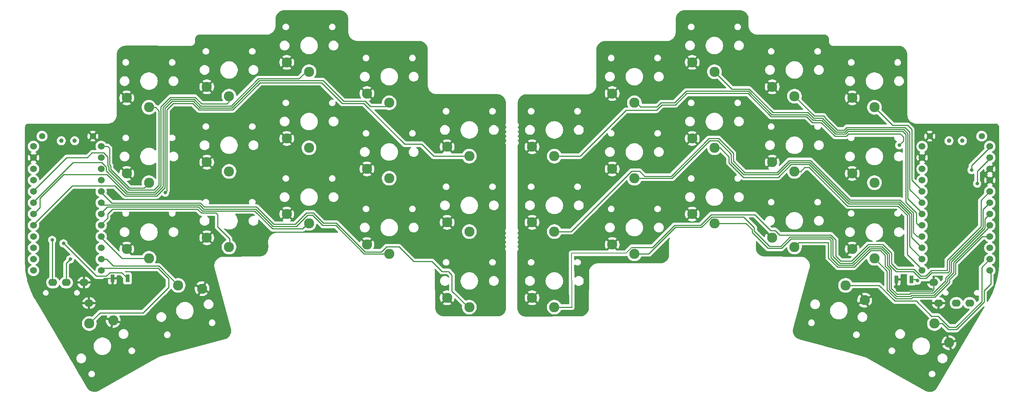
<source format=gbr>
%TF.GenerationSoftware,KiCad,Pcbnew,9.0.2*%
%TF.CreationDate,2025-05-16T22:32:54+01:00*%
%TF.ProjectId,my_sweepv2,6d795f73-7765-4657-9076-322e6b696361,rev?*%
%TF.SameCoordinates,Original*%
%TF.FileFunction,Copper,L1,Top*%
%TF.FilePolarity,Positive*%
%FSLAX46Y46*%
G04 Gerber Fmt 4.6, Leading zero omitted, Abs format (unit mm)*
G04 Created by KiCad (PCBNEW 9.0.2) date 2025-05-16 22:32:54*
%MOMM*%
%LPD*%
G01*
G04 APERTURE LIST*
%TA.AperFunction,Conductor*%
%ADD10C,0.200000*%
%TD*%
%TA.AperFunction,ComponentPad*%
%ADD11C,1.524000*%
%TD*%
%TA.AperFunction,ComponentPad*%
%ADD12O,2.000000X1.600000*%
%TD*%
%TA.AperFunction,ComponentPad*%
%ADD13C,2.282000*%
%TD*%
%TA.AperFunction,SMDPad,CuDef*%
%ADD14R,0.900000X1.700000*%
%TD*%
%TA.AperFunction,ComponentPad*%
%ADD15C,1.397000*%
%TD*%
%TA.AperFunction,WasherPad*%
%ADD16C,1.000000*%
%TD*%
%TA.AperFunction,ViaPad*%
%ADD17C,0.800000*%
%TD*%
%TA.AperFunction,Conductor*%
%ADD18C,0.250000*%
%TD*%
G04 APERTURE END LIST*
D10*
%TO.N,Switch11*%
X143775453Y-89282000D02*
X143724897Y-77154637D01*
X143724897Y-77154637D02*
X156000000Y-77154637D01*
X156000000Y-77154637D02*
X157248964Y-75808489D01*
%TD*%
D11*
%TO.P,U1,1*%
%TO.N,Switch10*%
X237789400Y-53086000D03*
%TO.P,U1,2*%
%TO.N,Switch18*%
X237789400Y-55626000D03*
%TO.P,U1,3*%
%TO.N,gnd*%
X237789400Y-58166000D03*
%TO.P,U1,4*%
X237789400Y-60706000D03*
%TO.P,U1,5*%
%TO.N,Switch11*%
X237789400Y-63246000D03*
%TO.P,U1,6*%
%TO.N,Switch12*%
X237789400Y-65786000D03*
%TO.P,U1,7*%
%TO.N,Switch13*%
X237789400Y-68326000D03*
%TO.P,U1,8*%
%TO.N,Switch14*%
X237789400Y-70866000D03*
%TO.P,U1,9*%
%TO.N,Switch15*%
X237789400Y-73406000D03*
%TO.P,U1,10*%
%TO.N,Switch1*%
X237789400Y-75946000D03*
%TO.P,U1,11*%
%TO.N,Switch16*%
X237789400Y-78486000D03*
%TO.P,U1,12*%
%TO.N,Switch17*%
X237789400Y-81026000D03*
%TO.P,U1,13*%
%TO.N,Switch9*%
X222569400Y-81026000D03*
%TO.P,U1,14*%
%TO.N,Switch8*%
X222569400Y-78486000D03*
%TO.P,U1,15*%
%TO.N,Switch7*%
X222569400Y-75946000D03*
%TO.P,U1,16*%
%TO.N,Switch6*%
X222569400Y-73406000D03*
%TO.P,U1,17*%
%TO.N,Switch2*%
X222569400Y-70866000D03*
%TO.P,U1,18*%
%TO.N,Switch3*%
X222569400Y-68326000D03*
%TO.P,U1,19*%
%TO.N,Switch4*%
X222569400Y-65786000D03*
%TO.P,U1,20*%
%TO.N,Switch5*%
X222569400Y-63246000D03*
%TO.P,U1,21*%
%TO.N,vcc*%
X222569400Y-60706000D03*
%TO.P,U1,22*%
%TO.N,reset*%
X222569400Y-58166000D03*
%TO.P,U1,23*%
%TO.N,gnd*%
X222569400Y-55626000D03*
%TO.P,U1,24*%
%TO.N,raw*%
X222569400Y-53086000D03*
%TD*%
D12*
%TO.P,J2,R1*%
%TO.N,Switch18*%
X230274000Y-88352000D03*
%TO.P,J2,R2*%
%TO.N,vcc*%
X233274000Y-88352000D03*
%TO.P,J2,S*%
%TO.N,gnd*%
X225174000Y-83752000D03*
%TO.P,J2,T*%
X226274000Y-88352000D03*
%TD*%
D13*
%TO.P,SW16,1*%
%TO.N,Switch13*%
X175856000Y-70416000D03*
%TO.P,SW16,2*%
%TO.N,gnd*%
X170856000Y-68316000D03*
%TD*%
%TO.P,SW20,1*%
%TO.N,Switch17*%
X225336000Y-92972450D03*
%TO.P,SW20,2*%
%TO.N,gnd*%
X228616127Y-97291103D03*
%TD*%
%TO.P,SW15,1*%
%TO.N,Switch12*%
X157856000Y-77274000D03*
%TO.P,SW15,2*%
%TO.N,gnd*%
X152856000Y-75174000D03*
%TD*%
%TO.P,SW21,1*%
%TO.N,Switch16*%
X205353032Y-84383038D03*
%TO.P,SW21,2*%
%TO.N,gnd*%
X209639142Y-87705577D03*
%TD*%
%TO.P,SW17,1*%
%TO.N,Switch14*%
X193856000Y-75750000D03*
%TO.P,SW17,2*%
%TO.N,gnd*%
X188856000Y-73650000D03*
%TD*%
%TO.P,SW18,1*%
%TO.N,Switch15*%
X211836000Y-78290000D03*
%TO.P,SW18,2*%
%TO.N,gnd*%
X206836000Y-76190000D03*
%TD*%
%TO.P,SW4,1*%
%TO.N,Switch3*%
X175856000Y-36282000D03*
%TO.P,SW4,2*%
%TO.N,gnd*%
X170856000Y-34182000D03*
%TD*%
%TO.P,SW3,1*%
%TO.N,Switch2*%
X157856000Y-43282000D03*
%TO.P,SW3,2*%
%TO.N,gnd*%
X152856000Y-41182000D03*
%TD*%
%TO.P,SW9,1*%
%TO.N,Switch7*%
X157856000Y-60256000D03*
%TO.P,SW9,2*%
%TO.N,gnd*%
X152856000Y-58156000D03*
%TD*%
%TO.P,SW14,1*%
%TO.N,Switch11*%
X139856000Y-89282000D03*
%TO.P,SW14,2*%
%TO.N,gnd*%
X134856000Y-87182000D03*
%TD*%
%TO.P,SW12,1*%
%TO.N,Switch10*%
X211836000Y-61272000D03*
%TO.P,SW12,2*%
%TO.N,gnd*%
X206836000Y-59172000D03*
%TD*%
%TO.P,SW11,1*%
%TO.N,Switch9*%
X193856000Y-58732000D03*
%TO.P,SW11,2*%
%TO.N,gnd*%
X188856000Y-56632000D03*
%TD*%
%TO.P,SW8,1*%
%TO.N,Switch6*%
X139856000Y-72282000D03*
%TO.P,SW8,2*%
%TO.N,gnd*%
X134856000Y-70182000D03*
%TD*%
%TO.P,SW6,1*%
%TO.N,Switch5*%
X211856000Y-44282000D03*
%TO.P,SW6,2*%
%TO.N,gnd*%
X206856000Y-42182000D03*
%TD*%
%TO.P,SW5,1*%
%TO.N,Switch4*%
X193856000Y-41782000D03*
%TO.P,SW5,2*%
%TO.N,gnd*%
X188856000Y-39682000D03*
%TD*%
%TO.P,SW2,1*%
%TO.N,Switch1*%
X139856000Y-55282000D03*
%TO.P,SW2,2*%
%TO.N,gnd*%
X134856000Y-53182000D03*
%TD*%
D14*
%TO.P,RSW1,1*%
%TO.N,gnd*%
X216740000Y-83058000D03*
%TO.P,RSW1,2*%
%TO.N,reset*%
X220140000Y-83058000D03*
%TD*%
D13*
%TO.P,SW10,1*%
%TO.N,Switch8*%
X175856000Y-53398000D03*
%TO.P,SW10,2*%
%TO.N,gnd*%
X170856000Y-51298000D03*
%TD*%
D15*
%TO.P,B+,1*%
%TO.N,BT+_r*%
X235966000Y-50800000D03*
%TD*%
%TO.P,B-,1*%
%TO.N,gnd*%
X224282000Y-50800000D03*
%TD*%
D11*
%TO.P,U2,1*%
%TO.N,Switch10_r*%
X37937400Y-53086000D03*
%TO.P,U2,2*%
%TO.N,Switch18_r*%
X37937400Y-55626000D03*
%TO.P,U2,3*%
%TO.N,gnd*%
X37937400Y-58166000D03*
%TO.P,U2,4*%
X37937400Y-60706000D03*
%TO.P,U2,5*%
%TO.N,Switch11_r*%
X37937400Y-63246000D03*
%TO.P,U2,6*%
%TO.N,Switch12_r*%
X37937400Y-65786000D03*
%TO.P,U2,7*%
%TO.N,Switch13_r*%
X37937400Y-68326000D03*
%TO.P,U2,8*%
%TO.N,Switch14_r*%
X37937400Y-70866000D03*
%TO.P,U2,9*%
%TO.N,Switch15_r*%
X37937400Y-73406000D03*
%TO.P,U2,10*%
%TO.N,Switch1_r*%
X37937400Y-75946000D03*
%TO.P,U2,11*%
%TO.N,Switch16_r*%
X37937400Y-78486000D03*
%TO.P,U2,12*%
%TO.N,Switch17_r*%
X37937400Y-81026000D03*
%TO.P,U2,13*%
%TO.N,Switch9_r*%
X22717400Y-81026000D03*
%TO.P,U2,14*%
%TO.N,Switch8_r*%
X22717400Y-78486000D03*
%TO.P,U2,15*%
%TO.N,Switch7_r*%
X22717400Y-75946000D03*
%TO.P,U2,16*%
%TO.N,Switch6_r*%
X22717400Y-73406000D03*
%TO.P,U2,17*%
%TO.N,Switch2_r*%
X22717400Y-70866000D03*
%TO.P,U2,18*%
%TO.N,Switch3_r*%
X22717400Y-68326000D03*
%TO.P,U2,19*%
%TO.N,Switch4_r*%
X22717400Y-65786000D03*
%TO.P,U2,20*%
%TO.N,Switch5_r*%
X22717400Y-63246000D03*
%TO.P,U2,21*%
%TO.N,vcc*%
X22717400Y-60706000D03*
%TO.P,U2,22*%
%TO.N,reset_r*%
X22717400Y-58166000D03*
%TO.P,U2,23*%
%TO.N,gnd*%
X22717400Y-55626000D03*
%TO.P,U2,24*%
%TO.N,raw*%
X22717400Y-53086000D03*
%TD*%
D12*
%TO.P,J1,R1*%
%TO.N,Switch18_r*%
X30076000Y-83752000D03*
%TO.P,J1,R2*%
%TO.N,vcc*%
X27076000Y-83752000D03*
%TO.P,J1,S*%
%TO.N,gnd*%
X35176000Y-88352000D03*
%TO.P,J1,T*%
X34076000Y-83752000D03*
%TD*%
D13*
%TO.P,SW17_r1,1*%
%TO.N,Switch15_r*%
X48686000Y-78290000D03*
%TO.P,SW17_r1,2*%
%TO.N,gnd*%
X43686000Y-76190000D03*
%TD*%
%TO.P,SW11_r1,1*%
%TO.N,Switch9_r*%
X66700000Y-58732000D03*
%TO.P,SW11_r1,2*%
%TO.N,gnd*%
X61700000Y-56632000D03*
%TD*%
%TO.P,SW15_r1,1*%
%TO.N,Switch13_r*%
X84688000Y-70416000D03*
%TO.P,SW15_r1,2*%
%TO.N,gnd*%
X79688000Y-68316000D03*
%TD*%
%TO.P,SW18_r1,1*%
%TO.N,Switch12_r*%
X102714000Y-77274000D03*
%TO.P,SW18_r1,2*%
%TO.N,gnd*%
X97714000Y-75174000D03*
%TD*%
%TO.P,SW6_r1,1*%
%TO.N,Switch5_r*%
X48686000Y-44282000D03*
%TO.P,SW6_r1,2*%
%TO.N,gnd*%
X43686000Y-42182000D03*
%TD*%
%TO.P,SW5_r1,1*%
%TO.N,Switch4_r*%
X66700000Y-41782000D03*
%TO.P,SW5_r1,2*%
%TO.N,gnd*%
X61700000Y-39682000D03*
%TD*%
%TO.P,SW2_r1,1*%
%TO.N,Switch1_r*%
X120732000Y-55282000D03*
%TO.P,SW2_r1,2*%
%TO.N,gnd*%
X115732000Y-53182000D03*
%TD*%
%TO.P,SW16_r1,1*%
%TO.N,Switch14_r*%
X66700000Y-75750000D03*
%TO.P,SW16_r1,2*%
%TO.N,gnd*%
X61700000Y-73650000D03*
%TD*%
%TO.P,SW4_r1,1*%
%TO.N,Switch3_r*%
X84688000Y-36282000D03*
%TO.P,SW4_r1,2*%
%TO.N,gnd*%
X79688000Y-34182000D03*
%TD*%
%TO.P,SW13_r1,1*%
%TO.N,Switch11_r*%
X120732000Y-89282000D03*
%TO.P,SW13_r1,2*%
%TO.N,gnd*%
X115732000Y-87182000D03*
%TD*%
%TO.P,SW12_r1,1*%
%TO.N,Switch10_r*%
X48686000Y-61272000D03*
%TO.P,SW12_r1,2*%
%TO.N,gnd*%
X43686000Y-59172000D03*
%TD*%
%TO.P,SW3_r1,1*%
%TO.N,Switch2_r*%
X102714000Y-43282000D03*
%TO.P,SW3_r1,2*%
%TO.N,gnd*%
X97714000Y-41182000D03*
%TD*%
%TO.P,SW8_r1,1*%
%TO.N,Switch7_r*%
X102714000Y-60256000D03*
%TO.P,SW8_r1,2*%
%TO.N,gnd*%
X97714000Y-58156000D03*
%TD*%
%TO.P,SW21_r1,1*%
%TO.N,Switch16_r*%
X55250968Y-84383038D03*
%TO.P,SW21_r1,2*%
%TO.N,gnd*%
X60624117Y-85117387D03*
%TD*%
%TO.P,SW9_r1,1*%
%TO.N,Switch8_r*%
X84688000Y-53398000D03*
%TO.P,SW9_r1,2*%
%TO.N,gnd*%
X79688000Y-51298000D03*
%TD*%
%TO.P,SW20_r1,1*%
%TO.N,Switch17_r*%
X35268000Y-92972450D03*
%TO.P,SW20_r1,2*%
%TO.N,gnd*%
X40648127Y-92291103D03*
%TD*%
%TO.P,SW7_r1,1*%
%TO.N,Switch6_r*%
X120732000Y-72282000D03*
%TO.P,SW7_r1,2*%
%TO.N,gnd*%
X115732000Y-70182000D03*
%TD*%
D15*
%TO.P,B-,1*%
%TO.N,gnd*%
X36068000Y-50800000D03*
%TD*%
%TO.P,B+,1*%
%TO.N,BT+*%
X24638000Y-50800000D03*
%TD*%
D14*
%TO.P,RSW2,1*%
%TO.N,gnd*%
X40464000Y-82804000D03*
%TO.P,RSW2,2*%
%TO.N,reset_r*%
X43864000Y-82804000D03*
%TD*%
D16*
%TO.P,POWER SW,*%
%TO.N,*%
X231624000Y-51816000D03*
X228624000Y-51816000D03*
%TD*%
%TO.P,POWER SW,*%
%TO.N,*%
X31980000Y-51816000D03*
X28980000Y-51816000D03*
%TD*%
D17*
%TO.N,vcc*%
X26924000Y-74168000D03*
%TO.N,Switch18*%
X234950000Y-61468000D03*
%TO.N,reset*%
X221488000Y-83312000D03*
%TO.N,Switch1*%
X217424000Y-52832000D03*
%TO.N,Switch10*%
X233680000Y-58420000D03*
%TO.N,Switch18_r*%
X30988000Y-78486000D03*
%TO.N,reset_r*%
X29464000Y-74930000D03*
%TO.N,Switch1_r*%
X52324000Y-63500000D03*
%TD*%
D18*
%TO.N,gnd*%
X224857600Y-85653170D02*
X225174000Y-85336770D01*
X225174000Y-85336770D02*
X225174000Y-83552000D01*
X216740000Y-83058000D02*
X216740000Y-84758000D01*
X216740000Y-85544770D02*
X216848400Y-85653170D01*
X216848400Y-85653170D02*
X224857600Y-85653170D01*
X216740000Y-84758000D02*
X216740000Y-85544770D01*
X40406010Y-82746010D02*
X40464000Y-82804000D01*
X34076000Y-83552000D02*
X37802010Y-83552000D01*
X37802010Y-83552000D02*
X38608000Y-82746010D01*
X38608000Y-82746010D02*
X40406010Y-82746010D01*
%TO.N,vcc*%
X26924000Y-83400000D02*
X27076000Y-83552000D01*
X26924000Y-74168000D02*
X26924000Y-83400000D01*
%TO.N,Switch18*%
X237989400Y-55626000D02*
X234950000Y-58665400D01*
X234950000Y-58665400D02*
X234950000Y-61468000D01*
%TO.N,reset*%
X220140000Y-83058000D02*
X221234000Y-83058000D01*
X221234000Y-83058000D02*
X221488000Y-83312000D01*
%TO.N,Switch1*%
X217678000Y-50292000D02*
X218417960Y-51031960D01*
X155956000Y-44958000D02*
X162814000Y-44958000D01*
X205994000Y-50292000D02*
X217678000Y-50292000D01*
X218417960Y-51031960D02*
X218417960Y-51838040D01*
X199840010Y-47694010D02*
X202946000Y-50800000D01*
X167057719Y-43732009D02*
X169641728Y-41148000D01*
X164039990Y-43732010D02*
X167057719Y-43732009D01*
X162814000Y-44958000D02*
X164039990Y-43732010D01*
X183385180Y-41148000D02*
X188603200Y-46366020D01*
X202946000Y-50800000D02*
X205486000Y-50800000D01*
X196530790Y-46366020D02*
X197858780Y-47694010D01*
X197858780Y-47694010D02*
X199840010Y-47694010D01*
X188603200Y-46366020D02*
X196530790Y-46366020D01*
X218417960Y-51838040D02*
X217424000Y-52832000D01*
X205486000Y-50800000D02*
X205994000Y-50292000D01*
X169641728Y-41148000D02*
X183385180Y-41148000D01*
X139856000Y-55282000D02*
X145632000Y-55282000D01*
X145632000Y-55282000D02*
X155956000Y-44958000D01*
%TO.N,Switch2*%
X203074410Y-50292000D02*
X205357590Y-50292000D01*
X205933189Y-49716401D02*
X218243991Y-49716401D01*
X218867970Y-50340380D02*
X218867970Y-65705970D01*
X200026411Y-47244001D02*
X203074410Y-50292000D01*
X159234991Y-44172991D02*
X162962599Y-44172991D01*
X163853591Y-43282001D02*
X166871317Y-43282001D01*
X157856000Y-43282000D02*
X158344000Y-43282000D01*
X169513318Y-40640000D02*
X183513590Y-40640000D01*
X205357590Y-50292000D02*
X205933189Y-49716401D01*
X166871317Y-43282001D02*
X169513318Y-40640000D01*
X162962599Y-44172991D02*
X163853591Y-43282001D01*
X158344000Y-43282000D02*
X159234991Y-44172991D01*
X218243991Y-49716401D02*
X218867970Y-50340380D01*
X221234000Y-70358000D02*
X221742000Y-70866000D01*
X218867970Y-65705970D02*
X221234000Y-68072000D01*
X221234000Y-68072000D02*
X221234000Y-70358000D01*
X221742000Y-70866000D02*
X222569400Y-70866000D01*
X198553180Y-47244000D02*
X200026411Y-47244001D01*
X198463590Y-47154410D02*
X198553180Y-47244000D01*
X196717190Y-45916010D02*
X197955590Y-47154410D01*
X183513590Y-40640000D02*
X188789600Y-45916010D01*
X188789600Y-45916010D02*
X196717190Y-45916010D01*
X197955590Y-47154410D02*
X198463590Y-47154410D01*
%TO.N,Switch3*%
X219317980Y-64874580D02*
X222769400Y-68326000D01*
X188976000Y-45466000D02*
X196903590Y-45466000D01*
X179763990Y-40189990D02*
X183699990Y-40189990D01*
X198115600Y-46678010D02*
X200209990Y-46678010D01*
X218430392Y-49266392D02*
X219317980Y-50153980D01*
X183699990Y-40189990D02*
X188976000Y-45466000D01*
X205171190Y-49841990D02*
X205746788Y-49266392D01*
X219317980Y-50153980D02*
X219317980Y-64874580D01*
X196903590Y-45466000D02*
X198115600Y-46678010D01*
X175856000Y-36282000D02*
X179763990Y-40189990D01*
X205746788Y-49266392D02*
X218430392Y-49266392D01*
X203260810Y-49841990D02*
X205171190Y-49841990D01*
X200209990Y-46678010D02*
X200209990Y-46791170D01*
X200209990Y-46791170D02*
X203260810Y-49841990D01*
%TO.N,Switch4*%
X193856000Y-41782000D02*
X198302000Y-46228000D01*
X219767990Y-49841990D02*
X219767990Y-62784590D01*
X203447210Y-49391980D02*
X204984790Y-49391980D01*
X205560388Y-48816382D02*
X218742382Y-48816382D01*
X218742382Y-48816382D02*
X219767990Y-49841990D01*
X200660000Y-46491610D02*
X200660000Y-46604770D01*
X200396391Y-46228001D02*
X200660000Y-46491610D01*
X204984790Y-49391980D02*
X205560388Y-48816382D01*
X219767990Y-62784590D02*
X222769400Y-65786000D01*
X198302000Y-46228000D02*
X200396391Y-46228001D01*
X200660000Y-46604770D02*
X203447210Y-49391980D01*
%TO.N,Switch5*%
X220218000Y-49276000D02*
X220218000Y-60694600D01*
X211856000Y-44282000D02*
X215940372Y-48366372D01*
X215940372Y-48366372D02*
X219308372Y-48366372D01*
X220218000Y-60694600D02*
X222769400Y-63246000D01*
X219308372Y-48366372D02*
X220218000Y-49276000D01*
%TO.N,Switch6*%
X189934010Y-58985990D02*
X192659000Y-56261000D01*
X220610020Y-68084430D02*
X220610020Y-72528020D01*
X206363981Y-65139981D02*
X217665571Y-65139981D01*
X157226000Y-58674000D02*
X159004000Y-58674000D01*
X197485000Y-56261000D02*
X206363981Y-65139981D01*
X166127010Y-59805990D02*
X174625000Y-51308000D01*
X180097546Y-54621546D02*
X180097546Y-56399546D01*
X159004000Y-58674000D02*
X160135990Y-59805990D01*
X160135990Y-59805990D02*
X166127010Y-59805990D01*
X176784000Y-51308000D02*
X180097546Y-54621546D01*
X174625000Y-51308000D02*
X176784000Y-51308000D01*
X180097546Y-56399546D02*
X182683990Y-58985990D01*
X143618000Y-72282000D02*
X157226000Y-58674000D01*
X217665571Y-65139981D02*
X220610020Y-68084430D01*
X192659000Y-56261000D02*
X197485000Y-56261000D01*
X220610020Y-72528020D02*
X221488000Y-73406000D01*
X221488000Y-73406000D02*
X222569400Y-73406000D01*
X139856000Y-72282000D02*
X143618000Y-72282000D01*
X182683990Y-58985990D02*
X189934010Y-58985990D01*
%TO.N,Switch7*%
X197298802Y-56710520D02*
X206178273Y-65589991D01*
X166312718Y-60256000D02*
X174752718Y-51816000D01*
X220160010Y-68270830D02*
X220160010Y-73536610D01*
X179648026Y-56641616D02*
X182442410Y-59436000D01*
X179648026Y-54807744D02*
X179648026Y-56641616D01*
X176656282Y-51816000D02*
X179648026Y-54807744D01*
X182442410Y-59436000D02*
X190119718Y-59436000D01*
X220160010Y-73536610D02*
X222569400Y-75946000D01*
X206178273Y-65589991D02*
X217479171Y-65589991D01*
X174752718Y-51816000D02*
X176656282Y-51816000D01*
X192845198Y-56710520D02*
X197298802Y-56710520D01*
X157856000Y-60256000D02*
X166312718Y-60256000D01*
X190119718Y-59436000D02*
X192845198Y-56710520D01*
X217479171Y-65589991D02*
X220160010Y-68270830D01*
%TO.N,Switch8*%
X205992564Y-66040000D02*
X217292770Y-66040000D01*
X175768000Y-53398000D02*
X177116272Y-53398000D01*
X219644385Y-68639975D02*
X219710000Y-68705590D01*
X219710000Y-75626600D02*
X222569400Y-78486000D01*
X193082619Y-57160040D02*
X197112604Y-57160040D01*
X219710000Y-68705590D02*
X219710000Y-75626600D01*
X179127990Y-55409718D02*
X179127990Y-56757990D01*
X190169658Y-60073001D02*
X193082619Y-57160040D01*
X179127990Y-56757990D02*
X182443001Y-60073001D01*
X182443001Y-60073001D02*
X190169658Y-60073001D01*
X177116272Y-53398000D02*
X179127990Y-55409718D01*
X217292770Y-66040000D02*
X219644385Y-68391615D01*
X197112604Y-57160040D02*
X205992564Y-66040000D01*
X219644385Y-68391615D02*
X219644385Y-68639975D01*
%TO.N,Switch9*%
X217106572Y-66489520D02*
X219194865Y-68577813D01*
X196129831Y-57841009D02*
X197157855Y-57841009D01*
X195238840Y-58732000D02*
X196129831Y-57841009D01*
X219202000Y-68833308D02*
X219202000Y-77458600D01*
X205806367Y-66489520D02*
X217106572Y-66489520D01*
X197157855Y-57841009D02*
X205806367Y-66489520D01*
X219194865Y-68826173D02*
X219202000Y-68833308D01*
X193802000Y-58732000D02*
X195238840Y-58732000D01*
X219194865Y-68577813D02*
X219194865Y-68826173D01*
X219202000Y-77458600D02*
X222769400Y-81026000D01*
%TO.N,Switch10*%
X237989400Y-53086000D02*
X233680000Y-57395400D01*
X233680000Y-57395400D02*
X233680000Y-58420000D01*
%TO.N,Switch11*%
X215646000Y-79502000D02*
X216916000Y-80772000D01*
X175109908Y-68453000D02*
X184912000Y-68453000D01*
X206709030Y-78913970D02*
X210439000Y-75184000D01*
X222250000Y-82296000D02*
X223366176Y-82296000D01*
X166889546Y-70854454D02*
X172708454Y-70854454D01*
X210439000Y-75184000D02*
X213741000Y-75184000D01*
X220726000Y-80772000D02*
X222250000Y-82296000D01*
X216916000Y-80772000D02*
X220726000Y-80772000D01*
X190500000Y-73025000D02*
X202059820Y-73025000D01*
X202059820Y-73025000D02*
X203142010Y-74107190D01*
X172708454Y-70854454D02*
X175109908Y-68453000D01*
X203142010Y-74107190D02*
X203142010Y-77791600D01*
X235802379Y-71124571D02*
X235802379Y-65233021D01*
X161935511Y-75808489D02*
X166889546Y-70854454D01*
X139856000Y-89282000D02*
X143775453Y-89282000D01*
X203142010Y-77791600D02*
X204264380Y-78913970D01*
X215646000Y-77089000D02*
X215646000Y-79502000D01*
X189484000Y-72009000D02*
X190500000Y-73025000D01*
X235802379Y-65233021D02*
X237789400Y-63246000D01*
X213741000Y-75184000D02*
X215646000Y-77089000D01*
X224636176Y-81026000D02*
X228217590Y-81026000D01*
X228217590Y-78709360D02*
X235802379Y-71124571D01*
X188468000Y-72009000D02*
X189484000Y-72009000D01*
X223366176Y-82296000D02*
X224636176Y-81026000D01*
X204264380Y-78913970D02*
X206709030Y-78913970D01*
X228217590Y-81026000D02*
X228217590Y-78709360D01*
X184912000Y-68453000D02*
X188468000Y-72009000D01*
X157248964Y-75808489D02*
X161935511Y-75808489D01*
%TO.N,Switch12*%
X228706875Y-78856485D02*
X229090067Y-78473293D01*
X222108883Y-82791293D02*
X223507293Y-82791293D01*
X188214000Y-75565000D02*
X190754000Y-75565000D01*
X213554802Y-75633520D02*
X215196480Y-77275198D01*
X223507293Y-82791293D02*
X224764586Y-81534000D01*
X202496002Y-77782002D02*
X204077980Y-79363980D01*
X229090067Y-78473293D02*
X229109287Y-78473293D01*
X184784649Y-71375059D02*
X184784649Y-72135649D01*
X204077980Y-79363980D02*
X206894738Y-79363980D01*
X215196480Y-77275198D02*
X215196480Y-79741250D01*
X172894854Y-71304464D02*
X175248829Y-68950489D01*
X210625198Y-75633520D02*
X213554802Y-75633520D01*
X229109287Y-78473293D02*
X236252389Y-71330191D01*
X175248829Y-68950489D02*
X182360079Y-68950489D01*
X192844480Y-73474520D02*
X201872930Y-73474520D01*
X216698615Y-81243385D02*
X220560975Y-81243385D01*
X228346000Y-81534000D02*
X228706875Y-81173125D01*
X236252389Y-71330191D02*
X236252389Y-67323011D01*
X167075946Y-71304464D02*
X172894854Y-71304464D01*
X224764586Y-81534000D02*
X228346000Y-81534000D01*
X220560975Y-81243385D02*
X222108883Y-82791293D01*
X161106410Y-77274000D02*
X167075946Y-71304464D01*
X201872930Y-73474520D02*
X202496002Y-74097592D01*
X236252389Y-67323011D02*
X237789400Y-65786000D01*
X228706875Y-81173125D02*
X228706875Y-78856485D01*
X182360079Y-68950489D02*
X184784649Y-71375059D01*
X215196480Y-79741250D02*
X216698615Y-81243385D01*
X157856000Y-77274000D02*
X161106410Y-77274000D01*
X206894738Y-79363980D02*
X210625198Y-75633520D01*
X190754000Y-75565000D02*
X192844480Y-73474520D01*
X202496002Y-74480002D02*
X202496002Y-77782002D01*
X184784649Y-72135649D02*
X188214000Y-75565000D01*
X202496002Y-74097592D02*
X202496002Y-74480002D01*
%TO.N,Switch13*%
X237789400Y-68326000D02*
X236702399Y-69413001D01*
X227831210Y-82685200D02*
X227831210Y-83315970D01*
X236702399Y-71516591D02*
X229176105Y-79042885D01*
X236702399Y-69413001D02*
X236702399Y-71516591D01*
X229156885Y-79042885D02*
X229156884Y-81359526D01*
X229156884Y-81359526D02*
X227831210Y-82685200D01*
X229176105Y-79042885D02*
X229156885Y-79042885D01*
X227831210Y-83315970D02*
X225677590Y-85469590D01*
X203765990Y-79813990D02*
X202045992Y-78093992D01*
X193030678Y-73924040D02*
X190940197Y-76014520D01*
X225044000Y-86103180D02*
X219966820Y-86103180D01*
X201686732Y-73924040D02*
X193030678Y-73924040D01*
X190940197Y-76014520D02*
X187909018Y-76014520D01*
X215588010Y-80769190D02*
X214746960Y-79928140D01*
X202045992Y-74283300D02*
X201686732Y-73924040D01*
X187909018Y-76014520D02*
X184334640Y-72440142D01*
X184334639Y-71812639D02*
X182938000Y-70416000D01*
X215588010Y-85029190D02*
X215588010Y-80769190D01*
X210811396Y-76083040D02*
X207080446Y-79813990D01*
X214746960Y-79928140D02*
X214746960Y-77461396D01*
X207080446Y-79813990D02*
X203765990Y-79813990D01*
X184334640Y-72440142D02*
X184334639Y-71812639D01*
X202045992Y-78093992D02*
X202045992Y-74283300D01*
X219710000Y-86360000D02*
X216918820Y-86360000D01*
X216918820Y-86360000D02*
X215588010Y-85029190D01*
X225677590Y-85469590D02*
X225044000Y-86103180D01*
X213368604Y-76083040D02*
X210811396Y-76083040D01*
X219966820Y-86103180D02*
X219710000Y-86360000D01*
X214746960Y-77461396D02*
X213368604Y-76083040D01*
X182938000Y-70416000D02*
X175768000Y-70416000D01*
%TO.N,Switch14*%
X229606893Y-81545927D02*
X229606893Y-81289107D01*
X229606893Y-81289107D02*
X229606895Y-81289105D01*
X229606895Y-79248505D02*
X229606895Y-81289105D01*
X229606895Y-79248505D02*
X229606893Y-81545927D01*
X237989400Y-70866000D02*
X229606895Y-79248505D01*
X225230400Y-86553190D02*
X228281220Y-83502370D01*
X215138000Y-85215590D02*
X216790410Y-86868000D01*
X201480001Y-78173999D02*
X203570002Y-80264000D01*
X220278810Y-86553190D02*
X225230400Y-86553190D01*
X194817999Y-74734001D02*
X201480001Y-74734001D01*
X203570002Y-80264000D02*
X207266153Y-80264000D01*
X216790410Y-86868000D02*
X219964000Y-86868000D01*
X213182406Y-76532560D02*
X214249000Y-77599154D01*
X193802000Y-75750000D02*
X194817999Y-74734001D01*
X207266153Y-80264000D02*
X210997594Y-76532560D01*
X214249000Y-80066590D02*
X215138000Y-80955590D01*
X214249000Y-77599154D02*
X214249000Y-80066590D01*
X201480001Y-74734001D02*
X201480001Y-78173999D01*
X210997594Y-76532560D02*
X213182406Y-76532560D01*
X215138000Y-80955590D02*
X215138000Y-85215590D01*
X219964000Y-86868000D02*
X220278810Y-86553190D01*
X228281220Y-82871600D02*
X229606893Y-81545927D01*
X228281220Y-83502370D02*
X228281220Y-82871600D01*
%TO.N,Switch15*%
X237989400Y-73406000D02*
X236085810Y-73406000D01*
X236085810Y-73406000D02*
X233104905Y-76386905D01*
X228731230Y-83058000D02*
X228731230Y-83697230D01*
X233104905Y-76386905D02*
X230056905Y-79434905D01*
X228731230Y-83697230D02*
X225941460Y-86487000D01*
X230056902Y-81732328D02*
X228731230Y-83058000D01*
X220092410Y-87376000D02*
X216662000Y-87376000D01*
X216662000Y-87376000D02*
X214688480Y-85402480D01*
X214688480Y-85402480D02*
X214688480Y-81142480D01*
X230056905Y-81601095D02*
X230056902Y-81732328D01*
X225941460Y-86487000D02*
X225933000Y-86487000D01*
X220465211Y-87003199D02*
X220092410Y-87376000D01*
X230056905Y-79434905D02*
X230056905Y-81601095D01*
X225933000Y-86487000D02*
X225416801Y-87003199D01*
X214688480Y-81142480D02*
X211836000Y-78290000D01*
X225416801Y-87003199D02*
X220465211Y-87003199D01*
%TO.N,Switch16*%
X237789400Y-78486000D02*
X235966000Y-80309400D01*
X235966000Y-80309400D02*
X235966000Y-85598000D01*
X226187000Y-91313000D02*
X228662795Y-93788795D01*
X228662795Y-93788795D02*
X230186795Y-93788795D01*
X221234000Y-87884000D02*
X224663000Y-91313000D01*
X230186795Y-93788795D02*
X235966000Y-88009590D01*
X216408000Y-87884000D02*
X221234000Y-87884000D01*
X212907038Y-84383038D02*
X216408000Y-87884000D01*
X205353032Y-84383038D02*
X212907038Y-84383038D01*
X235966000Y-88009590D02*
X235966000Y-85598000D01*
X224663000Y-91313000D02*
X226187000Y-91313000D01*
%TO.N,Switch17*%
X228520549Y-94313451D02*
X230298549Y-94313451D01*
X237989400Y-84082600D02*
X237989400Y-81026000D01*
X236474000Y-85598000D02*
X237989400Y-84082600D01*
X225336000Y-92972450D02*
X227084450Y-92972450D01*
X228425451Y-94313451D02*
X228520549Y-94313451D01*
X236474000Y-88138000D02*
X236474000Y-85598000D01*
X227084450Y-92972450D02*
X228425451Y-94313451D01*
X230298549Y-94313451D02*
X236474000Y-88138000D01*
%TO.N,Switch18_r*%
X30076000Y-83552000D02*
X30076000Y-79398000D01*
X30076000Y-79398000D02*
X30988000Y-78486000D01*
%TO.N,reset_r*%
X42536010Y-81476010D02*
X43864000Y-82804000D01*
X39086998Y-82296000D02*
X39906988Y-81476010D01*
X39906988Y-81476010D02*
X41713990Y-81476010D01*
X29464000Y-74930000D02*
X36830000Y-82296000D01*
X41713990Y-81476010D02*
X42536010Y-81476010D01*
X36830000Y-82296000D02*
X39086998Y-82296000D01*
%TO.N,Switch10_r*%
X47576080Y-62463920D02*
X48768000Y-61272000D01*
X44303638Y-62463920D02*
X47576080Y-62463920D01*
X40073520Y-57462895D02*
X40073520Y-58233802D01*
X37937400Y-53086000D02*
X39370000Y-53086000D01*
X39370000Y-53086000D02*
X39819659Y-53535659D01*
X40073520Y-58233802D02*
X44303638Y-62463920D01*
X39819659Y-57209033D02*
X40073520Y-57462895D01*
X39819659Y-53535659D02*
X39819659Y-57209033D01*
%TO.N,Switch11_r*%
X72415745Y-66724301D02*
X72823123Y-66724303D01*
X71804301Y-66724301D02*
X72415745Y-66724301D01*
X72415745Y-66724301D02*
X72419047Y-66720999D01*
X61136301Y-66724301D02*
X71804301Y-66724301D01*
X37737400Y-63246000D02*
X40331700Y-65840300D01*
X60252300Y-65840300D02*
X61136301Y-66724301D01*
X40331700Y-65840300D02*
X60252300Y-65840300D01*
X87884000Y-70358000D02*
X85598000Y-68072000D01*
X116814833Y-82016833D02*
X116103167Y-81305167D01*
X116103167Y-81305167D02*
X116103167Y-81254833D01*
X90806410Y-70358000D02*
X87884000Y-70358000D01*
X100965169Y-76823990D02*
X97281308Y-76823990D01*
X116103167Y-81254833D02*
X114579167Y-81254833D01*
X114579167Y-81254833D02*
X112318334Y-78994000D01*
X85598000Y-68072000D02*
X84074000Y-68072000D01*
X102097159Y-75692000D02*
X100965169Y-76823990D01*
X81534000Y-70612000D02*
X76710820Y-70612000D01*
X116814833Y-85630833D02*
X116814833Y-82016833D01*
X91127659Y-70670341D02*
X91118751Y-70670341D01*
X84074000Y-68072000D02*
X81534000Y-70612000D01*
X112318334Y-78994000D02*
X108204000Y-78994000D01*
X108204000Y-78994000D02*
X104902000Y-75692000D01*
X120650000Y-89466000D02*
X116814833Y-85630833D01*
X76710820Y-70612000D02*
X72823121Y-66724301D01*
X72823121Y-66724301D02*
X71804301Y-66724301D01*
X97281308Y-76823990D02*
X91127659Y-70670341D01*
X104902000Y-75692000D02*
X102097159Y-75692000D01*
X91118751Y-70670341D02*
X90806410Y-70358000D01*
%TO.N,Switch12_r*%
X38241710Y-66290310D02*
X60065900Y-66290310D01*
X97086000Y-77274000D02*
X102616000Y-77274000D01*
X87755590Y-70866000D02*
X90678000Y-70866000D01*
X84328000Y-68580000D02*
X85469590Y-68580000D01*
X72636722Y-67174312D02*
X76582410Y-71120000D01*
X37737400Y-65786000D02*
X38241710Y-66290310D01*
X60841689Y-67174311D02*
X72636722Y-67174312D01*
X85469590Y-68580000D02*
X87755590Y-70866000D01*
X76582410Y-71120000D02*
X81788000Y-71120000D01*
X60065900Y-66290310D02*
X60841689Y-67066099D01*
X90678000Y-70866000D02*
X97086000Y-77274000D01*
X81788000Y-71120000D02*
X84328000Y-68580000D01*
X60841689Y-67066099D02*
X60841689Y-67174311D01*
%TO.N,Switch13_r*%
X39323080Y-66740320D02*
X59771288Y-66740320D01*
X72450321Y-67624321D02*
X76454000Y-71628000D01*
X59771288Y-66740320D02*
X60645679Y-67614711D01*
X60645679Y-67624321D02*
X72450321Y-67624321D01*
X83270000Y-71628000D02*
X84736000Y-70162000D01*
X60645679Y-67614711D02*
X60645679Y-67624321D01*
X76454000Y-71628000D02*
X83270000Y-71628000D01*
X37737400Y-68326000D02*
X39323080Y-66740320D01*
%TO.N,Switch14_r*%
X39370000Y-68326000D02*
X40505670Y-67190330D01*
X60459279Y-68074331D02*
X63756331Y-68074331D01*
X37737400Y-70866000D02*
X39370000Y-69233400D01*
X63756331Y-68074331D02*
X64160167Y-68478167D01*
X39370000Y-69233400D02*
X39370000Y-68326000D01*
X40505670Y-67190330D02*
X59584888Y-67190330D01*
X64160167Y-71221833D02*
X66802000Y-73863666D01*
X66802000Y-73863666D02*
X66802000Y-76004000D01*
X59584888Y-67190330D02*
X59584888Y-67199940D01*
X59584888Y-67199940D02*
X60459279Y-68074331D01*
X64160167Y-68478167D02*
X64160167Y-71221833D01*
%TO.N,Switch15_r*%
X37737400Y-73406000D02*
X42621400Y-78290000D01*
X42621400Y-78290000D02*
X48686000Y-78290000D01*
%TO.N,Switch16_r*%
X40640000Y-80010000D02*
X50877930Y-80010000D01*
X50877930Y-80010000D02*
X51385930Y-80518000D01*
X39116000Y-78486000D02*
X40640000Y-80010000D01*
X37737400Y-78486000D02*
X39116000Y-78486000D01*
X51385930Y-80518000D02*
X55250968Y-84383038D01*
%TO.N,Switch17_r*%
X53086000Y-82854480D02*
X50749520Y-80518000D01*
X37689450Y-90551000D02*
X47371000Y-90551000D01*
X35268000Y-92972450D02*
X37689450Y-90551000D01*
X38245400Y-80518000D02*
X37737400Y-81026000D01*
X47371000Y-90551000D02*
X53086000Y-84836000D01*
X50749520Y-80518000D02*
X38245400Y-80518000D01*
X53086000Y-84836000D02*
X53086000Y-82854480D01*
%TO.N,Switch1_r*%
X52716020Y-44819980D02*
X52716020Y-63107980D01*
X96970010Y-43376010D02*
X92144010Y-43376010D01*
X67525550Y-44869450D02*
X59981040Y-44869450D01*
X52716020Y-63107980D02*
X52324000Y-63500000D01*
X73665934Y-38729066D02*
X67525550Y-44869450D01*
X106168964Y-52574964D02*
X96970010Y-43376010D01*
X87497066Y-38729066D02*
X73665934Y-38729066D01*
X59981040Y-44869450D02*
X58545590Y-43434000D01*
X120732000Y-55282000D02*
X112686000Y-55282000D01*
X112686000Y-55282000D02*
X109978964Y-52574964D01*
X58545590Y-43434000D02*
X54102000Y-43434000D01*
X109978964Y-52574964D02*
X106168964Y-52574964D01*
X54102000Y-43434000D02*
X52716020Y-44819980D01*
X92144010Y-43376010D02*
X87497066Y-38729066D01*
%TO.N,Switch2_r*%
X22517400Y-70866000D02*
X31407400Y-61976000D01*
X52266010Y-44510810D02*
X53850820Y-42926000D01*
X50419000Y-64262000D02*
X52266010Y-62414990D01*
X53850820Y-42926000D02*
X58674000Y-42926000D01*
X52266010Y-62414990D02*
X52266010Y-44510810D01*
X101877699Y-44118301D02*
X102714000Y-43282000D01*
X58674000Y-42926000D02*
X60167442Y-44419442D01*
X43307000Y-64262000D02*
X50419000Y-64262000D01*
X31407400Y-61976000D02*
X41021000Y-61976000D01*
X73479736Y-38279546D02*
X87809546Y-38279546D01*
X60167442Y-44419442D02*
X67339840Y-44419442D01*
X98474301Y-44118301D02*
X101877699Y-44118301D01*
X92456000Y-42926000D02*
X97282000Y-42926000D01*
X87809546Y-38279546D02*
X92456000Y-42926000D01*
X41021000Y-61976000D02*
X43307000Y-64262000D01*
X97282000Y-42926000D02*
X98474301Y-44118301D01*
X67339840Y-44419442D02*
X73479736Y-38279546D01*
%TO.N,Switch3_r*%
X50165000Y-63812480D02*
X51816000Y-62161480D01*
X73294028Y-37829536D02*
X82439464Y-37829536D01*
X24149905Y-66893495D02*
X24149905Y-64789905D01*
X82439464Y-37829536D02*
X83987000Y-36282000D01*
X39243000Y-59436000D02*
X43619480Y-63812480D01*
X51816000Y-62161480D02*
X51816000Y-44324410D01*
X60353842Y-43969432D02*
X67154132Y-43969432D01*
X53664420Y-42475990D02*
X58860400Y-42475990D01*
X29503810Y-59436000D02*
X39243000Y-59436000D01*
X24149905Y-64789905D02*
X29503810Y-59436000D01*
X83987000Y-36282000D02*
X84688000Y-36282000D01*
X43619480Y-63812480D02*
X50165000Y-63812480D01*
X67154132Y-43969432D02*
X73294028Y-37829536D01*
X51816000Y-44324410D02*
X53664420Y-42475990D01*
X22717400Y-68326000D02*
X24149905Y-66893495D01*
X58860400Y-42475990D02*
X60353842Y-43969432D01*
%TO.N,Switch4_r*%
X60540244Y-43519424D02*
X59046800Y-42025980D01*
X51365991Y-44138009D02*
X51365990Y-46678010D01*
X66700000Y-43028000D02*
X66208576Y-43519424D01*
X39023911Y-58581193D02*
X39023911Y-57715951D01*
X43805678Y-63362960D02*
X39023911Y-58581193D01*
X38020961Y-56713001D02*
X31590399Y-56713001D01*
X51365990Y-46678010D02*
X51366480Y-46678500D01*
X49978802Y-63362960D02*
X43805678Y-63362960D01*
X39023911Y-57715951D02*
X38020961Y-56713001D01*
X31590399Y-56713001D02*
X22517400Y-65786000D01*
X53478020Y-42025980D02*
X51365991Y-44138009D01*
X51366480Y-61975282D02*
X49978802Y-63362960D01*
X66700000Y-41782000D02*
X66700000Y-43028000D01*
X51366480Y-46678500D02*
X51366480Y-61975282D01*
X59046800Y-42025980D02*
X53478020Y-42025980D01*
X66208576Y-43519424D02*
X60540244Y-43519424D01*
%TO.N,Switch5_r*%
X49792604Y-62913440D02*
X44117440Y-62913440D01*
X50916960Y-46864697D02*
X50916960Y-61789084D01*
X30181700Y-55581700D02*
X22517400Y-63246000D01*
X48686000Y-44282000D02*
X50124000Y-44282000D01*
X50916471Y-45074471D02*
X50916470Y-46864207D01*
X35885001Y-54538999D02*
X34842300Y-55581700D01*
X50916470Y-46864207D02*
X50916960Y-46864697D01*
X34842300Y-55581700D02*
X30181700Y-55581700D01*
X44117440Y-62913440D02*
X39624000Y-58420000D01*
X39624000Y-57649092D02*
X39369649Y-57394741D01*
X50124000Y-44282000D02*
X50916471Y-45074471D01*
X50916960Y-61789084D02*
X49792604Y-62913440D01*
X39624000Y-58420000D02*
X39624000Y-57649092D01*
X39369649Y-57394741D02*
X39369649Y-55449487D01*
X39369649Y-55449487D02*
X38459161Y-54538999D01*
X38459161Y-54538999D02*
X35885001Y-54538999D01*
%TD*%
%TA.AperFunction,Conductor*%
%TO.N,gnd*%
G36*
X185388526Y-74390315D02*
G01*
X185394558Y-74395964D01*
X187505185Y-76506591D01*
X187608943Y-76575920D01*
X187724233Y-76623675D01*
X187846624Y-76648020D01*
X187846625Y-76648020D01*
X191002590Y-76648020D01*
X191002591Y-76648020D01*
X191124982Y-76623675D01*
X191240272Y-76575920D01*
X191344030Y-76506591D01*
X191999417Y-75851203D01*
X192061726Y-75817181D01*
X192132541Y-75822245D01*
X192189377Y-75864792D01*
X192212957Y-75920588D01*
X192246128Y-76130020D01*
X192247117Y-76136264D01*
X192324424Y-76374190D01*
X192327348Y-76383188D01*
X192445221Y-76614527D01*
X192445223Y-76614530D01*
X192597833Y-76824579D01*
X192781420Y-77008166D01*
X192900508Y-77094689D01*
X192991473Y-77160779D01*
X193222812Y-77278652D01*
X193469741Y-77358884D01*
X193726182Y-77399500D01*
X193726185Y-77399500D01*
X193985815Y-77399500D01*
X193985818Y-77399500D01*
X194242259Y-77358884D01*
X194489188Y-77278652D01*
X194720527Y-77160779D01*
X194930577Y-77008168D01*
X195114168Y-76824577D01*
X195266779Y-76614527D01*
X195384652Y-76383188D01*
X195464884Y-76136259D01*
X195505500Y-75879818D01*
X195505500Y-75620182D01*
X195495494Y-75557008D01*
X195488558Y-75513211D01*
X195497658Y-75442800D01*
X195543380Y-75388486D01*
X195611209Y-75367514D01*
X195613007Y-75367501D01*
X200720501Y-75367501D01*
X200788622Y-75387503D01*
X200835115Y-75441159D01*
X200846501Y-75493501D01*
X200846501Y-78236395D01*
X200851290Y-78260468D01*
X200870846Y-78358784D01*
X200918601Y-78474074D01*
X200987930Y-78577832D01*
X200987932Y-78577834D01*
X203166162Y-80756066D01*
X203166168Y-80756071D01*
X203166169Y-80756072D01*
X203269927Y-80825401D01*
X203384884Y-80873016D01*
X203384955Y-80873074D01*
X203384965Y-80873051D01*
X203385212Y-80873153D01*
X203385214Y-80873154D01*
X203385215Y-80873154D01*
X203385217Y-80873155D01*
X203507608Y-80897500D01*
X203507609Y-80897500D01*
X207328546Y-80897500D01*
X207328547Y-80897500D01*
X207450938Y-80873155D01*
X207566228Y-80825400D01*
X207669986Y-80756071D01*
X209986995Y-78439061D01*
X210049305Y-78405038D01*
X210120120Y-78410102D01*
X210176956Y-78452649D01*
X210200537Y-78508447D01*
X210212819Y-78585991D01*
X210223279Y-78652036D01*
X210227117Y-78676264D01*
X210307346Y-78923183D01*
X210307348Y-78923188D01*
X210425221Y-79154527D01*
X210425223Y-79154530D01*
X210577833Y-79364579D01*
X210761420Y-79548166D01*
X210823156Y-79593020D01*
X210971473Y-79700779D01*
X211202812Y-79818652D01*
X211449741Y-79898884D01*
X211706182Y-79939500D01*
X211706185Y-79939500D01*
X211965815Y-79939500D01*
X211965818Y-79939500D01*
X212222259Y-79898884D01*
X212395422Y-79842618D01*
X212466389Y-79840591D01*
X212523453Y-79873357D01*
X214018075Y-81367979D01*
X214052101Y-81430291D01*
X214054980Y-81457074D01*
X214054980Y-84330886D01*
X214034978Y-84399007D01*
X213981322Y-84445500D01*
X213911048Y-84455604D01*
X213846468Y-84426110D01*
X213839885Y-84419981D01*
X213310873Y-83890969D01*
X213310871Y-83890967D01*
X213207113Y-83821638D01*
X213091823Y-83773883D01*
X213014568Y-83758516D01*
X212969434Y-83749538D01*
X212969432Y-83749538D01*
X206958738Y-83749538D01*
X206890617Y-83729536D01*
X206846471Y-83680741D01*
X206763811Y-83518511D01*
X206695721Y-83424793D01*
X206611198Y-83308458D01*
X206427611Y-83124871D01*
X206217562Y-82972261D01*
X206217561Y-82972260D01*
X206217559Y-82972259D01*
X205986220Y-82854386D01*
X205986217Y-82854385D01*
X205986215Y-82854384D01*
X205739296Y-82774155D01*
X205739292Y-82774154D01*
X205739291Y-82774154D01*
X205482850Y-82733538D01*
X205223214Y-82733538D01*
X204966773Y-82774154D01*
X204966767Y-82774155D01*
X204719848Y-82854384D01*
X204719842Y-82854387D01*
X204488501Y-82972261D01*
X204278452Y-83124871D01*
X204094865Y-83308458D01*
X203942255Y-83518507D01*
X203824381Y-83749848D01*
X203824378Y-83749854D01*
X203744149Y-83996773D01*
X203744148Y-83996778D01*
X203744148Y-83996779D01*
X203703532Y-84253220D01*
X203703532Y-84512856D01*
X203743750Y-84766785D01*
X203744149Y-84769302D01*
X203807617Y-84964635D01*
X203824380Y-85016226D01*
X203942048Y-85247162D01*
X203942255Y-85247568D01*
X204094865Y-85457617D01*
X204278452Y-85641204D01*
X204278455Y-85641206D01*
X204488505Y-85793817D01*
X204719844Y-85911690D01*
X204966773Y-85991922D01*
X205223214Y-86032538D01*
X205223217Y-86032538D01*
X205482847Y-86032538D01*
X205482850Y-86032538D01*
X205739291Y-85991922D01*
X205986220Y-85911690D01*
X206217559Y-85793817D01*
X206427609Y-85641206D01*
X206611200Y-85457615D01*
X206763811Y-85247565D01*
X206846471Y-85085334D01*
X206895219Y-85033720D01*
X206958738Y-85016538D01*
X212592444Y-85016538D01*
X212660565Y-85036540D01*
X212681539Y-85053443D01*
X216004167Y-88376071D01*
X216107925Y-88445400D01*
X216223215Y-88493155D01*
X216345606Y-88517500D01*
X216470394Y-88517500D01*
X220919406Y-88517500D01*
X220987527Y-88537502D01*
X221008501Y-88554405D01*
X224125804Y-91671708D01*
X224159830Y-91734020D01*
X224154765Y-91804835D01*
X224125806Y-91849897D01*
X224077833Y-91897871D01*
X223925223Y-92107919D01*
X223807349Y-92339260D01*
X223807346Y-92339266D01*
X223727117Y-92586185D01*
X223727116Y-92586190D01*
X223727116Y-92586191D01*
X223686500Y-92842632D01*
X223686500Y-93102268D01*
X223727116Y-93358709D01*
X223727117Y-93358714D01*
X223807346Y-93605633D01*
X223807348Y-93605638D01*
X223925221Y-93836977D01*
X223925223Y-93836980D01*
X224077833Y-94047029D01*
X224261420Y-94230616D01*
X224298727Y-94257721D01*
X224471473Y-94383229D01*
X224702812Y-94501102D01*
X224949741Y-94581334D01*
X225206182Y-94621950D01*
X225206185Y-94621950D01*
X225465815Y-94621950D01*
X225465818Y-94621950D01*
X225722259Y-94581334D01*
X225969188Y-94501102D01*
X226200527Y-94383229D01*
X226410577Y-94230618D01*
X226594168Y-94047027D01*
X226746779Y-93836977D01*
X226771433Y-93788589D01*
X226820179Y-93736976D01*
X226889093Y-93719909D01*
X226956295Y-93742809D01*
X226972788Y-93756692D01*
X228021618Y-94805523D01*
X228125376Y-94874851D01*
X228240666Y-94922606D01*
X228363057Y-94946951D01*
X228363058Y-94946951D01*
X230360942Y-94946951D01*
X230360943Y-94946951D01*
X230483334Y-94922606D01*
X230598624Y-94874851D01*
X230702382Y-94805522D01*
X236379186Y-89128717D01*
X236441497Y-89094693D01*
X236512312Y-89099758D01*
X236569148Y-89142305D01*
X236593959Y-89208825D01*
X236578868Y-89278199D01*
X236576972Y-89281548D01*
X225921315Y-107453855D01*
X225914437Y-107464350D01*
X225772114Y-107659562D01*
X225761443Y-107672332D01*
X225595967Y-107845690D01*
X225583707Y-107856943D01*
X225396816Y-108006992D01*
X225383180Y-108016530D01*
X225178167Y-108140628D01*
X225163393Y-108148287D01*
X224943801Y-108244291D01*
X224928147Y-108249936D01*
X224697813Y-108316165D01*
X224681552Y-108319697D01*
X224444510Y-108354994D01*
X224427924Y-108356353D01*
X224188291Y-108360103D01*
X224171671Y-108359264D01*
X223933636Y-108331403D01*
X223917271Y-108328381D01*
X223684983Y-108269393D01*
X223669160Y-108264241D01*
X223513462Y-108201899D01*
X223447214Y-108175373D01*
X223432434Y-108168308D01*
X223396723Y-108148287D01*
X216453895Y-104255846D01*
X224060853Y-104255846D01*
X224060853Y-104402767D01*
X224081324Y-104505681D01*
X224089513Y-104546849D01*
X224145733Y-104682576D01*
X224200268Y-104764194D01*
X224227351Y-104804726D01*
X224227356Y-104804732D01*
X224331227Y-104908603D01*
X224331233Y-104908608D01*
X224453384Y-104990227D01*
X224589111Y-105046447D01*
X224713174Y-105071124D01*
X224733192Y-105075106D01*
X224733195Y-105075106D01*
X224733198Y-105075107D01*
X224733199Y-105075107D01*
X224880107Y-105075107D01*
X224880108Y-105075107D01*
X225024195Y-105046447D01*
X225159922Y-104990227D01*
X225282073Y-104908608D01*
X225385954Y-104804727D01*
X225467573Y-104682576D01*
X225523793Y-104546849D01*
X225552453Y-104402762D01*
X225552453Y-104255852D01*
X225523793Y-104111765D01*
X225467573Y-103976038D01*
X225385954Y-103853887D01*
X225385949Y-103853881D01*
X225282078Y-103750010D01*
X225282072Y-103750005D01*
X225241540Y-103722922D01*
X225159922Y-103668387D01*
X225024195Y-103612167D01*
X224983027Y-103603978D01*
X224880113Y-103583507D01*
X224880108Y-103583507D01*
X224733198Y-103583507D01*
X224733192Y-103583507D01*
X224609694Y-103608072D01*
X224589111Y-103612167D01*
X224589108Y-103612167D01*
X224589105Y-103612169D01*
X224453384Y-103668387D01*
X224331233Y-103750005D01*
X224331227Y-103750010D01*
X224227356Y-103853881D01*
X224227351Y-103853887D01*
X224145733Y-103976038D01*
X224089515Y-104111759D01*
X224089513Y-104111766D01*
X224060853Y-104255846D01*
X216453895Y-104255846D01*
X210192274Y-100745318D01*
X226047740Y-100745318D01*
X226047740Y-100918682D01*
X226074860Y-101089912D01*
X226074861Y-101089917D01*
X226128430Y-101254786D01*
X226128432Y-101254791D01*
X226128433Y-101254792D01*
X226207140Y-101409263D01*
X226309040Y-101549516D01*
X226431623Y-101672099D01*
X226431626Y-101672101D01*
X226571880Y-101774002D01*
X226726349Y-101852708D01*
X226891222Y-101906278D01*
X226891223Y-101906278D01*
X226891228Y-101906280D01*
X227062458Y-101933400D01*
X227062461Y-101933400D01*
X227235819Y-101933400D01*
X227235822Y-101933400D01*
X227407052Y-101906280D01*
X227571931Y-101852708D01*
X227726400Y-101774002D01*
X227866654Y-101672101D01*
X227989241Y-101549514D01*
X228091142Y-101409260D01*
X228169848Y-101254791D01*
X228223420Y-101089912D01*
X228250540Y-100918682D01*
X228250540Y-100745318D01*
X228223420Y-100574088D01*
X228169848Y-100409209D01*
X228091142Y-100254740D01*
X227989241Y-100114486D01*
X227989239Y-100114483D01*
X227866656Y-99991900D01*
X227726403Y-99890000D01*
X227726402Y-99889999D01*
X227726400Y-99889998D01*
X227571931Y-99811292D01*
X227571928Y-99811291D01*
X227571926Y-99811290D01*
X227407055Y-99757721D01*
X227407059Y-99757721D01*
X227375181Y-99752672D01*
X227235822Y-99730600D01*
X227062458Y-99730600D01*
X226891228Y-99757720D01*
X226891222Y-99757721D01*
X226726353Y-99811290D01*
X226726347Y-99811293D01*
X226571876Y-99890000D01*
X226431623Y-99991900D01*
X226309040Y-100114483D01*
X226207140Y-100254736D01*
X226128433Y-100409207D01*
X226128430Y-100409213D01*
X226074861Y-100574082D01*
X226074860Y-100574087D01*
X226074860Y-100574088D01*
X226047740Y-100745318D01*
X210192274Y-100745318D01*
X210002051Y-100638671D01*
X210001760Y-100638507D01*
X209969690Y-100620410D01*
X209927977Y-100596871D01*
X209878309Y-100574082D01*
X209774226Y-100526326D01*
X209615142Y-100468840D01*
X209535383Y-100447352D01*
X209535383Y-100447350D01*
X209535369Y-100447348D01*
X209533466Y-100446835D01*
X209527024Y-100445099D01*
X209527013Y-100445096D01*
X209527012Y-100445095D01*
X209527010Y-100445095D01*
X204728107Y-99151318D01*
X204299796Y-99035846D01*
X215019547Y-99035846D01*
X215019547Y-99182767D01*
X215040018Y-99285681D01*
X215048207Y-99326849D01*
X215104427Y-99462576D01*
X215158962Y-99544194D01*
X215186045Y-99584726D01*
X215186050Y-99584732D01*
X215289921Y-99688603D01*
X215289927Y-99688608D01*
X215412078Y-99770227D01*
X215547805Y-99826447D01*
X215656836Y-99848134D01*
X215691886Y-99855106D01*
X215691889Y-99855106D01*
X215691892Y-99855107D01*
X215691893Y-99855107D01*
X215838801Y-99855107D01*
X215838802Y-99855107D01*
X215982889Y-99826447D01*
X216118616Y-99770227D01*
X216240767Y-99688608D01*
X216344648Y-99584727D01*
X216426267Y-99462576D01*
X216482487Y-99326849D01*
X216511147Y-99182762D01*
X216511147Y-99035852D01*
X216482487Y-98891765D01*
X216426267Y-98756038D01*
X216344648Y-98633887D01*
X216344643Y-98633881D01*
X216240772Y-98530010D01*
X216240766Y-98530005D01*
X216200234Y-98502922D01*
X216118616Y-98448387D01*
X215982889Y-98392167D01*
X215941721Y-98383978D01*
X215838807Y-98363507D01*
X215838802Y-98363507D01*
X215691892Y-98363507D01*
X215691886Y-98363507D01*
X215568388Y-98388072D01*
X215547805Y-98392167D01*
X215547802Y-98392167D01*
X215547799Y-98392169D01*
X215412078Y-98448387D01*
X215289927Y-98530005D01*
X215289921Y-98530010D01*
X215186050Y-98633881D01*
X215186045Y-98633887D01*
X215104427Y-98756038D01*
X215048209Y-98891759D01*
X215048207Y-98891766D01*
X215019547Y-99035846D01*
X204299796Y-99035846D01*
X200719999Y-98070738D01*
X200284040Y-97953204D01*
X220421000Y-97953204D01*
X220421000Y-98210795D01*
X220454620Y-98466167D01*
X220454621Y-98466173D01*
X220454622Y-98466175D01*
X220521290Y-98714984D01*
X220619864Y-98952962D01*
X220619865Y-98952963D01*
X220619870Y-98952974D01*
X220748659Y-99176043D01*
X220905460Y-99380388D01*
X220905479Y-99380409D01*
X221087590Y-99562520D01*
X221087600Y-99562529D01*
X221087606Y-99562535D01*
X221087609Y-99562537D01*
X221087611Y-99562539D01*
X221291956Y-99719340D01*
X221515025Y-99848129D01*
X221515029Y-99848130D01*
X221515038Y-99848136D01*
X221753016Y-99946710D01*
X222001825Y-100013378D01*
X222001831Y-100013378D01*
X222001832Y-100013379D01*
X222031134Y-100017236D01*
X222257207Y-100047000D01*
X222257214Y-100047000D01*
X222514786Y-100047000D01*
X222514793Y-100047000D01*
X222770175Y-100013378D01*
X223018984Y-99946710D01*
X223256962Y-99848136D01*
X223480038Y-99719343D01*
X223480038Y-99719342D01*
X223480043Y-99719340D01*
X223655466Y-99584732D01*
X223684394Y-99562535D01*
X223866535Y-99380394D01*
X224018180Y-99182767D01*
X224023340Y-99176043D01*
X224152129Y-98952974D01*
X224152128Y-98952974D01*
X224152136Y-98952962D01*
X224250710Y-98714984D01*
X224317378Y-98466175D01*
X224351000Y-98210793D01*
X224351000Y-97953207D01*
X224317378Y-97697825D01*
X224250710Y-97449016D01*
X224152136Y-97211038D01*
X224123435Y-97161327D01*
X226967127Y-97161327D01*
X226967127Y-97420880D01*
X226974587Y-97467991D01*
X227485106Y-97331199D01*
X227856127Y-97231784D01*
X227856127Y-97365956D01*
X227885334Y-97512787D01*
X227942624Y-97651098D01*
X227989904Y-97721858D01*
X227105621Y-97958802D01*
X227205778Y-98155370D01*
X227358342Y-98365356D01*
X227358344Y-98365359D01*
X227541870Y-98548885D01*
X227541873Y-98548887D01*
X227751859Y-98701451D01*
X227983129Y-98819289D01*
X227983135Y-98819292D01*
X228229979Y-98899497D01*
X228486351Y-98940103D01*
X228745902Y-98940103D01*
X228793015Y-98932640D01*
X228556808Y-98051103D01*
X228690980Y-98051103D01*
X228837811Y-98021896D01*
X228976122Y-97964606D01*
X229046882Y-97917325D01*
X229283826Y-98801607D01*
X229480387Y-98701456D01*
X229480392Y-98701453D01*
X229690380Y-98548887D01*
X229690383Y-98548885D01*
X229873909Y-98365359D01*
X229873911Y-98365356D01*
X230026475Y-98155370D01*
X230144313Y-97924100D01*
X230144316Y-97924094D01*
X230224521Y-97677250D01*
X230265127Y-97420878D01*
X230265127Y-97161327D01*
X230257664Y-97114213D01*
X229376127Y-97350419D01*
X229376127Y-97216250D01*
X229346920Y-97069419D01*
X229289630Y-96931108D01*
X229242347Y-96860345D01*
X230126631Y-96623402D01*
X230026475Y-96426835D01*
X229873911Y-96216849D01*
X229873909Y-96216846D01*
X229690383Y-96033320D01*
X229690380Y-96033318D01*
X229480394Y-95880754D01*
X229249124Y-95762916D01*
X229249118Y-95762913D01*
X229002274Y-95682708D01*
X228745903Y-95642103D01*
X228486350Y-95642103D01*
X228439237Y-95649563D01*
X228675444Y-96531103D01*
X228541274Y-96531103D01*
X228394443Y-96560310D01*
X228256132Y-96617600D01*
X228185370Y-96664881D01*
X227948426Y-95780597D01*
X227751859Y-95880754D01*
X227541873Y-96033318D01*
X227541870Y-96033320D01*
X227358344Y-96216846D01*
X227358342Y-96216849D01*
X227205778Y-96426835D01*
X227087940Y-96658105D01*
X227087937Y-96658111D01*
X227007732Y-96904955D01*
X226967127Y-97161327D01*
X224123435Y-97161327D01*
X224023343Y-96987962D01*
X224023340Y-96987956D01*
X223866539Y-96783611D01*
X223866537Y-96783609D01*
X223866535Y-96783606D01*
X223866529Y-96783600D01*
X223866520Y-96783590D01*
X223684409Y-96601479D01*
X223684388Y-96601460D01*
X223480043Y-96444659D01*
X223256974Y-96315870D01*
X223256966Y-96315866D01*
X223256962Y-96315864D01*
X223018984Y-96217290D01*
X222770175Y-96150622D01*
X222770173Y-96150621D01*
X222770167Y-96150620D01*
X222514795Y-96117000D01*
X222514793Y-96117000D01*
X222257207Y-96117000D01*
X222257204Y-96117000D01*
X222001832Y-96150620D01*
X221921664Y-96172101D01*
X221753016Y-96217290D01*
X221522291Y-96312860D01*
X221515036Y-96315865D01*
X221515025Y-96315870D01*
X221291956Y-96444659D01*
X221087611Y-96601460D01*
X221087590Y-96601479D01*
X220905479Y-96783590D01*
X220905460Y-96783611D01*
X220748659Y-96987956D01*
X220619870Y-97211025D01*
X220619865Y-97211036D01*
X220521290Y-97449016D01*
X220454620Y-97697832D01*
X220421000Y-97953204D01*
X200284040Y-97953204D01*
X195124063Y-96562082D01*
X194955600Y-96516664D01*
X194947710Y-96514258D01*
X194930304Y-96508319D01*
X194743729Y-96444657D01*
X194714859Y-96434806D01*
X194699634Y-96428471D01*
X194482863Y-96321129D01*
X194468596Y-96312860D01*
X194267703Y-96178130D01*
X194254638Y-96168069D01*
X194073056Y-96008255D01*
X194061417Y-95996574D01*
X193902258Y-95814412D01*
X193892245Y-95801311D01*
X193791268Y-95649563D01*
X193758242Y-95599931D01*
X193750030Y-95585646D01*
X193667014Y-95416463D01*
X207035293Y-95416463D01*
X207035293Y-95563384D01*
X207055764Y-95666298D01*
X207063953Y-95707466D01*
X207120173Y-95843193D01*
X207145271Y-95880754D01*
X207201791Y-95965343D01*
X207201796Y-95965349D01*
X207305667Y-96069220D01*
X207305673Y-96069225D01*
X207427824Y-96150844D01*
X207563551Y-96207064D01*
X207687614Y-96231741D01*
X207707632Y-96235723D01*
X207707635Y-96235723D01*
X207707638Y-96235724D01*
X207707639Y-96235724D01*
X207854547Y-96235724D01*
X207854548Y-96235724D01*
X207998635Y-96207064D01*
X208134362Y-96150844D01*
X208256513Y-96069225D01*
X208360394Y-95965344D01*
X208442013Y-95843193D01*
X208498233Y-95707466D01*
X208526893Y-95563379D01*
X208526893Y-95416469D01*
X208498233Y-95272382D01*
X208487023Y-95245318D01*
X216521460Y-95245318D01*
X216521460Y-95418682D01*
X216548059Y-95586624D01*
X216548581Y-95589917D01*
X216595276Y-95733630D01*
X216602152Y-95754791D01*
X216680858Y-95909260D01*
X216680860Y-95909263D01*
X216782760Y-96049516D01*
X216905343Y-96172099D01*
X216913644Y-96178130D01*
X217045600Y-96274002D01*
X217200069Y-96352708D01*
X217364942Y-96406278D01*
X217364943Y-96406278D01*
X217364948Y-96406280D01*
X217536178Y-96433400D01*
X217536181Y-96433400D01*
X217709539Y-96433400D01*
X217709542Y-96433400D01*
X217880772Y-96406280D01*
X218045651Y-96352708D01*
X218200120Y-96274002D01*
X218340374Y-96172101D01*
X218462961Y-96049514D01*
X218564862Y-95909260D01*
X218643568Y-95754791D01*
X218697140Y-95589912D01*
X218724260Y-95418682D01*
X218724260Y-95245318D01*
X218697140Y-95074088D01*
X218643568Y-94909209D01*
X218564862Y-94754740D01*
X218462961Y-94614486D01*
X218462959Y-94614483D01*
X218340376Y-94491900D01*
X218200123Y-94390000D01*
X218200122Y-94389999D01*
X218200120Y-94389998D01*
X218045651Y-94311292D01*
X218045648Y-94311291D01*
X218045646Y-94311290D01*
X217880775Y-94257721D01*
X217880779Y-94257721D01*
X217848901Y-94252672D01*
X217709542Y-94230600D01*
X217536178Y-94230600D01*
X217364948Y-94257720D01*
X217364942Y-94257721D01*
X217200073Y-94311290D01*
X217200067Y-94311293D01*
X217045596Y-94390000D01*
X216905343Y-94491900D01*
X216782760Y-94614483D01*
X216680860Y-94754736D01*
X216602153Y-94909207D01*
X216602150Y-94909213D01*
X216548581Y-95074082D01*
X216548580Y-95074087D01*
X216548580Y-95074088D01*
X216521460Y-95245318D01*
X208487023Y-95245318D01*
X208442013Y-95136655D01*
X208360394Y-95014504D01*
X208360389Y-95014498D01*
X208256518Y-94910627D01*
X208256512Y-94910622D01*
X208215980Y-94883539D01*
X208134362Y-94829004D01*
X207998635Y-94772784D01*
X207957467Y-94764595D01*
X207854553Y-94744124D01*
X207854548Y-94744124D01*
X207707638Y-94744124D01*
X207707632Y-94744124D01*
X207584134Y-94768689D01*
X207563551Y-94772784D01*
X207563548Y-94772784D01*
X207563545Y-94772786D01*
X207427824Y-94829004D01*
X207305673Y-94910622D01*
X207305667Y-94910627D01*
X207201796Y-95014498D01*
X207201791Y-95014504D01*
X207120173Y-95136655D01*
X207063955Y-95272376D01*
X207063953Y-95272383D01*
X207035293Y-95416463D01*
X193667014Y-95416463D01*
X193643464Y-95368468D01*
X193637194Y-95353244D01*
X193559902Y-95124010D01*
X193555672Y-95108092D01*
X193508978Y-94870733D01*
X193506862Y-94854381D01*
X193505947Y-94839943D01*
X193491568Y-94612970D01*
X193491605Y-94596483D01*
X193492632Y-94581332D01*
X193507967Y-94355141D01*
X193510153Y-94338822D01*
X193558748Y-94097436D01*
X193560636Y-94089430D01*
X193566877Y-94066353D01*
X193566885Y-94066274D01*
X193932518Y-92714392D01*
X196951027Y-92714392D01*
X196951027Y-92861313D01*
X196970419Y-92958802D01*
X196979687Y-93005395D01*
X197035907Y-93141122D01*
X197090442Y-93222740D01*
X197117525Y-93263272D01*
X197117530Y-93263278D01*
X197221401Y-93367149D01*
X197221407Y-93367154D01*
X197343558Y-93448773D01*
X197479285Y-93504993D01*
X197603348Y-93529670D01*
X197623366Y-93533652D01*
X197623369Y-93533652D01*
X197623372Y-93533653D01*
X197623373Y-93533653D01*
X197770281Y-93533653D01*
X197770282Y-93533653D01*
X197914369Y-93504993D01*
X198050096Y-93448773D01*
X198172247Y-93367154D01*
X198276128Y-93263273D01*
X198357747Y-93141122D01*
X198413967Y-93005395D01*
X198442627Y-92861308D01*
X198442627Y-92714398D01*
X198413967Y-92570311D01*
X198357747Y-92434584D01*
X198276128Y-92312433D01*
X198276123Y-92312427D01*
X198172252Y-92208556D01*
X198172246Y-92208551D01*
X198101567Y-92161325D01*
X198050096Y-92126933D01*
X197914369Y-92070713D01*
X197873201Y-92062524D01*
X197770287Y-92042053D01*
X197770282Y-92042053D01*
X197623372Y-92042053D01*
X197623366Y-92042053D01*
X197499868Y-92066618D01*
X197479285Y-92070713D01*
X197479282Y-92070713D01*
X197479279Y-92070715D01*
X197343558Y-92126933D01*
X197221407Y-92208551D01*
X197221401Y-92208556D01*
X197117530Y-92312427D01*
X197117525Y-92312433D01*
X197035907Y-92434584D01*
X196979689Y-92570305D01*
X196979687Y-92570312D01*
X196951027Y-92714392D01*
X193932518Y-92714392D01*
X194679315Y-89953204D01*
X201861000Y-89953204D01*
X201861000Y-90210795D01*
X201894620Y-90466167D01*
X201894621Y-90466173D01*
X201894622Y-90466175D01*
X201961290Y-90714984D01*
X202059864Y-90952962D01*
X202059865Y-90952963D01*
X202059870Y-90952974D01*
X202188659Y-91176043D01*
X202345460Y-91380388D01*
X202345479Y-91380409D01*
X202527590Y-91562520D01*
X202527600Y-91562529D01*
X202527606Y-91562535D01*
X202527609Y-91562537D01*
X202527611Y-91562539D01*
X202731956Y-91719340D01*
X202955025Y-91848129D01*
X202955029Y-91848130D01*
X202955038Y-91848136D01*
X203193016Y-91946710D01*
X203441825Y-92013378D01*
X203441831Y-92013378D01*
X203441832Y-92013379D01*
X203471134Y-92017236D01*
X203697207Y-92047000D01*
X203697214Y-92047000D01*
X203954786Y-92047000D01*
X203954793Y-92047000D01*
X204210175Y-92013378D01*
X204458984Y-91946710D01*
X204696962Y-91848136D01*
X204920038Y-91719343D01*
X204920038Y-91719342D01*
X204920043Y-91719340D01*
X205052632Y-91617600D01*
X205124394Y-91562535D01*
X205268106Y-91418823D01*
X208037192Y-91418823D01*
X208037192Y-91592187D01*
X208059656Y-91734020D01*
X208064313Y-91763422D01*
X208107998Y-91897870D01*
X208117884Y-91928296D01*
X208196590Y-92082765D01*
X208196592Y-92082768D01*
X208298492Y-92223021D01*
X208421075Y-92345604D01*
X208421078Y-92345606D01*
X208561332Y-92447507D01*
X208715801Y-92526213D01*
X208880674Y-92579783D01*
X208880675Y-92579783D01*
X208880680Y-92579785D01*
X209051910Y-92606905D01*
X209051913Y-92606905D01*
X209225271Y-92606905D01*
X209225274Y-92606905D01*
X209396504Y-92579785D01*
X209561383Y-92526213D01*
X209715852Y-92447507D01*
X209856106Y-92345606D01*
X209978693Y-92223019D01*
X210080594Y-92082765D01*
X210159300Y-91928296D01*
X210212872Y-91763417D01*
X210239992Y-91592187D01*
X210239992Y-91418823D01*
X210212872Y-91247593D01*
X210159300Y-91082714D01*
X210080594Y-90928245D01*
X210026978Y-90854449D01*
X209978691Y-90787988D01*
X209856108Y-90665405D01*
X209715855Y-90563505D01*
X209715854Y-90563504D01*
X209715852Y-90563503D01*
X209561383Y-90484797D01*
X209561380Y-90484796D01*
X209561378Y-90484795D01*
X209396507Y-90431226D01*
X209396511Y-90431226D01*
X209364633Y-90426177D01*
X209225274Y-90404105D01*
X209051910Y-90404105D01*
X208880680Y-90431225D01*
X208880674Y-90431226D01*
X208715805Y-90484795D01*
X208715799Y-90484798D01*
X208561328Y-90563505D01*
X208421075Y-90665405D01*
X208298492Y-90787988D01*
X208196592Y-90928241D01*
X208117885Y-91082712D01*
X208117882Y-91082718D01*
X208064313Y-91247587D01*
X208064312Y-91247592D01*
X208064312Y-91247593D01*
X208037192Y-91418823D01*
X205268106Y-91418823D01*
X205306535Y-91380394D01*
X205408437Y-91247593D01*
X205463340Y-91176043D01*
X205480343Y-91146594D01*
X205592136Y-90952962D01*
X205690710Y-90714984D01*
X205757378Y-90466175D01*
X205791000Y-90210793D01*
X205791000Y-89953207D01*
X205757378Y-89697825D01*
X205690710Y-89449016D01*
X205592136Y-89211038D01*
X205592130Y-89211029D01*
X205592129Y-89211025D01*
X205463340Y-88987956D01*
X205354890Y-88846623D01*
X205354888Y-88846621D01*
X205345570Y-88834478D01*
X205306535Y-88783606D01*
X205306526Y-88783597D01*
X205306520Y-88783590D01*
X205124409Y-88601479D01*
X205124388Y-88601460D01*
X204920043Y-88444659D01*
X204696974Y-88315870D01*
X204696966Y-88315866D01*
X204696962Y-88315864D01*
X204458984Y-88217290D01*
X204210175Y-88150622D01*
X204210173Y-88150621D01*
X204210167Y-88150620D01*
X203954795Y-88117000D01*
X203954793Y-88117000D01*
X203697207Y-88117000D01*
X203697204Y-88117000D01*
X203441832Y-88150620D01*
X203294681Y-88190049D01*
X203193016Y-88217290D01*
X202989639Y-88301532D01*
X202955036Y-88315865D01*
X202955025Y-88315870D01*
X202731956Y-88444659D01*
X202527611Y-88601460D01*
X202527590Y-88601479D01*
X202345479Y-88783590D01*
X202345460Y-88783611D01*
X202188659Y-88987956D01*
X202059870Y-89211025D01*
X202059865Y-89211036D01*
X202059864Y-89211038D01*
X201977603Y-89409632D01*
X201961290Y-89449016D01*
X201894620Y-89697832D01*
X201861000Y-89953204D01*
X194679315Y-89953204D01*
X195052929Y-88571813D01*
X197412008Y-88571813D01*
X197412008Y-88745177D01*
X197439128Y-88916407D01*
X197439129Y-88916412D01*
X197492698Y-89081281D01*
X197492700Y-89081286D01*
X197570391Y-89233763D01*
X197571408Y-89235758D01*
X197673308Y-89376011D01*
X197795891Y-89498594D01*
X197795894Y-89498596D01*
X197936148Y-89600497D01*
X198090617Y-89679203D01*
X198255490Y-89732773D01*
X198255491Y-89732773D01*
X198255496Y-89732775D01*
X198426726Y-89759895D01*
X198426729Y-89759895D01*
X198600087Y-89759895D01*
X198600090Y-89759895D01*
X198771320Y-89732775D01*
X198936199Y-89679203D01*
X199090668Y-89600497D01*
X199230922Y-89498596D01*
X199353509Y-89376009D01*
X199455410Y-89235755D01*
X199534116Y-89081286D01*
X199587688Y-88916407D01*
X199614808Y-88745177D01*
X199614808Y-88571813D01*
X199587688Y-88400583D01*
X199534116Y-88235704D01*
X199455410Y-88081235D01*
X199384317Y-87983384D01*
X199353507Y-87940978D01*
X199230924Y-87818395D01*
X199090671Y-87716495D01*
X199090670Y-87716494D01*
X199090668Y-87716493D01*
X198936199Y-87637787D01*
X198936196Y-87637786D01*
X198936194Y-87637785D01*
X198771323Y-87584216D01*
X198771327Y-87584216D01*
X198739449Y-87579167D01*
X198718197Y-87575801D01*
X207990142Y-87575801D01*
X207990142Y-87835352D01*
X208030747Y-88091724D01*
X208098917Y-88301532D01*
X208891745Y-87843792D01*
X208908349Y-87927261D01*
X208965639Y-88065572D01*
X209048812Y-88190049D01*
X209143683Y-88284920D01*
X208353319Y-88741239D01*
X208353319Y-88741240D01*
X208381357Y-88779830D01*
X208381359Y-88779833D01*
X208564885Y-88963359D01*
X208564888Y-88963361D01*
X208774874Y-89115925D01*
X209006144Y-89233763D01*
X209006150Y-89233766D01*
X209252994Y-89313971D01*
X209509366Y-89354577D01*
X209768918Y-89354577D01*
X210025287Y-89313971D01*
X210235097Y-89245799D01*
X209777358Y-88452973D01*
X209860826Y-88436370D01*
X209999137Y-88379080D01*
X210123614Y-88295907D01*
X210218486Y-88201034D01*
X210674804Y-88991398D01*
X210674805Y-88991398D01*
X210713390Y-88963365D01*
X210713404Y-88963353D01*
X210896924Y-88779833D01*
X210896926Y-88779830D01*
X211049490Y-88569844D01*
X211167328Y-88338574D01*
X211167331Y-88338568D01*
X211247536Y-88091724D01*
X211288142Y-87835352D01*
X211288142Y-87575801D01*
X211247536Y-87319429D01*
X211179364Y-87109620D01*
X210386537Y-87567359D01*
X210369935Y-87483893D01*
X210312645Y-87345582D01*
X210229472Y-87221105D01*
X210134598Y-87126231D01*
X210924963Y-86669913D01*
X210924963Y-86669912D01*
X210896926Y-86631323D01*
X210896924Y-86631320D01*
X210713398Y-86447794D01*
X210713395Y-86447792D01*
X210503409Y-86295228D01*
X210272139Y-86177390D01*
X210272133Y-86177387D01*
X210025289Y-86097182D01*
X209768918Y-86056577D01*
X209509366Y-86056577D01*
X209252994Y-86097182D01*
X209043186Y-86165352D01*
X209043185Y-86165353D01*
X209500925Y-86958181D01*
X209417458Y-86974784D01*
X209279147Y-87032074D01*
X209154670Y-87115247D01*
X209059796Y-87210120D01*
X208603478Y-86419754D01*
X208564885Y-86447794D01*
X208381359Y-86631320D01*
X208381357Y-86631323D01*
X208228793Y-86841309D01*
X208110955Y-87072579D01*
X208110952Y-87072585D01*
X208030747Y-87319429D01*
X207990142Y-87575801D01*
X198718197Y-87575801D01*
X198600090Y-87557095D01*
X198426726Y-87557095D01*
X198255496Y-87584215D01*
X198255490Y-87584216D01*
X198090621Y-87637785D01*
X198090615Y-87637788D01*
X197936144Y-87716495D01*
X197795891Y-87818395D01*
X197673308Y-87940978D01*
X197571408Y-88081231D01*
X197492701Y-88235702D01*
X197492698Y-88235708D01*
X197439129Y-88400577D01*
X197439128Y-88400582D01*
X197439128Y-88400583D01*
X197412008Y-88571813D01*
X195052929Y-88571813D01*
X197230772Y-80519513D01*
X197230788Y-80519504D01*
X197233624Y-80508967D01*
X197235744Y-80501129D01*
X197237102Y-80496468D01*
X197241088Y-80483713D01*
X197241230Y-80481253D01*
X197241711Y-80479133D01*
X197242304Y-80478069D01*
X197242498Y-80476159D01*
X197242940Y-80474526D01*
X197242968Y-80474078D01*
X197267985Y-80381706D01*
X197270119Y-80365863D01*
X197283498Y-80266500D01*
X197303268Y-80119674D01*
X197304192Y-79855278D01*
X197270740Y-79593005D01*
X197203481Y-79337305D01*
X197103555Y-79092517D01*
X197094511Y-79076644D01*
X196972665Y-78862805D01*
X196972656Y-78862791D01*
X196854329Y-78706580D01*
X196813013Y-78652036D01*
X196813011Y-78652034D01*
X196813011Y-78652033D01*
X196714291Y-78551968D01*
X196627326Y-78463817D01*
X196418748Y-78301332D01*
X196418747Y-78301331D01*
X196418744Y-78301329D01*
X196418743Y-78301328D01*
X196190823Y-78167337D01*
X196190820Y-78167336D01*
X195947418Y-78064108D01*
X195947408Y-78064105D01*
X195692644Y-77993389D01*
X195692639Y-77993388D01*
X195644223Y-77986545D01*
X195430844Y-77956387D01*
X195302843Y-77955136D01*
X195302832Y-77955132D01*
X195302810Y-77955136D01*
X187129769Y-77872995D01*
X187121552Y-77872644D01*
X186876989Y-77854186D01*
X186860711Y-77851881D01*
X186624661Y-77802579D01*
X186608823Y-77798176D01*
X186381205Y-77718564D01*
X186366074Y-77712135D01*
X186150766Y-77603568D01*
X186136601Y-77595225D01*
X185937249Y-77459543D01*
X185924291Y-77449426D01*
X185744308Y-77288950D01*
X185732778Y-77277233D01*
X185575218Y-77094689D01*
X185565310Y-77081569D01*
X185562348Y-77077063D01*
X185432856Y-76880060D01*
X185424742Y-76865763D01*
X185319652Y-76648729D01*
X185313468Y-76633497D01*
X185237525Y-76404613D01*
X185233383Y-76388731D01*
X185187886Y-76151909D01*
X185185845Y-76135600D01*
X185184944Y-76120414D01*
X185171301Y-75890370D01*
X185171083Y-75882153D01*
X185171152Y-75870798D01*
X185176131Y-75044224D01*
X185178959Y-74574875D01*
X185178959Y-74574846D01*
X185179298Y-74520599D01*
X185179257Y-74520209D01*
X185179465Y-74484327D01*
X185199862Y-74416325D01*
X185253786Y-74370144D01*
X185324117Y-74360448D01*
X185388526Y-74390315D01*
G37*
%TD.AperFunction*%
%TA.AperFunction,Conductor*%
G36*
X91554215Y-22416246D02*
G01*
X91799835Y-22432361D01*
X91816191Y-22434517D01*
X92053530Y-22481773D01*
X92069462Y-22486047D01*
X92298596Y-22563911D01*
X92313835Y-22570230D01*
X92530833Y-22677363D01*
X92545111Y-22685615D01*
X92746262Y-22820189D01*
X92759332Y-22830232D01*
X92936748Y-22986045D01*
X92941169Y-22989927D01*
X92952823Y-23001599D01*
X93079072Y-23145803D01*
X93112238Y-23183686D01*
X93122269Y-23196784D01*
X93256521Y-23398128D01*
X93264755Y-23412424D01*
X93371549Y-23629583D01*
X93377845Y-23644832D01*
X93455355Y-23874091D01*
X93459604Y-23890032D01*
X93506494Y-24127446D01*
X93508624Y-24143806D01*
X93524349Y-24389312D01*
X93524606Y-24396988D01*
X93524607Y-24397561D01*
X93524601Y-24401846D01*
X93524620Y-24401873D01*
X93524679Y-24421296D01*
X93524672Y-24421318D01*
X93524680Y-24421366D01*
X93531744Y-27308504D01*
X93531579Y-27309590D01*
X93531808Y-27335907D01*
X93531813Y-27336694D01*
X93531895Y-27370708D01*
X93532118Y-27371790D01*
X93532931Y-27468484D01*
X93532931Y-27468487D01*
X93569524Y-27730111D01*
X93569525Y-27730114D01*
X93639782Y-27984769D01*
X93639788Y-27984785D01*
X93742523Y-28228168D01*
X93742529Y-28228179D01*
X93875994Y-28456145D01*
X93875997Y-28456149D01*
X93875999Y-28456152D01*
X93932694Y-28529220D01*
X94037946Y-28664868D01*
X94225624Y-28850784D01*
X94225639Y-28850797D01*
X94302475Y-28909262D01*
X94435872Y-29010765D01*
X94665105Y-29142081D01*
X94665111Y-29142083D01*
X94665114Y-29142085D01*
X94838615Y-29213400D01*
X94909450Y-29242516D01*
X95164768Y-29310370D01*
X95426736Y-29344492D01*
X95556283Y-29344356D01*
X95558827Y-29344355D01*
X95558827Y-29344356D01*
X95567112Y-29344350D01*
X95567112Y-29344349D01*
X95569944Y-29344347D01*
X109411011Y-29334595D01*
X109419201Y-29334858D01*
X109664714Y-29350784D01*
X109681059Y-29352925D01*
X109918314Y-29399969D01*
X109934230Y-29404224D01*
X110163306Y-29481845D01*
X110178538Y-29488144D01*
X110395513Y-29595013D01*
X110409791Y-29603247D01*
X110610964Y-29737544D01*
X110624035Y-29747565D01*
X110805946Y-29906981D01*
X110817605Y-29918633D01*
X110977132Y-30100430D01*
X110987174Y-30113509D01*
X111108719Y-30295322D01*
X111121594Y-30314580D01*
X111129841Y-30328859D01*
X111167929Y-30406059D01*
X111219601Y-30510795D01*
X111236849Y-30545754D01*
X111243161Y-30560984D01*
X111251898Y-30586713D01*
X111320934Y-30790013D01*
X111325203Y-30805941D01*
X111372400Y-31043157D01*
X111374552Y-31059505D01*
X111390696Y-31305880D01*
X111390966Y-31314119D01*
X111390966Y-39314379D01*
X111390905Y-39314465D01*
X111390966Y-39322616D01*
X111390966Y-39356621D01*
X111391227Y-39357910D01*
X111391928Y-39454881D01*
X111428228Y-39716643D01*
X111428229Y-39716646D01*
X111498228Y-39971477D01*
X111600736Y-40215055D01*
X111734018Y-40443253D01*
X111895814Y-40652204D01*
X112083383Y-40838366D01*
X112293546Y-40998585D01*
X112319894Y-41013709D01*
X112522740Y-41130145D01*
X112522742Y-41130146D01*
X112629009Y-41173928D01*
X112767084Y-41230817D01*
X113022435Y-41298894D01*
X113284465Y-41333224D01*
X113416600Y-41333183D01*
X113424885Y-41333183D01*
X126991615Y-41333183D01*
X126995748Y-41333183D01*
X127004049Y-41333457D01*
X127017069Y-41334316D01*
X127251242Y-41349779D01*
X127267682Y-41351959D01*
X127506512Y-41399826D01*
X127522526Y-41404150D01*
X127752991Y-41483006D01*
X127768300Y-41489399D01*
X127973922Y-41591670D01*
X127986376Y-41597864D01*
X128000722Y-41606220D01*
X128149288Y-41706429D01*
X128202648Y-41742420D01*
X128215769Y-41752590D01*
X128398039Y-41914163D01*
X128409700Y-41925960D01*
X128439449Y-41960316D01*
X128569137Y-42110090D01*
X128579155Y-42123330D01*
X128712998Y-42326825D01*
X128721188Y-42341268D01*
X128764409Y-42430762D01*
X128823057Y-42552200D01*
X128827109Y-42560589D01*
X128833329Y-42575984D01*
X128909493Y-42807331D01*
X128913635Y-42823409D01*
X128958720Y-43062768D01*
X128960711Y-43079252D01*
X128974150Y-43326474D01*
X128974335Y-43333716D01*
X128974333Y-43334338D01*
X128974279Y-43339042D01*
X128974317Y-43339096D01*
X128974255Y-43358700D01*
X128974242Y-43358743D01*
X128974255Y-43358828D01*
X128956192Y-47644337D01*
X128956045Y-47645080D01*
X128956045Y-47679147D01*
X128956044Y-47679677D01*
X128956001Y-47689882D01*
X128956044Y-47689987D01*
X128956045Y-47689988D01*
X128956045Y-47689989D01*
X128963556Y-47697500D01*
X128970876Y-47704882D01*
X128976319Y-47710371D01*
X129010078Y-47772828D01*
X129004712Y-47843621D01*
X128975941Y-47888181D01*
X128937443Y-47926678D01*
X128937435Y-47926689D01*
X128871548Y-48040809D01*
X128871545Y-48040816D01*
X128858096Y-48091010D01*
X128837438Y-48168108D01*
X128837438Y-48299892D01*
X128853890Y-48361292D01*
X128871545Y-48427183D01*
X128871548Y-48427190D01*
X128937435Y-48541310D01*
X128937443Y-48541320D01*
X129030617Y-48634494D01*
X129030621Y-48634497D01*
X129030624Y-48634500D01*
X129030627Y-48634501D01*
X129037176Y-48639527D01*
X129035830Y-48641281D01*
X129076815Y-48684268D01*
X129090248Y-48753983D01*
X129063858Y-48819892D01*
X129036502Y-48843595D01*
X129037176Y-48844473D01*
X129030617Y-48849505D01*
X128937443Y-48942679D01*
X128937435Y-48942689D01*
X128871548Y-49056809D01*
X128871545Y-49056816D01*
X128857986Y-49107420D01*
X128837438Y-49184108D01*
X128837438Y-49315892D01*
X128849983Y-49362710D01*
X128871545Y-49443183D01*
X128871548Y-49443190D01*
X128937435Y-49557310D01*
X128937443Y-49557320D01*
X129030617Y-49650494D01*
X129030621Y-49650497D01*
X129030624Y-49650500D01*
X129030627Y-49650501D01*
X129037176Y-49655527D01*
X129035830Y-49657281D01*
X129076815Y-49700268D01*
X129090248Y-49769983D01*
X129063858Y-49835892D01*
X129036502Y-49859595D01*
X129037176Y-49860473D01*
X129030617Y-49865505D01*
X128937443Y-49958679D01*
X128937435Y-49958689D01*
X128871548Y-50072809D01*
X128871545Y-50072816D01*
X128852393Y-50144293D01*
X128837438Y-50200108D01*
X128837438Y-50331892D01*
X128856413Y-50402708D01*
X128871545Y-50459183D01*
X128871548Y-50459190D01*
X128937435Y-50573310D01*
X128937443Y-50573320D01*
X129030617Y-50666494D01*
X129030621Y-50666497D01*
X129030624Y-50666500D01*
X129030627Y-50666501D01*
X129037176Y-50671527D01*
X129035830Y-50673281D01*
X129076815Y-50716268D01*
X129090248Y-50785983D01*
X129063858Y-50851892D01*
X129036502Y-50875595D01*
X129037176Y-50876473D01*
X129030617Y-50881505D01*
X128937443Y-50974679D01*
X128937435Y-50974689D01*
X128871548Y-51088809D01*
X128871545Y-51088816D01*
X128868938Y-51098546D01*
X128837438Y-51216108D01*
X128837438Y-51347892D01*
X128853853Y-51409153D01*
X128871545Y-51475183D01*
X128871548Y-51475190D01*
X128937435Y-51589310D01*
X128937443Y-51589320D01*
X129030617Y-51682494D01*
X129030621Y-51682497D01*
X129030624Y-51682500D01*
X129030627Y-51682501D01*
X129037176Y-51687527D01*
X129035830Y-51689281D01*
X129076815Y-51732268D01*
X129090248Y-51801983D01*
X129063858Y-51867892D01*
X129036502Y-51891595D01*
X129037176Y-51892473D01*
X129030617Y-51897505D01*
X128937443Y-51990679D01*
X128937435Y-51990689D01*
X128871548Y-52104809D01*
X128871545Y-52104816D01*
X128852055Y-52177557D01*
X128837438Y-52232108D01*
X128837438Y-52363892D01*
X128855821Y-52432498D01*
X128871545Y-52491183D01*
X128871548Y-52491190D01*
X128937435Y-52605310D01*
X128942466Y-52611866D01*
X128940058Y-52613713D01*
X128967133Y-52663296D01*
X128962068Y-52734111D01*
X128960423Y-52738293D01*
X128956045Y-52748863D01*
X128956045Y-71585400D01*
X128960815Y-71629781D01*
X128929034Y-71693267D01*
X128925914Y-71696500D01*
X128868983Y-71753431D01*
X128868978Y-71753437D01*
X128803091Y-71867557D01*
X128803088Y-71867564D01*
X128787386Y-71926167D01*
X128768981Y-71994856D01*
X128768981Y-72126640D01*
X128788509Y-72199519D01*
X128803088Y-72253931D01*
X128803091Y-72253938D01*
X128868978Y-72368058D01*
X128868986Y-72368068D01*
X128962160Y-72461242D01*
X128962164Y-72461245D01*
X128962167Y-72461248D01*
X128962170Y-72461249D01*
X128968719Y-72466275D01*
X128967373Y-72468029D01*
X129008358Y-72511016D01*
X129021791Y-72580731D01*
X128995401Y-72646640D01*
X128968045Y-72670343D01*
X128968719Y-72671221D01*
X128962160Y-72676253D01*
X128868986Y-72769427D01*
X128868978Y-72769437D01*
X128803091Y-72883557D01*
X128803088Y-72883564D01*
X128794531Y-72915500D01*
X128768981Y-73010856D01*
X128768981Y-73142640D01*
X128788251Y-73214557D01*
X128803088Y-73269931D01*
X128803091Y-73269938D01*
X128868978Y-73384058D01*
X128868986Y-73384068D01*
X128962160Y-73477242D01*
X128962164Y-73477245D01*
X128962167Y-73477248D01*
X128962170Y-73477249D01*
X128968719Y-73482275D01*
X128967373Y-73484029D01*
X129008358Y-73527016D01*
X129021791Y-73596731D01*
X128995401Y-73662640D01*
X128968045Y-73686343D01*
X128968719Y-73687221D01*
X128962160Y-73692253D01*
X128868986Y-73785427D01*
X128868978Y-73785437D01*
X128803091Y-73899557D01*
X128803088Y-73899564D01*
X128802123Y-73903166D01*
X128768981Y-74026856D01*
X128768981Y-74158640D01*
X128786580Y-74224322D01*
X128803088Y-74285931D01*
X128803091Y-74285938D01*
X128868978Y-74400058D01*
X128868986Y-74400068D01*
X128962160Y-74493242D01*
X128962164Y-74493245D01*
X128962167Y-74493248D01*
X128962170Y-74493249D01*
X128968719Y-74498275D01*
X128967373Y-74500029D01*
X129008358Y-74543016D01*
X129021791Y-74612731D01*
X128995401Y-74678640D01*
X128968045Y-74702343D01*
X128968719Y-74703221D01*
X128962160Y-74708253D01*
X128868986Y-74801427D01*
X128868978Y-74801437D01*
X128803091Y-74915557D01*
X128803088Y-74915564D01*
X128786648Y-74976921D01*
X128768981Y-75042856D01*
X128768981Y-75174640D01*
X128788394Y-75247090D01*
X128803088Y-75301931D01*
X128803091Y-75301938D01*
X128868978Y-75416058D01*
X128868986Y-75416068D01*
X128962160Y-75509242D01*
X128962164Y-75509245D01*
X128962167Y-75509248D01*
X128962170Y-75509249D01*
X128968719Y-75514275D01*
X128967373Y-75516029D01*
X129008358Y-75559016D01*
X129021791Y-75628731D01*
X128995401Y-75694640D01*
X128968045Y-75718343D01*
X128968719Y-75719221D01*
X128962160Y-75724253D01*
X128868986Y-75817427D01*
X128868978Y-75817437D01*
X128803091Y-75931557D01*
X128803088Y-75931564D01*
X128791990Y-75972984D01*
X128768981Y-76058856D01*
X128768981Y-76190640D01*
X128783149Y-76243515D01*
X128803088Y-76317931D01*
X128803091Y-76317938D01*
X128868978Y-76432058D01*
X128868986Y-76432068D01*
X128927483Y-76490565D01*
X128936969Y-76507937D01*
X128950580Y-76522311D01*
X128953633Y-76538454D01*
X128961509Y-76552877D01*
X128960096Y-76572623D01*
X128963775Y-76592070D01*
X128956682Y-76620362D01*
X128956444Y-76623692D01*
X128955998Y-76624838D01*
X128956044Y-76635317D01*
X128956045Y-76635865D01*
X128956045Y-76670115D01*
X128956198Y-76670875D01*
X129012200Y-89542407D01*
X129011013Y-89560215D01*
X128979328Y-89789332D01*
X128976131Y-89805024D01*
X128915254Y-90029701D01*
X128910092Y-90044861D01*
X128821209Y-90260000D01*
X128814166Y-90274382D01*
X128698713Y-90476509D01*
X128689903Y-90489881D01*
X128549747Y-90675730D01*
X128539312Y-90687877D01*
X128376714Y-90854449D01*
X128364821Y-90865175D01*
X128182406Y-91009778D01*
X128169250Y-91018909D01*
X127969969Y-91139206D01*
X127955761Y-91146594D01*
X127742830Y-91240643D01*
X127727800Y-91246169D01*
X127504659Y-91312451D01*
X127489049Y-91316026D01*
X127259311Y-91353469D01*
X127243373Y-91355036D01*
X127006663Y-91363176D01*
X126998655Y-91363196D01*
X126979998Y-91362651D01*
X126975596Y-91363278D01*
X115031198Y-91351867D01*
X115031197Y-91351867D01*
X115031043Y-91351866D01*
X115027002Y-91351862D01*
X115018836Y-91351587D01*
X114774560Y-91335427D01*
X114758293Y-91333280D01*
X114522252Y-91286323D01*
X114506402Y-91282081D01*
X114320049Y-91218940D01*
X114278451Y-91204845D01*
X114263300Y-91198585D01*
X114071484Y-91104266D01*
X114047322Y-91092385D01*
X114033102Y-91084202D01*
X113832752Y-90950836D01*
X113819714Y-90940874D01*
X113798709Y-90922539D01*
X113638398Y-90782608D01*
X113626773Y-90771044D01*
X113467553Y-90590551D01*
X113457524Y-90577566D01*
X113323119Y-90377932D01*
X113314861Y-90363754D01*
X113272007Y-90277743D01*
X113207531Y-90148334D01*
X113201189Y-90133210D01*
X113122760Y-89905667D01*
X113118437Y-89889851D01*
X113070240Y-89654042D01*
X113068009Y-89637790D01*
X113065345Y-89600494D01*
X113051130Y-89401460D01*
X113050591Y-89393911D01*
X113050277Y-89386124D01*
X113050271Y-89385487D01*
X113050271Y-89379125D01*
X113050210Y-89379064D01*
X113049979Y-89354533D01*
X113050024Y-89354371D01*
X113049975Y-89354129D01*
X113000805Y-81419728D01*
X113000804Y-81419403D01*
X113000804Y-81409135D01*
X113000784Y-81409115D01*
X113000739Y-81384919D01*
X113000528Y-81383885D01*
X113000434Y-81367979D01*
X112999959Y-81287305D01*
X112992562Y-81233468D01*
X112963960Y-81025290D01*
X112938670Y-80932806D01*
X112904945Y-80809476D01*
X112906271Y-80738495D01*
X112945762Y-80679496D01*
X113010883Y-80651213D01*
X113080956Y-80662627D01*
X113115578Y-80687149D01*
X114175328Y-81746900D01*
X114175334Y-81746905D01*
X114279092Y-81816234D01*
X114347911Y-81844739D01*
X114394382Y-81863988D01*
X114516773Y-81888333D01*
X114516774Y-81888333D01*
X114641561Y-81888333D01*
X115738239Y-81888333D01*
X115806360Y-81908335D01*
X115827334Y-81925238D01*
X116144428Y-82242332D01*
X116159372Y-82269700D01*
X116176229Y-82295929D01*
X116177134Y-82302227D01*
X116178454Y-82304644D01*
X116181333Y-82331427D01*
X116181333Y-82469527D01*
X116161331Y-82537648D01*
X116107675Y-82584141D01*
X116037401Y-82594245D01*
X115972821Y-82564751D01*
X115966238Y-82558622D01*
X115949516Y-82541900D01*
X115809263Y-82440000D01*
X115809262Y-82439999D01*
X115809260Y-82439998D01*
X115654791Y-82361292D01*
X115654788Y-82361291D01*
X115654786Y-82361290D01*
X115489915Y-82307721D01*
X115489919Y-82307721D01*
X115455230Y-82302227D01*
X115318682Y-82280600D01*
X115145318Y-82280600D01*
X114974088Y-82307720D01*
X114974082Y-82307721D01*
X114809213Y-82361290D01*
X114809207Y-82361293D01*
X114654736Y-82440000D01*
X114514483Y-82541900D01*
X114391900Y-82664483D01*
X114290000Y-82804736D01*
X114211293Y-82959207D01*
X114211290Y-82959213D01*
X114157721Y-83124082D01*
X114157720Y-83124087D01*
X114157720Y-83124088D01*
X114130600Y-83295318D01*
X114130600Y-83468682D01*
X114155517Y-83626000D01*
X114157721Y-83639917D01*
X114211290Y-83804786D01*
X114211292Y-83804791D01*
X114288662Y-83956638D01*
X114290000Y-83959263D01*
X114391900Y-84099516D01*
X114514483Y-84222099D01*
X114596097Y-84281395D01*
X114654740Y-84324002D01*
X114809209Y-84402708D01*
X114974082Y-84456278D01*
X114974083Y-84456278D01*
X114974088Y-84456280D01*
X115145318Y-84483400D01*
X115145321Y-84483400D01*
X115318679Y-84483400D01*
X115318682Y-84483400D01*
X115489912Y-84456280D01*
X115654791Y-84402708D01*
X115809260Y-84324002D01*
X115949514Y-84222101D01*
X115952651Y-84218964D01*
X115966238Y-84205378D01*
X116028550Y-84171352D01*
X116099365Y-84176417D01*
X116156201Y-84218964D01*
X116181012Y-84285484D01*
X116181333Y-84294473D01*
X116181333Y-85436085D01*
X116161331Y-85504206D01*
X116107675Y-85550699D01*
X116037401Y-85560803D01*
X116035623Y-85560534D01*
X115861777Y-85533000D01*
X115602224Y-85533000D01*
X115345852Y-85573605D01*
X115099008Y-85653810D01*
X115099002Y-85653813D01*
X114867732Y-85771651D01*
X114759498Y-85850287D01*
X114759498Y-85850289D01*
X115404320Y-86495111D01*
X115372005Y-86508497D01*
X115247528Y-86591670D01*
X115141670Y-86697528D01*
X115058497Y-86822005D01*
X115045111Y-86854320D01*
X114400289Y-86209498D01*
X114400287Y-86209498D01*
X114321651Y-86317732D01*
X114203813Y-86549002D01*
X114203810Y-86549008D01*
X114123605Y-86795852D01*
X114083000Y-87052224D01*
X114083000Y-87311775D01*
X114123605Y-87568147D01*
X114203810Y-87814991D01*
X114203813Y-87814997D01*
X114321651Y-88046267D01*
X114400287Y-88154500D01*
X114400289Y-88154500D01*
X115045111Y-87509678D01*
X115058497Y-87541995D01*
X115141670Y-87666472D01*
X115247528Y-87772330D01*
X115372005Y-87855503D01*
X115404320Y-87868888D01*
X114759498Y-88513709D01*
X114759498Y-88513711D01*
X114867733Y-88592348D01*
X115099002Y-88710186D01*
X115099008Y-88710189D01*
X115345852Y-88790394D01*
X115602224Y-88831000D01*
X115861776Y-88831000D01*
X116118147Y-88790394D01*
X116364991Y-88710189D01*
X116364997Y-88710186D01*
X116596263Y-88592350D01*
X116704500Y-88513710D01*
X116704500Y-88513709D01*
X116059679Y-87868888D01*
X116091995Y-87855503D01*
X116216472Y-87772330D01*
X116322330Y-87666472D01*
X116405503Y-87541995D01*
X116418888Y-87509679D01*
X117063709Y-88154500D01*
X117063710Y-88154500D01*
X117142350Y-88046263D01*
X117260186Y-87814997D01*
X117260189Y-87814991D01*
X117340394Y-87568146D01*
X117372241Y-87367074D01*
X117402653Y-87302920D01*
X117462921Y-87265393D01*
X117533911Y-87266407D01*
X117585785Y-87297689D01*
X119086021Y-88797925D01*
X119120047Y-88860237D01*
X119121375Y-88906730D01*
X119100657Y-89037545D01*
X119082500Y-89152182D01*
X119082500Y-89411818D01*
X119120827Y-89653805D01*
X119123117Y-89668264D01*
X119203346Y-89915183D01*
X119203348Y-89915188D01*
X119321221Y-90146527D01*
X119321223Y-90146530D01*
X119473833Y-90356579D01*
X119657420Y-90540166D01*
X119657423Y-90540168D01*
X119867473Y-90692779D01*
X120098812Y-90810652D01*
X120345741Y-90890884D01*
X120602182Y-90931500D01*
X120602185Y-90931500D01*
X120861815Y-90931500D01*
X120861818Y-90931500D01*
X121118259Y-90890884D01*
X121365188Y-90810652D01*
X121596527Y-90692779D01*
X121806577Y-90540168D01*
X121990168Y-90356577D01*
X122142779Y-90146527D01*
X122260652Y-89915188D01*
X122340884Y-89668259D01*
X122381500Y-89411818D01*
X122381500Y-89152182D01*
X122340884Y-88895741D01*
X122260652Y-88648812D01*
X122142779Y-88417473D01*
X122020392Y-88249022D01*
X121990166Y-88207420D01*
X121806579Y-88023833D01*
X121596530Y-87871223D01*
X121596529Y-87871222D01*
X121596527Y-87871221D01*
X121365188Y-87753348D01*
X121365185Y-87753347D01*
X121365183Y-87753346D01*
X121118264Y-87673117D01*
X121118260Y-87673116D01*
X121118259Y-87673116D01*
X120861818Y-87632500D01*
X120602182Y-87632500D01*
X120345741Y-87673116D01*
X120345735Y-87673117D01*
X120098816Y-87753346D01*
X120098804Y-87753351D01*
X120004454Y-87801425D01*
X119934677Y-87814529D01*
X119868893Y-87787828D01*
X119858157Y-87778253D01*
X117485238Y-85405334D01*
X117451212Y-85343022D01*
X117448333Y-85316239D01*
X117448333Y-83253204D01*
X118767000Y-83253204D01*
X118767000Y-83510795D01*
X118800620Y-83766167D01*
X118800621Y-83766173D01*
X118800622Y-83766175D01*
X118867290Y-84014984D01*
X118965864Y-84252962D01*
X118965865Y-84252963D01*
X118965870Y-84252974D01*
X119094659Y-84476043D01*
X119251460Y-84680388D01*
X119251479Y-84680409D01*
X119433590Y-84862520D01*
X119433600Y-84862529D01*
X119433606Y-84862535D01*
X119433609Y-84862537D01*
X119433611Y-84862539D01*
X119637956Y-85019340D01*
X119861025Y-85148129D01*
X119861029Y-85148130D01*
X119861038Y-85148136D01*
X120099016Y-85246710D01*
X120347825Y-85313378D01*
X120347831Y-85313378D01*
X120347832Y-85313379D01*
X120369556Y-85316239D01*
X120603207Y-85347000D01*
X120603214Y-85347000D01*
X120860786Y-85347000D01*
X120860793Y-85347000D01*
X121116175Y-85313378D01*
X121364984Y-85246710D01*
X121602962Y-85148136D01*
X121826038Y-85019343D01*
X121826038Y-85019342D01*
X121826043Y-85019340D01*
X121955146Y-84920275D01*
X122030394Y-84862535D01*
X122212535Y-84680394D01*
X122307137Y-84557107D01*
X122369340Y-84476043D01*
X122381141Y-84455604D01*
X122498136Y-84252962D01*
X122596710Y-84014984D01*
X122663378Y-83766175D01*
X122697000Y-83510793D01*
X122697000Y-83295318D01*
X125130600Y-83295318D01*
X125130600Y-83468682D01*
X125155517Y-83626000D01*
X125157721Y-83639917D01*
X125211290Y-83804786D01*
X125211292Y-83804791D01*
X125288662Y-83956638D01*
X125290000Y-83959263D01*
X125391900Y-84099516D01*
X125514483Y-84222099D01*
X125596097Y-84281395D01*
X125654740Y-84324002D01*
X125809209Y-84402708D01*
X125974082Y-84456278D01*
X125974083Y-84456278D01*
X125974088Y-84456280D01*
X126145318Y-84483400D01*
X126145321Y-84483400D01*
X126318679Y-84483400D01*
X126318682Y-84483400D01*
X126489912Y-84456280D01*
X126654791Y-84402708D01*
X126809260Y-84324002D01*
X126949514Y-84222101D01*
X127072101Y-84099514D01*
X127174002Y-83959260D01*
X127252708Y-83804791D01*
X127306280Y-83639912D01*
X127333400Y-83468682D01*
X127333400Y-83295318D01*
X127306280Y-83124088D01*
X127252708Y-82959209D01*
X127174002Y-82804740D01*
X127133516Y-82749016D01*
X127072099Y-82664483D01*
X126949516Y-82541900D01*
X126809263Y-82440000D01*
X126809262Y-82439999D01*
X126809260Y-82439998D01*
X126654791Y-82361292D01*
X126654788Y-82361291D01*
X126654786Y-82361290D01*
X126489915Y-82307721D01*
X126489919Y-82307721D01*
X126455230Y-82302227D01*
X126318682Y-82280600D01*
X126145318Y-82280600D01*
X125974088Y-82307720D01*
X125974082Y-82307721D01*
X125809213Y-82361290D01*
X125809207Y-82361293D01*
X125654736Y-82440000D01*
X125514483Y-82541900D01*
X125391900Y-82664483D01*
X125290000Y-82804736D01*
X125211293Y-82959207D01*
X125211290Y-82959213D01*
X125157721Y-83124082D01*
X125157720Y-83124087D01*
X125157720Y-83124088D01*
X125130600Y-83295318D01*
X122697000Y-83295318D01*
X122697000Y-83253207D01*
X122663378Y-82997825D01*
X122596710Y-82749016D01*
X122498136Y-82511038D01*
X122498130Y-82511029D01*
X122498129Y-82511025D01*
X122369340Y-82287956D01*
X122212539Y-82083611D01*
X122212537Y-82083609D01*
X122212535Y-82083606D01*
X122212529Y-82083600D01*
X122212520Y-82083590D01*
X122030409Y-81901479D01*
X122030388Y-81901460D01*
X121826043Y-81744659D01*
X121602974Y-81615870D01*
X121602966Y-81615866D01*
X121602962Y-81615864D01*
X121364984Y-81517290D01*
X121116175Y-81450622D01*
X121116173Y-81450621D01*
X121116167Y-81450620D01*
X120860795Y-81417000D01*
X120860793Y-81417000D01*
X120603207Y-81417000D01*
X120603204Y-81417000D01*
X120347832Y-81450620D01*
X120151937Y-81503110D01*
X120099016Y-81517290D01*
X119867953Y-81613000D01*
X119861036Y-81615865D01*
X119861025Y-81615870D01*
X119637956Y-81744659D01*
X119433611Y-81901460D01*
X119433590Y-81901479D01*
X119251479Y-82083590D01*
X119251460Y-82083611D01*
X119094659Y-82287956D01*
X118965870Y-82511025D01*
X118965865Y-82511036D01*
X118965864Y-82511038D01*
X118930701Y-82595929D01*
X118867290Y-82749016D01*
X118800620Y-82997832D01*
X118767000Y-83253204D01*
X117448333Y-83253204D01*
X117448333Y-81954440D01*
X117448332Y-81954436D01*
X117423988Y-81832048D01*
X117417437Y-81816232D01*
X117408540Y-81794753D01*
X117408520Y-81794706D01*
X117388721Y-81746905D01*
X117376234Y-81716758D01*
X117306905Y-81613000D01*
X116693534Y-80999630D01*
X116666220Y-80958750D01*
X116664566Y-80954756D01*
X116626308Y-80897500D01*
X116595238Y-80851000D01*
X116507000Y-80762762D01*
X116403242Y-80693433D01*
X116287952Y-80645678D01*
X116214253Y-80631018D01*
X116165563Y-80621333D01*
X116165561Y-80621333D01*
X114893762Y-80621333D01*
X114825641Y-80601331D01*
X114804667Y-80584428D01*
X114119121Y-79898882D01*
X113328777Y-79108539D01*
X114766200Y-79108539D01*
X114766200Y-79255460D01*
X114782481Y-79337306D01*
X114794860Y-79399542D01*
X114851080Y-79535269D01*
X114879047Y-79577124D01*
X114932698Y-79657419D01*
X114932703Y-79657425D01*
X115036574Y-79761296D01*
X115036580Y-79761301D01*
X115158731Y-79842920D01*
X115294458Y-79899140D01*
X115416449Y-79923405D01*
X115438539Y-79927799D01*
X115438542Y-79927799D01*
X115438545Y-79927800D01*
X115438546Y-79927800D01*
X115585454Y-79927800D01*
X115585455Y-79927800D01*
X115729542Y-79899140D01*
X115865269Y-79842920D01*
X115987420Y-79761301D01*
X116091301Y-79657420D01*
X116172920Y-79535269D01*
X116229140Y-79399542D01*
X116257800Y-79255455D01*
X116257800Y-79108545D01*
X116257799Y-79108539D01*
X125206200Y-79108539D01*
X125206200Y-79255460D01*
X125222481Y-79337306D01*
X125234860Y-79399542D01*
X125291080Y-79535269D01*
X125319047Y-79577124D01*
X125372698Y-79657419D01*
X125372703Y-79657425D01*
X125476574Y-79761296D01*
X125476580Y-79761301D01*
X125598731Y-79842920D01*
X125734458Y-79899140D01*
X125856449Y-79923405D01*
X125878539Y-79927799D01*
X125878542Y-79927799D01*
X125878545Y-79927800D01*
X125878546Y-79927800D01*
X126025454Y-79927800D01*
X126025455Y-79927800D01*
X126169542Y-79899140D01*
X126305269Y-79842920D01*
X126427420Y-79761301D01*
X126531301Y-79657420D01*
X126612920Y-79535269D01*
X126669140Y-79399542D01*
X126697800Y-79255455D01*
X126697800Y-79108545D01*
X126696510Y-79102062D01*
X126689164Y-79065130D01*
X126669140Y-78964458D01*
X126612920Y-78828731D01*
X126531301Y-78706580D01*
X126531296Y-78706574D01*
X126427425Y-78602703D01*
X126427419Y-78602698D01*
X126321860Y-78532166D01*
X126305269Y-78521080D01*
X126169542Y-78464860D01*
X126128374Y-78456671D01*
X126025460Y-78436200D01*
X126025455Y-78436200D01*
X125878545Y-78436200D01*
X125878539Y-78436200D01*
X125755041Y-78460765D01*
X125734458Y-78464860D01*
X125734455Y-78464860D01*
X125734452Y-78464862D01*
X125598731Y-78521080D01*
X125476580Y-78602698D01*
X125476574Y-78602703D01*
X125372703Y-78706574D01*
X125372698Y-78706580D01*
X125291080Y-78828731D01*
X125234862Y-78964452D01*
X125234860Y-78964459D01*
X125206200Y-79108539D01*
X116257799Y-79108539D01*
X116256510Y-79102062D01*
X116249164Y-79065130D01*
X116229140Y-78964458D01*
X116172920Y-78828731D01*
X116091301Y-78706580D01*
X116091296Y-78706574D01*
X115987425Y-78602703D01*
X115987419Y-78602698D01*
X115881860Y-78532166D01*
X115865269Y-78521080D01*
X115729542Y-78464860D01*
X115688374Y-78456671D01*
X115585460Y-78436200D01*
X115585455Y-78436200D01*
X115438545Y-78436200D01*
X115438539Y-78436200D01*
X115315041Y-78460765D01*
X115294458Y-78464860D01*
X115294455Y-78464860D01*
X115294452Y-78464862D01*
X115158731Y-78521080D01*
X115036580Y-78602698D01*
X115036574Y-78602703D01*
X114932703Y-78706574D01*
X114932698Y-78706580D01*
X114851080Y-78828731D01*
X114794862Y-78964452D01*
X114794860Y-78964459D01*
X114766200Y-79108539D01*
X113328777Y-79108539D01*
X112722167Y-78501929D01*
X112618409Y-78432600D01*
X112503119Y-78384845D01*
X112429420Y-78370185D01*
X112380730Y-78360500D01*
X112380728Y-78360500D01*
X108518594Y-78360500D01*
X108450473Y-78340498D01*
X108429499Y-78323595D01*
X105305835Y-75199931D01*
X105305833Y-75199929D01*
X105202075Y-75130600D01*
X105086785Y-75082845D01*
X105013086Y-75068185D01*
X104964396Y-75058500D01*
X104964394Y-75058500D01*
X102034765Y-75058500D01*
X102034762Y-75058500D01*
X101912374Y-75082845D01*
X101912373Y-75082845D01*
X101901596Y-75087309D01*
X101897136Y-75089157D01*
X101826732Y-75118319D01*
X101797082Y-75130600D01*
X101693326Y-75199927D01*
X101532918Y-75360336D01*
X100739668Y-76153586D01*
X100677358Y-76187610D01*
X100650575Y-76190490D01*
X99252401Y-76190490D01*
X99184280Y-76170488D01*
X99137787Y-76116832D01*
X99127683Y-76046558D01*
X99140134Y-76007287D01*
X99242186Y-75806997D01*
X99242189Y-75806991D01*
X99322394Y-75560147D01*
X99363000Y-75303775D01*
X99363000Y-75044224D01*
X99322394Y-74787852D01*
X99242188Y-74541005D01*
X99124348Y-74309733D01*
X99045711Y-74201498D01*
X99045709Y-74201498D01*
X98400888Y-74846319D01*
X98387503Y-74814005D01*
X98304330Y-74689528D01*
X98198472Y-74583670D01*
X98073995Y-74500497D01*
X98041678Y-74487111D01*
X98686500Y-73842289D01*
X98686500Y-73842287D01*
X98578267Y-73763651D01*
X98346997Y-73645813D01*
X98346991Y-73645810D01*
X98100147Y-73565605D01*
X97843776Y-73525000D01*
X97584224Y-73525000D01*
X97327852Y-73565605D01*
X97081008Y-73645810D01*
X97081002Y-73645813D01*
X96849732Y-73763651D01*
X96741498Y-73842287D01*
X96741498Y-73842289D01*
X97386320Y-74487111D01*
X97354005Y-74500497D01*
X97229528Y-74583670D01*
X97123670Y-74689528D01*
X97040497Y-74814005D01*
X97027111Y-74846320D01*
X96382289Y-74201498D01*
X96382287Y-74201498D01*
X96303651Y-74309732D01*
X96185812Y-74541004D01*
X96177840Y-74565537D01*
X96137764Y-74624141D01*
X96072366Y-74651775D01*
X96002410Y-74639666D01*
X95968913Y-74615691D01*
X95332627Y-73979405D01*
X92724685Y-71371462D01*
X92640541Y-71287318D01*
X96112600Y-71287318D01*
X96112600Y-71460682D01*
X96139720Y-71631912D01*
X96139721Y-71631917D01*
X96193290Y-71796786D01*
X96193292Y-71796791D01*
X96268632Y-71944653D01*
X96272000Y-71951263D01*
X96373900Y-72091516D01*
X96496483Y-72214099D01*
X96561331Y-72261214D01*
X96636740Y-72316002D01*
X96791209Y-72394708D01*
X96956082Y-72448278D01*
X96956083Y-72448278D01*
X96956088Y-72448280D01*
X97127318Y-72475400D01*
X97127321Y-72475400D01*
X97300679Y-72475400D01*
X97300682Y-72475400D01*
X97471912Y-72448280D01*
X97636791Y-72394708D01*
X97791260Y-72316002D01*
X97931514Y-72214101D01*
X98054101Y-72091514D01*
X98156002Y-71951260D01*
X98234708Y-71796791D01*
X98288280Y-71631912D01*
X98315400Y-71460682D01*
X98315400Y-71287318D01*
X98308730Y-71245204D01*
X100749000Y-71245204D01*
X100749000Y-71502795D01*
X100782620Y-71758167D01*
X100782621Y-71758173D01*
X100782622Y-71758175D01*
X100849290Y-72006984D01*
X100947864Y-72244962D01*
X100947865Y-72244963D01*
X100947870Y-72244974D01*
X101076659Y-72468043D01*
X101233460Y-72672388D01*
X101233479Y-72672409D01*
X101415590Y-72854520D01*
X101415600Y-72854529D01*
X101415606Y-72854535D01*
X101415609Y-72854537D01*
X101415611Y-72854539D01*
X101619956Y-73011340D01*
X101843025Y-73140129D01*
X101843029Y-73140130D01*
X101843038Y-73140136D01*
X102081016Y-73238710D01*
X102329825Y-73305378D01*
X102329831Y-73305378D01*
X102329832Y-73305379D01*
X102359134Y-73309236D01*
X102585207Y-73339000D01*
X102585214Y-73339000D01*
X102842786Y-73339000D01*
X102842793Y-73339000D01*
X103098175Y-73305378D01*
X103346984Y-73238710D01*
X103584962Y-73140136D01*
X103808038Y-73011343D01*
X103808038Y-73011342D01*
X103808043Y-73011340D01*
X103933348Y-72915189D01*
X104012394Y-72854535D01*
X104194535Y-72672394D01*
X104266721Y-72578319D01*
X104351340Y-72468043D01*
X104369310Y-72436919D01*
X104480136Y-72244962D01*
X104578710Y-72006984D01*
X104645378Y-71758175D01*
X104679000Y-71502793D01*
X104679000Y-71287318D01*
X107112600Y-71287318D01*
X107112600Y-71460682D01*
X107139720Y-71631912D01*
X107139721Y-71631917D01*
X107193290Y-71796786D01*
X107193292Y-71796791D01*
X107268632Y-71944653D01*
X107272000Y-71951263D01*
X107373900Y-72091516D01*
X107496483Y-72214099D01*
X107561331Y-72261214D01*
X107636740Y-72316002D01*
X107791209Y-72394708D01*
X107956082Y-72448278D01*
X107956083Y-72448278D01*
X107956088Y-72448280D01*
X108127318Y-72475400D01*
X108127321Y-72475400D01*
X108300679Y-72475400D01*
X108300682Y-72475400D01*
X108471912Y-72448280D01*
X108636791Y-72394708D01*
X108791260Y-72316002D01*
X108931514Y-72214101D01*
X108993433Y-72152182D01*
X119082500Y-72152182D01*
X119082500Y-72411818D01*
X119121200Y-72656159D01*
X119123117Y-72668264D01*
X119195539Y-72891155D01*
X119203348Y-72915188D01*
X119321221Y-73146527D01*
X119321223Y-73146530D01*
X119473833Y-73356579D01*
X119657420Y-73540166D01*
X119724444Y-73588862D01*
X119867473Y-73692779D01*
X120098812Y-73810652D01*
X120345741Y-73890884D01*
X120602182Y-73931500D01*
X120602185Y-73931500D01*
X120861815Y-73931500D01*
X120861818Y-73931500D01*
X121118259Y-73890884D01*
X121365188Y-73810652D01*
X121596527Y-73692779D01*
X121806577Y-73540168D01*
X121990168Y-73356577D01*
X122142779Y-73146527D01*
X122260652Y-72915188D01*
X122340884Y-72668259D01*
X122381500Y-72411818D01*
X122381500Y-72152182D01*
X122340884Y-71895741D01*
X122260652Y-71648812D01*
X122142779Y-71417473D01*
X122090419Y-71345406D01*
X121990166Y-71207420D01*
X121806579Y-71023833D01*
X121596530Y-70871223D01*
X121596529Y-70871222D01*
X121596527Y-70871221D01*
X121365188Y-70753348D01*
X121365185Y-70753347D01*
X121365183Y-70753346D01*
X121118264Y-70673117D01*
X121118260Y-70673116D01*
X121118259Y-70673116D01*
X120861818Y-70632500D01*
X120602182Y-70632500D01*
X120345741Y-70673116D01*
X120345735Y-70673117D01*
X120098816Y-70753346D01*
X120098810Y-70753349D01*
X119867469Y-70871223D01*
X119657420Y-71023833D01*
X119473833Y-71207420D01*
X119321223Y-71417469D01*
X119203349Y-71648810D01*
X119203346Y-71648816D01*
X119123117Y-71895735D01*
X119123116Y-71895740D01*
X119123116Y-71895741D01*
X119082500Y-72152182D01*
X108993433Y-72152182D01*
X109054101Y-72091514D01*
X109066144Y-72074939D01*
X109067430Y-72073169D01*
X109115516Y-72006984D01*
X109156002Y-71951260D01*
X109234708Y-71796791D01*
X109288280Y-71631912D01*
X109315400Y-71460682D01*
X109315400Y-71287318D01*
X109288280Y-71116088D01*
X109234708Y-70951209D01*
X109156002Y-70796740D01*
X109078524Y-70690101D01*
X109054099Y-70656483D01*
X108931516Y-70533900D01*
X108791263Y-70432000D01*
X108791262Y-70431999D01*
X108791260Y-70431998D01*
X108636791Y-70353292D01*
X108636788Y-70353291D01*
X108636786Y-70353290D01*
X108471915Y-70299721D01*
X108471919Y-70299721D01*
X108440041Y-70294672D01*
X108300682Y-70272600D01*
X108127318Y-70272600D01*
X107956088Y-70299720D01*
X107956082Y-70299721D01*
X107791213Y-70353290D01*
X107791207Y-70353293D01*
X107636736Y-70432000D01*
X107496483Y-70533900D01*
X107373900Y-70656483D01*
X107272000Y-70796736D01*
X107193293Y-70951207D01*
X107193290Y-70951213D01*
X107139721Y-71116082D01*
X107139720Y-71116087D01*
X107139720Y-71116088D01*
X107112600Y-71287318D01*
X104679000Y-71287318D01*
X104679000Y-71245207D01*
X104646170Y-70995838D01*
X104645379Y-70989832D01*
X104645378Y-70989831D01*
X104645378Y-70989825D01*
X104578710Y-70741016D01*
X104480136Y-70503038D01*
X104480130Y-70503029D01*
X104480129Y-70503025D01*
X104351342Y-70279960D01*
X104303855Y-70218075D01*
X104219324Y-70107912D01*
X104194539Y-70075611D01*
X104194537Y-70075609D01*
X104194535Y-70075606D01*
X104194529Y-70075600D01*
X104194520Y-70075590D01*
X104171154Y-70052224D01*
X114083000Y-70052224D01*
X114083000Y-70311775D01*
X114123605Y-70568147D01*
X114203810Y-70814991D01*
X114203813Y-70814997D01*
X114321651Y-71046267D01*
X114400287Y-71154500D01*
X114400289Y-71154500D01*
X115045111Y-70509678D01*
X115058497Y-70541995D01*
X115141670Y-70666472D01*
X115247528Y-70772330D01*
X115372005Y-70855503D01*
X115404320Y-70868888D01*
X114759498Y-71513709D01*
X114759498Y-71513711D01*
X114867733Y-71592348D01*
X115099002Y-71710186D01*
X115099008Y-71710189D01*
X115345852Y-71790394D01*
X115602224Y-71831000D01*
X115861776Y-71831000D01*
X116118147Y-71790394D01*
X116364991Y-71710189D01*
X116364997Y-71710186D01*
X116596263Y-71592350D01*
X116704500Y-71513710D01*
X116704500Y-71513709D01*
X116059679Y-70868888D01*
X116091995Y-70855503D01*
X116216472Y-70772330D01*
X116322330Y-70666472D01*
X116405503Y-70541995D01*
X116418888Y-70509679D01*
X117063709Y-71154500D01*
X117063710Y-71154500D01*
X117142350Y-71046263D01*
X117260186Y-70814997D01*
X117260189Y-70814991D01*
X117340394Y-70568147D01*
X117381000Y-70311775D01*
X117381000Y-70052224D01*
X117340394Y-69795852D01*
X117260189Y-69549008D01*
X117260186Y-69549002D01*
X117142348Y-69317733D01*
X117063711Y-69209498D01*
X117063709Y-69209498D01*
X116418888Y-69854319D01*
X116405503Y-69822005D01*
X116322330Y-69697528D01*
X116216472Y-69591670D01*
X116091995Y-69508497D01*
X116059678Y-69495111D01*
X116704500Y-68850289D01*
X116704500Y-68850287D01*
X116596267Y-68771651D01*
X116364997Y-68653813D01*
X116364991Y-68653810D01*
X116118147Y-68573605D01*
X115861776Y-68533000D01*
X115602224Y-68533000D01*
X115345852Y-68573605D01*
X115099008Y-68653810D01*
X115099002Y-68653813D01*
X114867732Y-68771651D01*
X114759498Y-68850287D01*
X114759498Y-68850289D01*
X115404320Y-69495111D01*
X115372005Y-69508497D01*
X115247528Y-69591670D01*
X115141670Y-69697528D01*
X115058497Y-69822005D01*
X115045111Y-69854320D01*
X114400289Y-69209498D01*
X114400287Y-69209498D01*
X114321651Y-69317732D01*
X114203813Y-69549002D01*
X114203810Y-69549008D01*
X114123605Y-69795852D01*
X114083000Y-70052224D01*
X104171154Y-70052224D01*
X104012409Y-69893479D01*
X104012388Y-69893460D01*
X103808043Y-69736659D01*
X103584974Y-69607870D01*
X103584966Y-69607866D01*
X103584962Y-69607864D01*
X103346984Y-69509290D01*
X103098175Y-69442622D01*
X103098173Y-69442621D01*
X103098167Y-69442620D01*
X102842795Y-69409000D01*
X102842793Y-69409000D01*
X102585207Y-69409000D01*
X102585204Y-69409000D01*
X102329832Y-69442620D01*
X102329825Y-69442622D01*
X102081016Y-69509290D01*
X101848263Y-69605700D01*
X101843036Y-69607865D01*
X101843025Y-69607870D01*
X101619956Y-69736659D01*
X101415611Y-69893460D01*
X101415590Y-69893479D01*
X101233479Y-70075590D01*
X101233460Y-70075611D01*
X101076659Y-70279956D01*
X100947870Y-70503025D01*
X100947865Y-70503036D01*
X100947864Y-70503038D01*
X100920753Y-70568490D01*
X100849290Y-70741016D01*
X100782620Y-70989832D01*
X100749000Y-71245204D01*
X98308730Y-71245204D01*
X98288280Y-71116088D01*
X98234708Y-70951209D01*
X98156002Y-70796740D01*
X98078524Y-70690101D01*
X98054099Y-70656483D01*
X97931516Y-70533900D01*
X97791263Y-70432000D01*
X97791262Y-70431999D01*
X97791260Y-70431998D01*
X97636791Y-70353292D01*
X97636788Y-70353291D01*
X97636786Y-70353290D01*
X97471915Y-70299721D01*
X97471919Y-70299721D01*
X97440041Y-70294672D01*
X97300682Y-70272600D01*
X97127318Y-70272600D01*
X96956088Y-70299720D01*
X96956082Y-70299721D01*
X96791213Y-70353290D01*
X96791207Y-70353293D01*
X96636736Y-70432000D01*
X96496483Y-70533900D01*
X96373900Y-70656483D01*
X96272000Y-70796736D01*
X96193293Y-70951207D01*
X96193290Y-70951213D01*
X96139721Y-71116082D01*
X96139720Y-71116087D01*
X96139720Y-71116088D01*
X96112600Y-71287318D01*
X92640541Y-71287318D01*
X91531495Y-70178272D01*
X91531297Y-70178140D01*
X91514957Y-70167221D01*
X91495868Y-70151554D01*
X91210245Y-69865931D01*
X91210243Y-69865929D01*
X91106485Y-69796600D01*
X90991195Y-69748845D01*
X90917496Y-69734185D01*
X90868806Y-69724500D01*
X90868804Y-69724500D01*
X88198594Y-69724500D01*
X88130473Y-69704498D01*
X88109499Y-69687595D01*
X86001835Y-67579931D01*
X86001833Y-67579929D01*
X85898075Y-67510600D01*
X85782785Y-67462845D01*
X85709086Y-67448185D01*
X85660396Y-67438500D01*
X85660394Y-67438500D01*
X84011606Y-67438500D01*
X84011603Y-67438500D01*
X83945084Y-67451732D01*
X83889215Y-67462845D01*
X83889213Y-67462845D01*
X83889212Y-67462846D01*
X83773923Y-67510601D01*
X83670171Y-67579926D01*
X83670164Y-67579931D01*
X81308501Y-69941595D01*
X81246189Y-69975621D01*
X81219406Y-69978500D01*
X80582221Y-69978500D01*
X80514100Y-69958498D01*
X80467607Y-69904842D01*
X80457503Y-69834568D01*
X80486997Y-69769988D01*
X80525018Y-69740233D01*
X80552263Y-69726350D01*
X80660500Y-69647710D01*
X80660500Y-69647709D01*
X80015679Y-69002888D01*
X80047995Y-68989503D01*
X80172472Y-68906330D01*
X80278330Y-68800472D01*
X80361503Y-68675995D01*
X80374888Y-68643679D01*
X81019709Y-69288500D01*
X81019710Y-69288500D01*
X81098350Y-69180263D01*
X81216186Y-68948997D01*
X81216189Y-68948991D01*
X81296394Y-68702147D01*
X81337000Y-68445775D01*
X81337000Y-68186224D01*
X81296394Y-67929852D01*
X81216189Y-67683008D01*
X81216186Y-67683002D01*
X81098348Y-67451733D01*
X81019711Y-67343498D01*
X81019709Y-67343498D01*
X80374888Y-67988319D01*
X80361503Y-67956005D01*
X80278330Y-67831528D01*
X80172472Y-67725670D01*
X80047995Y-67642497D01*
X80015679Y-67629111D01*
X80544251Y-67100539D01*
X96748200Y-67100539D01*
X96748200Y-67247460D01*
X96763425Y-67323999D01*
X96776860Y-67391542D01*
X96776861Y-67391546D01*
X96776862Y-67391547D01*
X96785095Y-67411423D01*
X96833080Y-67527269D01*
X96868268Y-67579931D01*
X96914698Y-67649419D01*
X96914703Y-67649425D01*
X97018574Y-67753296D01*
X97018580Y-67753301D01*
X97140731Y-67834920D01*
X97276458Y-67891140D01*
X97400521Y-67915817D01*
X97420539Y-67919799D01*
X97420542Y-67919799D01*
X97420545Y-67919800D01*
X97420546Y-67919800D01*
X97567454Y-67919800D01*
X97567455Y-67919800D01*
X97711542Y-67891140D01*
X97847269Y-67834920D01*
X97969420Y-67753301D01*
X98073301Y-67649420D01*
X98154920Y-67527269D01*
X98211140Y-67391542D01*
X98239800Y-67247455D01*
X98239800Y-67100545D01*
X98239799Y-67100539D01*
X107188200Y-67100539D01*
X107188200Y-67247460D01*
X107203425Y-67323999D01*
X107216860Y-67391542D01*
X107216861Y-67391546D01*
X107216862Y-67391547D01*
X107225095Y-67411423D01*
X107273080Y-67527269D01*
X107308268Y-67579931D01*
X107354698Y-67649419D01*
X107354703Y-67649425D01*
X107458574Y-67753296D01*
X107458580Y-67753301D01*
X107580731Y-67834920D01*
X107716458Y-67891140D01*
X107840521Y-67915817D01*
X107860539Y-67919799D01*
X107860542Y-67919799D01*
X107860545Y-67919800D01*
X107860546Y-67919800D01*
X108007454Y-67919800D01*
X108007455Y-67919800D01*
X108151542Y-67891140D01*
X108287269Y-67834920D01*
X108409420Y-67753301D01*
X108513301Y-67649420D01*
X108594920Y-67527269D01*
X108651140Y-67391542D01*
X108679800Y-67247455D01*
X108679800Y-67100545D01*
X108679595Y-67099516D01*
X108671117Y-67056891D01*
X108651140Y-66956458D01*
X108594920Y-66820731D01*
X108513301Y-66698580D01*
X108513296Y-66698574D01*
X108409425Y-66594703D01*
X108409419Y-66594698D01*
X108368887Y-66567615D01*
X108287269Y-66513080D01*
X108151542Y-66456860D01*
X108103872Y-66447378D01*
X108007460Y-66428200D01*
X108007455Y-66428200D01*
X107860545Y-66428200D01*
X107860539Y-66428200D01*
X107741444Y-66451890D01*
X107716458Y-66456860D01*
X107716455Y-66456860D01*
X107716452Y-66456862D01*
X107580731Y-66513080D01*
X107458580Y-66594698D01*
X107458574Y-66594703D01*
X107354703Y-66698574D01*
X107354698Y-66698580D01*
X107273080Y-66820731D01*
X107217095Y-66955891D01*
X107216860Y-66956458D01*
X107213463Y-66973538D01*
X107188200Y-67100539D01*
X98239799Y-67100539D01*
X98239595Y-67099516D01*
X98231117Y-67056891D01*
X98211140Y-66956458D01*
X98154920Y-66820731D01*
X98073301Y-66698580D01*
X98073296Y-66698574D01*
X97969425Y-66594703D01*
X97969419Y-66594698D01*
X97928887Y-66567615D01*
X97847269Y-66513080D01*
X97711542Y-66456860D01*
X97663872Y-66447378D01*
X97567460Y-66428200D01*
X97567455Y-66428200D01*
X97420545Y-66428200D01*
X97420539Y-66428200D01*
X97301444Y-66451890D01*
X97276458Y-66456860D01*
X97276455Y-66456860D01*
X97276452Y-66456862D01*
X97140731Y-66513080D01*
X97018580Y-66594698D01*
X97018574Y-66594703D01*
X96914703Y-66698574D01*
X96914698Y-66698580D01*
X96833080Y-66820731D01*
X96777095Y-66955891D01*
X96776860Y-66956458D01*
X96773463Y-66973538D01*
X96748200Y-67100539D01*
X80544251Y-67100539D01*
X80639530Y-67005260D01*
X80660500Y-66984289D01*
X80660500Y-66984287D01*
X80552267Y-66905651D01*
X80320997Y-66787813D01*
X80320991Y-66787810D01*
X80074147Y-66707605D01*
X79817776Y-66667000D01*
X79558224Y-66667000D01*
X79301852Y-66707605D01*
X79055008Y-66787810D01*
X79055002Y-66787813D01*
X78823732Y-66905651D01*
X78715498Y-66984287D01*
X78715498Y-66984289D01*
X79360320Y-67629111D01*
X79328005Y-67642497D01*
X79203528Y-67725670D01*
X79097670Y-67831528D01*
X79014497Y-67956005D01*
X79001111Y-67988320D01*
X78356289Y-67343498D01*
X78356287Y-67343498D01*
X78277651Y-67451732D01*
X78159813Y-67683002D01*
X78159810Y-67683008D01*
X78079605Y-67929852D01*
X78039000Y-68186224D01*
X78039000Y-68445775D01*
X78079605Y-68702147D01*
X78159810Y-68948991D01*
X78159813Y-68948997D01*
X78277651Y-69180267D01*
X78356287Y-69288500D01*
X78356289Y-69288500D01*
X79001111Y-68643678D01*
X79014497Y-68675995D01*
X79097670Y-68800472D01*
X79203528Y-68906330D01*
X79328005Y-68989503D01*
X79360320Y-69002888D01*
X78715498Y-69647709D01*
X78715498Y-69647711D01*
X78823732Y-69726348D01*
X78850982Y-69740233D01*
X78902597Y-69788981D01*
X78919663Y-69857896D01*
X78896762Y-69925098D01*
X78841165Y-69969250D01*
X78793779Y-69978500D01*
X77025415Y-69978500D01*
X76957294Y-69958498D01*
X76936320Y-69941595D01*
X73226959Y-66232234D01*
X73226955Y-66232231D01*
X73226954Y-66232230D01*
X73185679Y-66204650D01*
X73144406Y-66177072D01*
X73144404Y-66177071D01*
X73123201Y-66162904D01*
X73123199Y-66162903D01*
X73123196Y-66162901D01*
X73123197Y-66162901D01*
X73123192Y-66162898D01*
X73007911Y-66115147D01*
X72885517Y-66090801D01*
X72885515Y-66090801D01*
X72733236Y-66090801D01*
X72665115Y-66070799D01*
X72618622Y-66017143D01*
X72608518Y-65946869D01*
X72616827Y-65916583D01*
X72629500Y-65885987D01*
X72637140Y-65867542D01*
X72665800Y-65723455D01*
X72665800Y-65576545D01*
X72637140Y-65432458D01*
X72580920Y-65296731D01*
X72499301Y-65174580D01*
X72499296Y-65174574D01*
X72395425Y-65070703D01*
X72395419Y-65070698D01*
X72312665Y-65015404D01*
X72273269Y-64989080D01*
X72137542Y-64932860D01*
X72096374Y-64924671D01*
X71993460Y-64904200D01*
X71993455Y-64904200D01*
X71846545Y-64904200D01*
X71846539Y-64904200D01*
X71723041Y-64928765D01*
X71702458Y-64932860D01*
X71702455Y-64932860D01*
X71702452Y-64932862D01*
X71566731Y-64989080D01*
X71444580Y-65070698D01*
X71444574Y-65070703D01*
X71340703Y-65174574D01*
X71340698Y-65174580D01*
X71259080Y-65296731D01*
X71221705Y-65386963D01*
X71202860Y-65432458D01*
X71198765Y-65453041D01*
X71174200Y-65576539D01*
X71174200Y-65723460D01*
X71202860Y-65867540D01*
X71202862Y-65867548D01*
X71223173Y-65916583D01*
X71230762Y-65987173D01*
X71198982Y-66050660D01*
X71137924Y-66086887D01*
X71106764Y-66090801D01*
X62293236Y-66090801D01*
X62225115Y-66070799D01*
X62178622Y-66017143D01*
X62168518Y-65946869D01*
X62176827Y-65916583D01*
X62189500Y-65885987D01*
X62197140Y-65867542D01*
X62225800Y-65723455D01*
X62225800Y-65576545D01*
X62197140Y-65432458D01*
X62140920Y-65296731D01*
X62059301Y-65174580D01*
X62059296Y-65174574D01*
X61955425Y-65070703D01*
X61955419Y-65070698D01*
X61872665Y-65015404D01*
X61833269Y-64989080D01*
X61697542Y-64932860D01*
X61656374Y-64924671D01*
X61553460Y-64904200D01*
X61553455Y-64904200D01*
X61406545Y-64904200D01*
X61406539Y-64904200D01*
X61283041Y-64928765D01*
X61262458Y-64932860D01*
X61262455Y-64932860D01*
X61262452Y-64932862D01*
X61126731Y-64989080D01*
X61004580Y-65070698D01*
X61004574Y-65070703D01*
X60900703Y-65174574D01*
X60900698Y-65174580D01*
X60815641Y-65301878D01*
X60813482Y-65300436D01*
X60771603Y-65342998D01*
X60702353Y-65358648D01*
X60640325Y-65337666D01*
X60584606Y-65300436D01*
X60552375Y-65278900D01*
X60437085Y-65231145D01*
X60363386Y-65216485D01*
X60314696Y-65206800D01*
X60314694Y-65206800D01*
X40646294Y-65206800D01*
X40578173Y-65186798D01*
X40557199Y-65169895D01*
X39170934Y-63783630D01*
X39136908Y-63721318D01*
X39140196Y-63655599D01*
X39176614Y-63543515D01*
X39176616Y-63543510D01*
X39207900Y-63345991D01*
X39207900Y-63146009D01*
X39176616Y-62948490D01*
X39153926Y-62878657D01*
X39120063Y-62774436D01*
X39118036Y-62703468D01*
X39154698Y-62642670D01*
X39218410Y-62611345D01*
X39239896Y-62609500D01*
X40706406Y-62609500D01*
X40774527Y-62629502D01*
X40795501Y-62646405D01*
X42903167Y-64754071D01*
X43006925Y-64823400D01*
X43122215Y-64871155D01*
X43244606Y-64895500D01*
X43244607Y-64895500D01*
X50481393Y-64895500D01*
X50481394Y-64895500D01*
X50603785Y-64871155D01*
X50719075Y-64823400D01*
X50822833Y-64754071D01*
X51147585Y-64429318D01*
X78086600Y-64429318D01*
X78086600Y-64602682D01*
X78109087Y-64744659D01*
X78113721Y-64773917D01*
X78167290Y-64938786D01*
X78167292Y-64938791D01*
X78241082Y-65083611D01*
X78246000Y-65093263D01*
X78347900Y-65233516D01*
X78470483Y-65356099D01*
X78512962Y-65386962D01*
X78610740Y-65458002D01*
X78765209Y-65536708D01*
X78930082Y-65590278D01*
X78930083Y-65590278D01*
X78930088Y-65590280D01*
X79101318Y-65617400D01*
X79101321Y-65617400D01*
X79274679Y-65617400D01*
X79274682Y-65617400D01*
X79445912Y-65590280D01*
X79610791Y-65536708D01*
X79765260Y-65458002D01*
X79905514Y-65356101D01*
X80028101Y-65233514D01*
X80130002Y-65093260D01*
X80208708Y-64938791D01*
X80262280Y-64773912D01*
X80289400Y-64602682D01*
X80289400Y-64429318D01*
X80282730Y-64387204D01*
X82723000Y-64387204D01*
X82723000Y-64644795D01*
X82756620Y-64900167D01*
X82756621Y-64900173D01*
X82756622Y-64900175D01*
X82823290Y-65148984D01*
X82921864Y-65386962D01*
X82921865Y-65386963D01*
X82921870Y-65386974D01*
X83050659Y-65610043D01*
X83207460Y-65814388D01*
X83207479Y-65814409D01*
X83389590Y-65996520D01*
X83389600Y-65996529D01*
X83389606Y-65996535D01*
X83389609Y-65996537D01*
X83389611Y-65996539D01*
X83593956Y-66153340D01*
X83817025Y-66282129D01*
X83817029Y-66282130D01*
X83817038Y-66282136D01*
X84055016Y-66380710D01*
X84303825Y-66447378D01*
X84303831Y-66447378D01*
X84303832Y-66447379D01*
X84333134Y-66451236D01*
X84559207Y-66481000D01*
X84559214Y-66481000D01*
X84816786Y-66481000D01*
X84816793Y-66481000D01*
X85072175Y-66447378D01*
X85320984Y-66380710D01*
X85527138Y-66295318D01*
X114130600Y-66295318D01*
X114130600Y-66468682D01*
X114157720Y-66639912D01*
X114157721Y-66639917D01*
X114211290Y-66804786D01*
X114211292Y-66804791D01*
X114288571Y-66956459D01*
X114290000Y-66959263D01*
X114391900Y-67099516D01*
X114514483Y-67222099D01*
X114549389Y-67247460D01*
X114654740Y-67324002D01*
X114809209Y-67402708D01*
X114974082Y-67456278D01*
X114974083Y-67456278D01*
X114974088Y-67456280D01*
X115145318Y-67483400D01*
X115145321Y-67483400D01*
X115318679Y-67483400D01*
X115318682Y-67483400D01*
X115489912Y-67456280D01*
X115654791Y-67402708D01*
X115809260Y-67324002D01*
X115949514Y-67222101D01*
X116072101Y-67099514D01*
X116174002Y-66959260D01*
X116252708Y-66804791D01*
X116306280Y-66639912D01*
X116333400Y-66468682D01*
X116333400Y-66295318D01*
X116326730Y-66253204D01*
X118767000Y-66253204D01*
X118767000Y-66510795D01*
X118800620Y-66766167D01*
X118800621Y-66766173D01*
X118800622Y-66766175D01*
X118867290Y-67014984D01*
X118965864Y-67252962D01*
X118965865Y-67252963D01*
X118965870Y-67252974D01*
X119094659Y-67476043D01*
X119251460Y-67680388D01*
X119251479Y-67680409D01*
X119433590Y-67862520D01*
X119433600Y-67862529D01*
X119433606Y-67862535D01*
X119433609Y-67862537D01*
X119433611Y-67862539D01*
X119637956Y-68019340D01*
X119861025Y-68148129D01*
X119861029Y-68148130D01*
X119861038Y-68148136D01*
X120099016Y-68246710D01*
X120347825Y-68313378D01*
X120347831Y-68313378D01*
X120347832Y-68313379D01*
X120367733Y-68315999D01*
X120603207Y-68347000D01*
X120603214Y-68347000D01*
X120860786Y-68347000D01*
X120860793Y-68347000D01*
X121116175Y-68313378D01*
X121364984Y-68246710D01*
X121602962Y-68148136D01*
X121826038Y-68019343D01*
X121826038Y-68019342D01*
X121826043Y-68019340D01*
X121957303Y-67918620D01*
X122030394Y-67862535D01*
X122212535Y-67680394D01*
X122307986Y-67556000D01*
X122369340Y-67476043D01*
X122391016Y-67438500D01*
X122498136Y-67252962D01*
X122596710Y-67014984D01*
X122663378Y-66766175D01*
X122697000Y-66510793D01*
X122697000Y-66295318D01*
X125130600Y-66295318D01*
X125130600Y-66468682D01*
X125157720Y-66639912D01*
X125157721Y-66639917D01*
X125211290Y-66804786D01*
X125211292Y-66804791D01*
X125288571Y-66956459D01*
X125290000Y-66959263D01*
X125391900Y-67099516D01*
X125514483Y-67222099D01*
X125549389Y-67247460D01*
X125654740Y-67324002D01*
X125809209Y-67402708D01*
X125974082Y-67456278D01*
X125974083Y-67456278D01*
X125974088Y-67456280D01*
X126145318Y-67483400D01*
X126145321Y-67483400D01*
X126318679Y-67483400D01*
X126318682Y-67483400D01*
X126489912Y-67456280D01*
X126654791Y-67402708D01*
X126809260Y-67324002D01*
X126949514Y-67222101D01*
X127072101Y-67099514D01*
X127174002Y-66959260D01*
X127252708Y-66804791D01*
X127306280Y-66639912D01*
X127333400Y-66468682D01*
X127333400Y-66295318D01*
X127306280Y-66124088D01*
X127252708Y-65959209D01*
X127174002Y-65804740D01*
X127087741Y-65686012D01*
X127072099Y-65664483D01*
X126949516Y-65541900D01*
X126809263Y-65440000D01*
X126809262Y-65439999D01*
X126809260Y-65439998D01*
X126654791Y-65361292D01*
X126654788Y-65361291D01*
X126654786Y-65361290D01*
X126489915Y-65307721D01*
X126489919Y-65307721D01*
X126430417Y-65298297D01*
X126318682Y-65280600D01*
X126145318Y-65280600D01*
X125974088Y-65307720D01*
X125974082Y-65307721D01*
X125809213Y-65361290D01*
X125809207Y-65361293D01*
X125654736Y-65440000D01*
X125514483Y-65541900D01*
X125391900Y-65664483D01*
X125290000Y-65804736D01*
X125211293Y-65959207D01*
X125211290Y-65959213D01*
X125157721Y-66124082D01*
X125157720Y-66124087D01*
X125157720Y-66124088D01*
X125130600Y-66295318D01*
X122697000Y-66295318D01*
X122697000Y-66253207D01*
X122663378Y-65997825D01*
X122596710Y-65749016D01*
X122498136Y-65511038D01*
X122498130Y-65511029D01*
X122498129Y-65511025D01*
X122369340Y-65287956D01*
X122212539Y-65083611D01*
X122212537Y-65083609D01*
X122212535Y-65083606D01*
X122212529Y-65083600D01*
X122212520Y-65083590D01*
X122030409Y-64901479D01*
X122030388Y-64901460D01*
X121826043Y-64744659D01*
X121602974Y-64615870D01*
X121602966Y-64615866D01*
X121602962Y-64615864D01*
X121364984Y-64517290D01*
X121116175Y-64450622D01*
X121116173Y-64450621D01*
X121116167Y-64450620D01*
X120860795Y-64417000D01*
X120860793Y-64417000D01*
X120603207Y-64417000D01*
X120603204Y-64417000D01*
X120347832Y-64450620D01*
X120153661Y-64502648D01*
X120099016Y-64517290D01*
X119903053Y-64598461D01*
X119861036Y-64615865D01*
X119861025Y-64615870D01*
X119637956Y-64744659D01*
X119433611Y-64901460D01*
X119433590Y-64901479D01*
X119251479Y-65083590D01*
X119251460Y-65083611D01*
X119094659Y-65287956D01*
X118965870Y-65511025D01*
X118965865Y-65511036D01*
X118965864Y-65511038D01*
X118924857Y-65610038D01*
X118867290Y-65749016D01*
X118800620Y-65997832D01*
X118767000Y-66253204D01*
X116326730Y-66253204D01*
X116306280Y-66124088D01*
X116252708Y-65959209D01*
X116174002Y-65804740D01*
X116087741Y-65686012D01*
X116072099Y-65664483D01*
X115949516Y-65541900D01*
X115809263Y-65440000D01*
X115809262Y-65439999D01*
X115809260Y-65439998D01*
X115654791Y-65361292D01*
X115654788Y-65361291D01*
X115654786Y-65361290D01*
X115489915Y-65307721D01*
X115489919Y-65307721D01*
X115430417Y-65298297D01*
X115318682Y-65280600D01*
X115145318Y-65280600D01*
X114974088Y-65307720D01*
X114974082Y-65307721D01*
X114809213Y-65361290D01*
X114809207Y-65361293D01*
X114654736Y-65440000D01*
X114514483Y-65541900D01*
X114391900Y-65664483D01*
X114290000Y-65804736D01*
X114211293Y-65959207D01*
X114211290Y-65959213D01*
X114157721Y-66124082D01*
X114157720Y-66124087D01*
X114157720Y-66124088D01*
X114130600Y-66295318D01*
X85527138Y-66295318D01*
X85558962Y-66282136D01*
X85582074Y-66268792D01*
X85733706Y-66181248D01*
X85782043Y-66153340D01*
X85959537Y-66017143D01*
X85986394Y-65996535D01*
X86168535Y-65814394D01*
X86267046Y-65686012D01*
X86325340Y-65610043D01*
X86367680Y-65536709D01*
X86454136Y-65386962D01*
X86552710Y-65148984D01*
X86619378Y-64900175D01*
X86653000Y-64644793D01*
X86653000Y-64429318D01*
X89086600Y-64429318D01*
X89086600Y-64602682D01*
X89109087Y-64744659D01*
X89113721Y-64773917D01*
X89167290Y-64938786D01*
X89167292Y-64938791D01*
X89241082Y-65083611D01*
X89246000Y-65093263D01*
X89347900Y-65233516D01*
X89470483Y-65356099D01*
X89512962Y-65386962D01*
X89610740Y-65458002D01*
X89765209Y-65536708D01*
X89930082Y-65590278D01*
X89930083Y-65590278D01*
X89930088Y-65590280D01*
X90101318Y-65617400D01*
X90101321Y-65617400D01*
X90274679Y-65617400D01*
X90274682Y-65617400D01*
X90445912Y-65590280D01*
X90610791Y-65536708D01*
X90765260Y-65458002D01*
X90905514Y-65356101D01*
X91028101Y-65233514D01*
X91130002Y-65093260D01*
X91208708Y-64938791D01*
X91262280Y-64773912D01*
X91289400Y-64602682D01*
X91289400Y-64429318D01*
X91262280Y-64258088D01*
X91208708Y-64093209D01*
X91130002Y-63938740D01*
X91028101Y-63798486D01*
X91028099Y-63798483D01*
X90905516Y-63675900D01*
X90765263Y-63574000D01*
X90765262Y-63573999D01*
X90765260Y-63573998D01*
X90610791Y-63495292D01*
X90610788Y-63495291D01*
X90610786Y-63495290D01*
X90445915Y-63441721D01*
X90445919Y-63441721D01*
X90393678Y-63433447D01*
X90274682Y-63414600D01*
X90101318Y-63414600D01*
X89930088Y-63441720D01*
X89930082Y-63441721D01*
X89765213Y-63495290D01*
X89765207Y-63495293D01*
X89610736Y-63574000D01*
X89470483Y-63675900D01*
X89347900Y-63798483D01*
X89246000Y-63938736D01*
X89167293Y-64093207D01*
X89167290Y-64093213D01*
X89113721Y-64258082D01*
X89113720Y-64258087D01*
X89113720Y-64258088D01*
X89086600Y-64429318D01*
X86653000Y-64429318D01*
X86653000Y-64387207D01*
X86619378Y-64131825D01*
X86552710Y-63883016D01*
X86454136Y-63645038D01*
X86454130Y-63645029D01*
X86454129Y-63645025D01*
X86325340Y-63421956D01*
X86168539Y-63217611D01*
X86168537Y-63217609D01*
X86168535Y-63217606D01*
X86168529Y-63217600D01*
X86168520Y-63217590D01*
X85986409Y-63035479D01*
X85986388Y-63035460D01*
X85782043Y-62878659D01*
X85558974Y-62749870D01*
X85558966Y-62749866D01*
X85558962Y-62749864D01*
X85320984Y-62651290D01*
X85072175Y-62584622D01*
X85072173Y-62584621D01*
X85072167Y-62584620D01*
X84816795Y-62551000D01*
X84816793Y-62551000D01*
X84559207Y-62551000D01*
X84559204Y-62551000D01*
X84303832Y-62584620D01*
X84055016Y-62651290D01*
X83817036Y-62749865D01*
X83817025Y-62749870D01*
X83593956Y-62878659D01*
X83389611Y-63035460D01*
X83389590Y-63035479D01*
X83207479Y-63217590D01*
X83207460Y-63217611D01*
X83050659Y-63421956D01*
X82921870Y-63645025D01*
X82921865Y-63645036D01*
X82921864Y-63645038D01*
X82885140Y-63733698D01*
X82823290Y-63883016D01*
X82756620Y-64131832D01*
X82723000Y-64387204D01*
X80282730Y-64387204D01*
X80262280Y-64258088D01*
X80208708Y-64093209D01*
X80130002Y-63938740D01*
X80028101Y-63798486D01*
X80028099Y-63798483D01*
X79905516Y-63675900D01*
X79765263Y-63574000D01*
X79765262Y-63573999D01*
X79765260Y-63573998D01*
X79610791Y-63495292D01*
X79610788Y-63495291D01*
X79610786Y-63495290D01*
X79445915Y-63441721D01*
X79445919Y-63441721D01*
X79393678Y-63433447D01*
X79274682Y-63414600D01*
X79101318Y-63414600D01*
X78930088Y-63441720D01*
X78930082Y-63441721D01*
X78765213Y-63495290D01*
X78765207Y-63495293D01*
X78610736Y-63574000D01*
X78470483Y-63675900D01*
X78347900Y-63798483D01*
X78246000Y-63938736D01*
X78167293Y-64093207D01*
X78167290Y-64093213D01*
X78113721Y-64258082D01*
X78113720Y-64258087D01*
X78113720Y-64258088D01*
X78086600Y-64429318D01*
X51147585Y-64429318D01*
X51468951Y-64107951D01*
X51531262Y-64073928D01*
X51602077Y-64078992D01*
X51647140Y-64107953D01*
X51744865Y-64205678D01*
X51893664Y-64305102D01*
X52059000Y-64373587D01*
X52234521Y-64408500D01*
X52234522Y-64408500D01*
X52413478Y-64408500D01*
X52413479Y-64408500D01*
X52589000Y-64373587D01*
X52747442Y-64307957D01*
X52747444Y-64307957D01*
X52754331Y-64305104D01*
X52754330Y-64305104D01*
X52754336Y-64305102D01*
X52903135Y-64205678D01*
X53029678Y-64079135D01*
X53129102Y-63930336D01*
X53197587Y-63765000D01*
X53232500Y-63589479D01*
X53232500Y-63513503D01*
X53252502Y-63445382D01*
X53253736Y-63443500D01*
X53254925Y-63441721D01*
X53277420Y-63408055D01*
X53325175Y-63292765D01*
X53349520Y-63170374D01*
X53349520Y-63045586D01*
X53349520Y-62108539D01*
X114766200Y-62108539D01*
X114766200Y-62255460D01*
X114783332Y-62341585D01*
X114794860Y-62399542D01*
X114851080Y-62535269D01*
X114884057Y-62584622D01*
X114932698Y-62657419D01*
X114932703Y-62657425D01*
X115036574Y-62761296D01*
X115036580Y-62761301D01*
X115158731Y-62842920D01*
X115294458Y-62899140D01*
X115418521Y-62923817D01*
X115438539Y-62927799D01*
X115438542Y-62927799D01*
X115438545Y-62927800D01*
X115438546Y-62927800D01*
X115585454Y-62927800D01*
X115585455Y-62927800D01*
X115729542Y-62899140D01*
X115865269Y-62842920D01*
X115987420Y-62761301D01*
X116091301Y-62657420D01*
X116172920Y-62535269D01*
X116229140Y-62399542D01*
X116257800Y-62255455D01*
X116257800Y-62108545D01*
X116257799Y-62108539D01*
X125206200Y-62108539D01*
X125206200Y-62255460D01*
X125223332Y-62341585D01*
X125234860Y-62399542D01*
X125291080Y-62535269D01*
X125324057Y-62584622D01*
X125372698Y-62657419D01*
X125372703Y-62657425D01*
X125476574Y-62761296D01*
X125476580Y-62761301D01*
X125598731Y-62842920D01*
X125734458Y-62899140D01*
X125858521Y-62923817D01*
X125878539Y-62927799D01*
X125878542Y-62927799D01*
X125878545Y-62927800D01*
X125878546Y-62927800D01*
X126025454Y-62927800D01*
X126025455Y-62927800D01*
X126169542Y-62899140D01*
X126305269Y-62842920D01*
X126427420Y-62761301D01*
X126531301Y-62657420D01*
X126612920Y-62535269D01*
X126669140Y-62399542D01*
X126697800Y-62255455D01*
X126697800Y-62108545D01*
X126669140Y-61964458D01*
X126612920Y-61828731D01*
X126531301Y-61706580D01*
X126531296Y-61706574D01*
X126427425Y-61602703D01*
X126427419Y-61602698D01*
X126386887Y-61575615D01*
X126305269Y-61521080D01*
X126169542Y-61464860D01*
X126128374Y-61456671D01*
X126025460Y-61436200D01*
X126025455Y-61436200D01*
X125878545Y-61436200D01*
X125878539Y-61436200D01*
X125755041Y-61460765D01*
X125734458Y-61464860D01*
X125734455Y-61464860D01*
X125734452Y-61464862D01*
X125598731Y-61521080D01*
X125476580Y-61602698D01*
X125476574Y-61602703D01*
X125372703Y-61706574D01*
X125372698Y-61706580D01*
X125291080Y-61828731D01*
X125235228Y-61963570D01*
X125234860Y-61964458D01*
X125233638Y-61970604D01*
X125206200Y-62108539D01*
X116257799Y-62108539D01*
X116229140Y-61964458D01*
X116172920Y-61828731D01*
X116091301Y-61706580D01*
X116091296Y-61706574D01*
X115987425Y-61602703D01*
X115987419Y-61602698D01*
X115946887Y-61575615D01*
X115865269Y-61521080D01*
X115729542Y-61464860D01*
X115688374Y-61456671D01*
X115585460Y-61436200D01*
X115585455Y-61436200D01*
X115438545Y-61436200D01*
X115438539Y-61436200D01*
X115315041Y-61460765D01*
X115294458Y-61464860D01*
X115294455Y-61464860D01*
X115294452Y-61464862D01*
X115158731Y-61521080D01*
X115036580Y-61602698D01*
X115036574Y-61602703D01*
X114932703Y-61706574D01*
X114932698Y-61706580D01*
X114851080Y-61828731D01*
X114795228Y-61963570D01*
X114794860Y-61964458D01*
X114793638Y-61970604D01*
X114766200Y-62108539D01*
X53349520Y-62108539D01*
X53349520Y-58602182D01*
X65050500Y-58602182D01*
X65050500Y-58861818D01*
X65086812Y-59091084D01*
X65091117Y-59118264D01*
X65171346Y-59365183D01*
X65171348Y-59365188D01*
X65289221Y-59596527D01*
X65289223Y-59596530D01*
X65441833Y-59806579D01*
X65625420Y-59990166D01*
X65694166Y-60040113D01*
X65835473Y-60142779D01*
X66066812Y-60260652D01*
X66313741Y-60340884D01*
X66570182Y-60381500D01*
X66570185Y-60381500D01*
X66829815Y-60381500D01*
X66829818Y-60381500D01*
X67086259Y-60340884D01*
X67333188Y-60260652D01*
X67368737Y-60242539D01*
X78722200Y-60242539D01*
X78722200Y-60389460D01*
X78738042Y-60469101D01*
X78750860Y-60533542D01*
X78807080Y-60669269D01*
X78831957Y-60706500D01*
X78888698Y-60791419D01*
X78888703Y-60791425D01*
X78992574Y-60895296D01*
X78992580Y-60895301D01*
X79114731Y-60976920D01*
X79250458Y-61033140D01*
X79374521Y-61057817D01*
X79394539Y-61061799D01*
X79394542Y-61061799D01*
X79394545Y-61061800D01*
X79394546Y-61061800D01*
X79541454Y-61061800D01*
X79541455Y-61061800D01*
X79685542Y-61033140D01*
X79821269Y-60976920D01*
X79943420Y-60895301D01*
X80047301Y-60791420D01*
X80128920Y-60669269D01*
X80185140Y-60533542D01*
X80213800Y-60389455D01*
X80213800Y-60242545D01*
X80213799Y-60242539D01*
X89162200Y-60242539D01*
X89162200Y-60389460D01*
X89178042Y-60469101D01*
X89190860Y-60533542D01*
X89247080Y-60669269D01*
X89271957Y-60706500D01*
X89328698Y-60791419D01*
X89328703Y-60791425D01*
X89432574Y-60895296D01*
X89432580Y-60895301D01*
X89554731Y-60976920D01*
X89690458Y-61033140D01*
X89814521Y-61057817D01*
X89834539Y-61061799D01*
X89834542Y-61061799D01*
X89834545Y-61061800D01*
X89834546Y-61061800D01*
X89981454Y-61061800D01*
X89981455Y-61061800D01*
X90125542Y-61033140D01*
X90261269Y-60976920D01*
X90383420Y-60895301D01*
X90487301Y-60791420D01*
X90568920Y-60669269D01*
X90625140Y-60533542D01*
X90653800Y-60389455D01*
X90653800Y-60242545D01*
X90648976Y-60218295D01*
X90634559Y-60145812D01*
X90633955Y-60142776D01*
X90630654Y-60126182D01*
X101064500Y-60126182D01*
X101064500Y-60385818D01*
X101103872Y-60634402D01*
X101105117Y-60642264D01*
X101177539Y-60865155D01*
X101185348Y-60889188D01*
X101303221Y-61120527D01*
X101303223Y-61120530D01*
X101455833Y-61330579D01*
X101639420Y-61514166D01*
X101666272Y-61533675D01*
X101849473Y-61666779D01*
X102080812Y-61784652D01*
X102327741Y-61864884D01*
X102584182Y-61905500D01*
X102584185Y-61905500D01*
X102843815Y-61905500D01*
X102843818Y-61905500D01*
X103100259Y-61864884D01*
X103347188Y-61784652D01*
X103578527Y-61666779D01*
X103788577Y-61514168D01*
X103972168Y-61330577D01*
X104124779Y-61120527D01*
X104242652Y-60889188D01*
X104322884Y-60642259D01*
X104363500Y-60385818D01*
X104363500Y-60126182D01*
X104322884Y-59869741D01*
X104242652Y-59622812D01*
X104124779Y-59391473D01*
X104035573Y-59268692D01*
X103972166Y-59181420D01*
X103788579Y-58997833D01*
X103578530Y-58845223D01*
X103578529Y-58845222D01*
X103578527Y-58845221D01*
X103347188Y-58727348D01*
X103347185Y-58727347D01*
X103347183Y-58727346D01*
X103100264Y-58647117D01*
X103100260Y-58647116D01*
X103100259Y-58647116D01*
X102843818Y-58606500D01*
X102584182Y-58606500D01*
X102327741Y-58647116D01*
X102327735Y-58647117D01*
X102080816Y-58727346D01*
X102080810Y-58727349D01*
X101849469Y-58845223D01*
X101639420Y-58997833D01*
X101455833Y-59181420D01*
X101303223Y-59391469D01*
X101185349Y-59622810D01*
X101185346Y-59622816D01*
X101105117Y-59869735D01*
X101105116Y-59869740D01*
X101105116Y-59869741D01*
X101064500Y-60126182D01*
X90630654Y-60126182D01*
X90625140Y-60098458D01*
X90568920Y-59962731D01*
X90487301Y-59840580D01*
X90487296Y-59840574D01*
X90383425Y-59736703D01*
X90383419Y-59736698D01*
X90342887Y-59709615D01*
X90261269Y-59655080D01*
X90125542Y-59598860D01*
X90084374Y-59590671D01*
X89981460Y-59570200D01*
X89981455Y-59570200D01*
X89834545Y-59570200D01*
X89834539Y-59570200D01*
X89721643Y-59592657D01*
X89690458Y-59598860D01*
X89690455Y-59598860D01*
X89690452Y-59598862D01*
X89554731Y-59655080D01*
X89432580Y-59736698D01*
X89432574Y-59736703D01*
X89328703Y-59840574D01*
X89328698Y-59840580D01*
X89247080Y-59962731D01*
X89194570Y-60089502D01*
X89190861Y-60098457D01*
X89190860Y-60098459D01*
X89162200Y-60242539D01*
X80213799Y-60242539D01*
X80185140Y-60098458D01*
X80128920Y-59962731D01*
X80047301Y-59840580D01*
X80047296Y-59840574D01*
X79943425Y-59736703D01*
X79943419Y-59736698D01*
X79902887Y-59709615D01*
X79821269Y-59655080D01*
X79685542Y-59598860D01*
X79644374Y-59590671D01*
X79541460Y-59570200D01*
X79541455Y-59570200D01*
X79394545Y-59570200D01*
X79394539Y-59570200D01*
X79281643Y-59592657D01*
X79250458Y-59598860D01*
X79250455Y-59598860D01*
X79250452Y-59598862D01*
X79114731Y-59655080D01*
X78992580Y-59736698D01*
X78992574Y-59736703D01*
X78888703Y-59840574D01*
X78888698Y-59840580D01*
X78807080Y-59962731D01*
X78754570Y-60089502D01*
X78750861Y-60098457D01*
X78750860Y-60098459D01*
X78722200Y-60242539D01*
X67368737Y-60242539D01*
X67564527Y-60142779D01*
X67774577Y-59990168D01*
X67958168Y-59806577D01*
X68110779Y-59596527D01*
X68228652Y-59365188D01*
X68308884Y-59118259D01*
X68349500Y-58861818D01*
X68349500Y-58602182D01*
X68308884Y-58345741D01*
X68228652Y-58098812D01*
X68191667Y-58026224D01*
X96065000Y-58026224D01*
X96065000Y-58285775D01*
X96105605Y-58542147D01*
X96185810Y-58788991D01*
X96185813Y-58788997D01*
X96303651Y-59020267D01*
X96382287Y-59128500D01*
X96382289Y-59128500D01*
X97027111Y-58483678D01*
X97040497Y-58515995D01*
X97123670Y-58640472D01*
X97229528Y-58746330D01*
X97354005Y-58829503D01*
X97386320Y-58842888D01*
X96741498Y-59487709D01*
X96741498Y-59487711D01*
X96849733Y-59566348D01*
X97081002Y-59684186D01*
X97081008Y-59684189D01*
X97327852Y-59764394D01*
X97584224Y-59805000D01*
X97843776Y-59805000D01*
X98100147Y-59764394D01*
X98346991Y-59684189D01*
X98346997Y-59684186D01*
X98578263Y-59566350D01*
X98686500Y-59487710D01*
X98686500Y-59487709D01*
X98041679Y-58842888D01*
X98073995Y-58829503D01*
X98198472Y-58746330D01*
X98304330Y-58640472D01*
X98387503Y-58515995D01*
X98400888Y-58483679D01*
X99045709Y-59128500D01*
X99045710Y-59128500D01*
X99124350Y-59020263D01*
X99242186Y-58788997D01*
X99242189Y-58788991D01*
X99322394Y-58542147D01*
X99363000Y-58285775D01*
X99363000Y-58026224D01*
X99322394Y-57769852D01*
X99242188Y-57523005D01*
X99124348Y-57291733D01*
X99045711Y-57183498D01*
X99045709Y-57183498D01*
X98400888Y-57828319D01*
X98387503Y-57796005D01*
X98304330Y-57671528D01*
X98198472Y-57565670D01*
X98073995Y-57482497D01*
X98041678Y-57469111D01*
X98686500Y-56824289D01*
X98686500Y-56824287D01*
X98578267Y-56745651D01*
X98346997Y-56627813D01*
X98346991Y-56627810D01*
X98100147Y-56547605D01*
X97843776Y-56507000D01*
X97584224Y-56507000D01*
X97327852Y-56547605D01*
X97081008Y-56627810D01*
X97081002Y-56627813D01*
X96849732Y-56745651D01*
X96741498Y-56824287D01*
X96741498Y-56824289D01*
X97386320Y-57469111D01*
X97354005Y-57482497D01*
X97229528Y-57565670D01*
X97123670Y-57671528D01*
X97040497Y-57796005D01*
X97027111Y-57828320D01*
X96382289Y-57183498D01*
X96382287Y-57183498D01*
X96303651Y-57291732D01*
X96185811Y-57523005D01*
X96105605Y-57769852D01*
X96065000Y-58026224D01*
X68191667Y-58026224D01*
X68110779Y-57867473D01*
X67973334Y-57678297D01*
X67958166Y-57657420D01*
X67774579Y-57473833D01*
X67564530Y-57321223D01*
X67564529Y-57321222D01*
X67564527Y-57321221D01*
X67333188Y-57203348D01*
X67333185Y-57203347D01*
X67333183Y-57203346D01*
X67086264Y-57123117D01*
X67086260Y-57123116D01*
X67086259Y-57123116D01*
X66829818Y-57082500D01*
X66570182Y-57082500D01*
X66313741Y-57123116D01*
X66313735Y-57123117D01*
X66066816Y-57203346D01*
X66066810Y-57203349D01*
X65835469Y-57321223D01*
X65625420Y-57473833D01*
X65441833Y-57657420D01*
X65289223Y-57867469D01*
X65171349Y-58098810D01*
X65171346Y-58098816D01*
X65091117Y-58345735D01*
X65091116Y-58345740D01*
X65091116Y-58345741D01*
X65050500Y-58602182D01*
X53349520Y-58602182D01*
X53349520Y-56502224D01*
X60051000Y-56502224D01*
X60051000Y-56761775D01*
X60091605Y-57018147D01*
X60171810Y-57264991D01*
X60171813Y-57264997D01*
X60289651Y-57496267D01*
X60368287Y-57604500D01*
X60368289Y-57604500D01*
X61013111Y-56959678D01*
X61026497Y-56991995D01*
X61109670Y-57116472D01*
X61215528Y-57222330D01*
X61340005Y-57305503D01*
X61372320Y-57318888D01*
X60727498Y-57963709D01*
X60727498Y-57963711D01*
X60835733Y-58042348D01*
X61067002Y-58160186D01*
X61067008Y-58160189D01*
X61313852Y-58240394D01*
X61570224Y-58281000D01*
X61829776Y-58281000D01*
X62086147Y-58240394D01*
X62332991Y-58160189D01*
X62332997Y-58160186D01*
X62564263Y-58042350D01*
X62672500Y-57963710D01*
X62672500Y-57963709D01*
X62027679Y-57318888D01*
X62059995Y-57305503D01*
X62184472Y-57222330D01*
X62290330Y-57116472D01*
X62373503Y-56991995D01*
X62386888Y-56959679D01*
X63031709Y-57604500D01*
X63031710Y-57604500D01*
X63110350Y-57496263D01*
X63228186Y-57264997D01*
X63228189Y-57264991D01*
X63308394Y-57018147D01*
X63334615Y-56852599D01*
X63349000Y-56761775D01*
X63349000Y-56502224D01*
X63308394Y-56245852D01*
X63228189Y-55999008D01*
X63228186Y-55999002D01*
X63110348Y-55767733D01*
X63031711Y-55659498D01*
X63031709Y-55659498D01*
X62386888Y-56304319D01*
X62373503Y-56272005D01*
X62290330Y-56147528D01*
X62184472Y-56041670D01*
X62059995Y-55958497D01*
X62027678Y-55945111D01*
X62672500Y-55300289D01*
X62672500Y-55300287D01*
X62564267Y-55221651D01*
X62332997Y-55103813D01*
X62332991Y-55103810D01*
X62086147Y-55023605D01*
X61829776Y-54983000D01*
X61570224Y-54983000D01*
X61313852Y-55023605D01*
X61067008Y-55103810D01*
X61067002Y-55103813D01*
X60835732Y-55221651D01*
X60727498Y-55300287D01*
X60727498Y-55300289D01*
X61372320Y-55945111D01*
X61340005Y-55958497D01*
X61215528Y-56041670D01*
X61109670Y-56147528D01*
X61026497Y-56272005D01*
X61013111Y-56304320D01*
X60368289Y-55659498D01*
X60368287Y-55659498D01*
X60289651Y-55767732D01*
X60171813Y-55999002D01*
X60171810Y-55999008D01*
X60091605Y-56245852D01*
X60051000Y-56502224D01*
X53349520Y-56502224D01*
X53349520Y-56372956D01*
X53369522Y-56304835D01*
X53423178Y-56258342D01*
X53493452Y-56248238D01*
X53549578Y-56271018D01*
X53608740Y-56314002D01*
X53763209Y-56392708D01*
X53928082Y-56446278D01*
X53928083Y-56446278D01*
X53928088Y-56446280D01*
X54099318Y-56473400D01*
X54099321Y-56473400D01*
X54272679Y-56473400D01*
X54272682Y-56473400D01*
X54443912Y-56446280D01*
X54608791Y-56392708D01*
X54763260Y-56314002D01*
X54903514Y-56212101D01*
X55026101Y-56089514D01*
X55128002Y-55949260D01*
X55206708Y-55794791D01*
X55260280Y-55629912D01*
X55287400Y-55458682D01*
X55287400Y-55285318D01*
X55260280Y-55114088D01*
X55206708Y-54949209D01*
X55128002Y-54794740D01*
X55027322Y-54656166D01*
X55026099Y-54654483D01*
X54903516Y-54531900D01*
X54763263Y-54430000D01*
X54763262Y-54429999D01*
X54763260Y-54429998D01*
X54608791Y-54351292D01*
X54608788Y-54351291D01*
X54608786Y-54351290D01*
X54443915Y-54297721D01*
X54443919Y-54297721D01*
X54412041Y-54292672D01*
X54272682Y-54270600D01*
X54099318Y-54270600D01*
X53928088Y-54297720D01*
X53928082Y-54297721D01*
X53763213Y-54351290D01*
X53763207Y-54351293D01*
X53608736Y-54430000D01*
X53549581Y-54472979D01*
X53482713Y-54496838D01*
X53413561Y-54480757D01*
X53364081Y-54429843D01*
X53349520Y-54371043D01*
X53349520Y-52745318D01*
X60098600Y-52745318D01*
X60098600Y-52918682D01*
X60122097Y-53067036D01*
X60125721Y-53089917D01*
X60179230Y-53254600D01*
X60179292Y-53254791D01*
X60257998Y-53409260D01*
X60258000Y-53409263D01*
X60359900Y-53549516D01*
X60482483Y-53672099D01*
X60528575Y-53705587D01*
X60622740Y-53774002D01*
X60777209Y-53852708D01*
X60942082Y-53906278D01*
X60942083Y-53906278D01*
X60942088Y-53906280D01*
X61113318Y-53933400D01*
X61113321Y-53933400D01*
X61286679Y-53933400D01*
X61286682Y-53933400D01*
X61457912Y-53906280D01*
X61622791Y-53852708D01*
X61777260Y-53774002D01*
X61917514Y-53672101D01*
X62040101Y-53549514D01*
X62142002Y-53409260D01*
X62220708Y-53254791D01*
X62274280Y-53089912D01*
X62301400Y-52918682D01*
X62301400Y-52745318D01*
X62294730Y-52703204D01*
X64735000Y-52703204D01*
X64735000Y-52960795D01*
X64768620Y-53216167D01*
X64768621Y-53216173D01*
X64768622Y-53216175D01*
X64835290Y-53464984D01*
X64933864Y-53702962D01*
X64933865Y-53702963D01*
X64933870Y-53702974D01*
X65062659Y-53926043D01*
X65219460Y-54130388D01*
X65219479Y-54130409D01*
X65401590Y-54312520D01*
X65401600Y-54312529D01*
X65401606Y-54312535D01*
X65401609Y-54312537D01*
X65401611Y-54312539D01*
X65605956Y-54469340D01*
X65829025Y-54598129D01*
X65829029Y-54598130D01*
X65829038Y-54598136D01*
X66067016Y-54696710D01*
X66315825Y-54763378D01*
X66315831Y-54763378D01*
X66315832Y-54763379D01*
X66345134Y-54767236D01*
X66571207Y-54797000D01*
X66571214Y-54797000D01*
X66828786Y-54797000D01*
X66828793Y-54797000D01*
X67084175Y-54763378D01*
X67332984Y-54696710D01*
X67570962Y-54598136D01*
X67794038Y-54469343D01*
X67794038Y-54469342D01*
X67794043Y-54469340D01*
X67934352Y-54361676D01*
X67998394Y-54312535D01*
X68180535Y-54130394D01*
X68279858Y-54000954D01*
X68337340Y-53926043D01*
X68379680Y-53852709D01*
X68466136Y-53702962D01*
X68564710Y-53464984D01*
X68631378Y-53216175D01*
X68665000Y-52960793D01*
X68665000Y-52745318D01*
X71098600Y-52745318D01*
X71098600Y-52918682D01*
X71122097Y-53067036D01*
X71125721Y-53089917D01*
X71179230Y-53254600D01*
X71179292Y-53254791D01*
X71257998Y-53409260D01*
X71258000Y-53409263D01*
X71359900Y-53549516D01*
X71482483Y-53672099D01*
X71528575Y-53705587D01*
X71622740Y-53774002D01*
X71777209Y-53852708D01*
X71942082Y-53906278D01*
X71942083Y-53906278D01*
X71942088Y-53906280D01*
X72113318Y-53933400D01*
X72113321Y-53933400D01*
X72286679Y-53933400D01*
X72286682Y-53933400D01*
X72457912Y-53906280D01*
X72622791Y-53852708D01*
X72777260Y-53774002D01*
X72917514Y-53672101D01*
X73040101Y-53549514D01*
X73142002Y-53409260D01*
X73213885Y-53268182D01*
X83038500Y-53268182D01*
X83038500Y-53527818D01*
X83078241Y-53778736D01*
X83079117Y-53784264D01*
X83152807Y-54011058D01*
X83159348Y-54031188D01*
X83267166Y-54242792D01*
X83277223Y-54262530D01*
X83429833Y-54472579D01*
X83613420Y-54656166D01*
X83669224Y-54696710D01*
X83823473Y-54808779D01*
X84054812Y-54926652D01*
X84301741Y-55006884D01*
X84558182Y-55047500D01*
X84558185Y-55047500D01*
X84817815Y-55047500D01*
X84817818Y-55047500D01*
X85074259Y-55006884D01*
X85321188Y-54926652D01*
X85552527Y-54808779D01*
X85762577Y-54656168D01*
X85946168Y-54472577D01*
X86093845Y-54269318D01*
X96112600Y-54269318D01*
X96112600Y-54442682D01*
X96139353Y-54611595D01*
X96139721Y-54613917D01*
X96153694Y-54656921D01*
X96193292Y-54778791D01*
X96268632Y-54926653D01*
X96272000Y-54933263D01*
X96373900Y-55073516D01*
X96496483Y-55196099D01*
X96561331Y-55243214D01*
X96636740Y-55298002D01*
X96791209Y-55376708D01*
X96956082Y-55430278D01*
X96956083Y-55430278D01*
X96956088Y-55430280D01*
X97127318Y-55457400D01*
X97127321Y-55457400D01*
X97300679Y-55457400D01*
X97300682Y-55457400D01*
X97471912Y-55430280D01*
X97636791Y-55376708D01*
X97791260Y-55298002D01*
X97931514Y-55196101D01*
X98054101Y-55073514D01*
X98156002Y-54933260D01*
X98234708Y-54778791D01*
X98288280Y-54613912D01*
X98315400Y-54442682D01*
X98315400Y-54269318D01*
X98308730Y-54227204D01*
X100749000Y-54227204D01*
X100749000Y-54484795D01*
X100782620Y-54740167D01*
X100782621Y-54740173D01*
X100782622Y-54740175D01*
X100849290Y-54988984D01*
X100947864Y-55226962D01*
X100947865Y-55226963D01*
X100947870Y-55226974D01*
X101076659Y-55450043D01*
X101233460Y-55654388D01*
X101233479Y-55654409D01*
X101415590Y-55836520D01*
X101415600Y-55836529D01*
X101415606Y-55836535D01*
X101415609Y-55836537D01*
X101415611Y-55836539D01*
X101619956Y-55993340D01*
X101843025Y-56122129D01*
X101843029Y-56122130D01*
X101843038Y-56122136D01*
X102081016Y-56220710D01*
X102329825Y-56287378D01*
X102329831Y-56287378D01*
X102329832Y-56287379D01*
X102359134Y-56291236D01*
X102585207Y-56321000D01*
X102585214Y-56321000D01*
X102842786Y-56321000D01*
X102842793Y-56321000D01*
X103098175Y-56287378D01*
X103346984Y-56220710D01*
X103584962Y-56122136D01*
X103808038Y-55993343D01*
X103808038Y-55993342D01*
X103808043Y-55993340D01*
X103966175Y-55872000D01*
X104012394Y-55836535D01*
X104194535Y-55654394D01*
X104260277Y-55568717D01*
X104351340Y-55450043D01*
X104393680Y-55376709D01*
X104480136Y-55226962D01*
X104578710Y-54988984D01*
X104645378Y-54740175D01*
X104679000Y-54484793D01*
X104679000Y-54227207D01*
X104645378Y-53971825D01*
X104578710Y-53723016D01*
X104480136Y-53485038D01*
X104480130Y-53485029D01*
X104480129Y-53485025D01*
X104351340Y-53261956D01*
X104194539Y-53057611D01*
X104194537Y-53057609D01*
X104194535Y-53057606D01*
X104194529Y-53057600D01*
X104194520Y-53057590D01*
X104012409Y-52875479D01*
X104012388Y-52875460D01*
X103808043Y-52718659D01*
X103584974Y-52589870D01*
X103584966Y-52589866D01*
X103584962Y-52589864D01*
X103346984Y-52491290D01*
X103098175Y-52424622D01*
X103098173Y-52424621D01*
X103098167Y-52424620D01*
X102842795Y-52391000D01*
X102842793Y-52391000D01*
X102585207Y-52391000D01*
X102585204Y-52391000D01*
X102329832Y-52424620D01*
X102201987Y-52458876D01*
X102081016Y-52491290D01*
X101898237Y-52567000D01*
X101843036Y-52589865D01*
X101843025Y-52589870D01*
X101619956Y-52718659D01*
X101415611Y-52875460D01*
X101415590Y-52875479D01*
X101233479Y-53057590D01*
X101233460Y-53057611D01*
X101076659Y-53261956D01*
X100947870Y-53485025D01*
X100947865Y-53485036D01*
X100947864Y-53485038D01*
X100897816Y-53605864D01*
X100849290Y-53723016D01*
X100782620Y-53971832D01*
X100749000Y-54227204D01*
X98308730Y-54227204D01*
X98288280Y-54098088D01*
X98234708Y-53933209D01*
X98156002Y-53778740D01*
X98078524Y-53672101D01*
X98054099Y-53638483D01*
X97931516Y-53515900D01*
X97791263Y-53414000D01*
X97791262Y-53413999D01*
X97791260Y-53413998D01*
X97636791Y-53335292D01*
X97636788Y-53335291D01*
X97636786Y-53335290D01*
X97471915Y-53281721D01*
X97471919Y-53281721D01*
X97440041Y-53276672D01*
X97300682Y-53254600D01*
X97127318Y-53254600D01*
X96956088Y-53281720D01*
X96956082Y-53281721D01*
X96791213Y-53335290D01*
X96791207Y-53335293D01*
X96636736Y-53414000D01*
X96496483Y-53515900D01*
X96373900Y-53638483D01*
X96272000Y-53778736D01*
X96193293Y-53933207D01*
X96193290Y-53933213D01*
X96139721Y-54098082D01*
X96139720Y-54098087D01*
X96139720Y-54098088D01*
X96112600Y-54269318D01*
X86093845Y-54269318D01*
X86098779Y-54262527D01*
X86216652Y-54031188D01*
X86296884Y-53784259D01*
X86337500Y-53527818D01*
X86337500Y-53268182D01*
X86296884Y-53011741D01*
X86216652Y-52764812D01*
X86098779Y-52533473D01*
X86008498Y-52409213D01*
X85946166Y-52323420D01*
X85762579Y-52139833D01*
X85552530Y-51987223D01*
X85552529Y-51987222D01*
X85552527Y-51987221D01*
X85321188Y-51869348D01*
X85321185Y-51869347D01*
X85321183Y-51869346D01*
X85074264Y-51789117D01*
X85074260Y-51789116D01*
X85074259Y-51789116D01*
X84817818Y-51748500D01*
X84558182Y-51748500D01*
X84301741Y-51789116D01*
X84301735Y-51789117D01*
X84054816Y-51869346D01*
X84054810Y-51869349D01*
X83823469Y-51987223D01*
X83613420Y-52139833D01*
X83429833Y-52323420D01*
X83277223Y-52533469D01*
X83159349Y-52764810D01*
X83159346Y-52764816D01*
X83079117Y-53011735D01*
X83079116Y-53011740D01*
X83079116Y-53011741D01*
X83038500Y-53268182D01*
X73213885Y-53268182D01*
X73220708Y-53254791D01*
X73274280Y-53089912D01*
X73301400Y-52918682D01*
X73301400Y-52745318D01*
X73274280Y-52574088D01*
X73220708Y-52409209D01*
X73142002Y-52254740D01*
X73073039Y-52159821D01*
X73040099Y-52114483D01*
X72917516Y-51991900D01*
X72777263Y-51890000D01*
X72777262Y-51889999D01*
X72777260Y-51889998D01*
X72622791Y-51811292D01*
X72622788Y-51811291D01*
X72622786Y-51811290D01*
X72457915Y-51757721D01*
X72457919Y-51757721D01*
X72417352Y-51751296D01*
X72286682Y-51730600D01*
X72113318Y-51730600D01*
X71942088Y-51757720D01*
X71942082Y-51757721D01*
X71777213Y-51811290D01*
X71777207Y-51811293D01*
X71622736Y-51890000D01*
X71482483Y-51991900D01*
X71359900Y-52114483D01*
X71258000Y-52254736D01*
X71179293Y-52409207D01*
X71179290Y-52409213D01*
X71125721Y-52574082D01*
X71125720Y-52574087D01*
X71125720Y-52574088D01*
X71098600Y-52745318D01*
X68665000Y-52745318D01*
X68665000Y-52703207D01*
X68632833Y-52458876D01*
X68631379Y-52447832D01*
X68631378Y-52447831D01*
X68631378Y-52447825D01*
X68564710Y-52199016D01*
X68466136Y-51961038D01*
X68466130Y-51961029D01*
X68466129Y-51961025D01*
X68337340Y-51737956D01*
X68180539Y-51533611D01*
X68180537Y-51533609D01*
X68180535Y-51533606D01*
X68180529Y-51533600D01*
X68180520Y-51533590D01*
X67998409Y-51351479D01*
X67998388Y-51351460D01*
X67883417Y-51263240D01*
X67821995Y-51216109D01*
X67794039Y-51194657D01*
X67748256Y-51168224D01*
X78039000Y-51168224D01*
X78039000Y-51427775D01*
X78079605Y-51684147D01*
X78159810Y-51930991D01*
X78159813Y-51930997D01*
X78277651Y-52162267D01*
X78356287Y-52270500D01*
X78356289Y-52270500D01*
X79001111Y-51625678D01*
X79014497Y-51657995D01*
X79097670Y-51782472D01*
X79203528Y-51888330D01*
X79328005Y-51971503D01*
X79360320Y-51984888D01*
X78715498Y-52629709D01*
X78715498Y-52629711D01*
X78823733Y-52708348D01*
X79055002Y-52826186D01*
X79055008Y-52826189D01*
X79301852Y-52906394D01*
X79558224Y-52947000D01*
X79817776Y-52947000D01*
X80074147Y-52906394D01*
X80320991Y-52826189D01*
X80320997Y-52826186D01*
X80552263Y-52708350D01*
X80660500Y-52629710D01*
X80660500Y-52629709D01*
X80015679Y-51984888D01*
X80047995Y-51971503D01*
X80172472Y-51888330D01*
X80278330Y-51782472D01*
X80361503Y-51657995D01*
X80374888Y-51625679D01*
X81019709Y-52270500D01*
X81019710Y-52270500D01*
X81098350Y-52162263D01*
X81216186Y-51930997D01*
X81216189Y-51930991D01*
X81296394Y-51684147D01*
X81337000Y-51427775D01*
X81337000Y-51168224D01*
X81296394Y-50911852D01*
X81216189Y-50665008D01*
X81216186Y-50665002D01*
X81098348Y-50433733D01*
X81019711Y-50325498D01*
X81019709Y-50325498D01*
X80374888Y-50970319D01*
X80361503Y-50938005D01*
X80278330Y-50813528D01*
X80172472Y-50707670D01*
X80047995Y-50624497D01*
X80015679Y-50611111D01*
X80544251Y-50082539D01*
X96748200Y-50082539D01*
X96748200Y-50229460D01*
X96767006Y-50324002D01*
X96776860Y-50373542D01*
X96833080Y-50509269D01*
X96852278Y-50538000D01*
X96914698Y-50631419D01*
X96914703Y-50631425D01*
X97018574Y-50735296D01*
X97018580Y-50735301D01*
X97140731Y-50816920D01*
X97276458Y-50873140D01*
X97400521Y-50897817D01*
X97420539Y-50901799D01*
X97420542Y-50901799D01*
X97420545Y-50901800D01*
X97420546Y-50901800D01*
X97567454Y-50901800D01*
X97567455Y-50901800D01*
X97711542Y-50873140D01*
X97847269Y-50816920D01*
X97969420Y-50735301D01*
X98073301Y-50631420D01*
X98154920Y-50509269D01*
X98211140Y-50373542D01*
X98239800Y-50229455D01*
X98239800Y-50082545D01*
X98237864Y-50072814D01*
X98231117Y-50038891D01*
X98211140Y-49938458D01*
X98154920Y-49802731D01*
X98073301Y-49680580D01*
X98073296Y-49680574D01*
X97969425Y-49576703D01*
X97969419Y-49576698D01*
X97928887Y-49549615D01*
X97847269Y-49495080D01*
X97711542Y-49438860D01*
X97663872Y-49429378D01*
X97567460Y-49410200D01*
X97567455Y-49410200D01*
X97420545Y-49410200D01*
X97420539Y-49410200D01*
X97297041Y-49434765D01*
X97276458Y-49438860D01*
X97276455Y-49438860D01*
X97276452Y-49438862D01*
X97140731Y-49495080D01*
X97018580Y-49576698D01*
X97018574Y-49576703D01*
X96914703Y-49680574D01*
X96914698Y-49680580D01*
X96833080Y-49802731D01*
X96801342Y-49879354D01*
X96776860Y-49938458D01*
X96772836Y-49958689D01*
X96748200Y-50082539D01*
X80544251Y-50082539D01*
X80639530Y-49987260D01*
X80660500Y-49966289D01*
X80660500Y-49966287D01*
X80552267Y-49887651D01*
X80320997Y-49769813D01*
X80320991Y-49769810D01*
X80074147Y-49689605D01*
X79817776Y-49649000D01*
X79558224Y-49649000D01*
X79301852Y-49689605D01*
X79055008Y-49769810D01*
X79055002Y-49769813D01*
X78823732Y-49887651D01*
X78715498Y-49966287D01*
X78715498Y-49966289D01*
X79360320Y-50611111D01*
X79328005Y-50624497D01*
X79203528Y-50707670D01*
X79097670Y-50813528D01*
X79014497Y-50938005D01*
X79001111Y-50970320D01*
X78356289Y-50325498D01*
X78356287Y-50325498D01*
X78277651Y-50433732D01*
X78159813Y-50665002D01*
X78159810Y-50665008D01*
X78079605Y-50911852D01*
X78039000Y-51168224D01*
X67748256Y-51168224D01*
X67570974Y-51065870D01*
X67570966Y-51065866D01*
X67570962Y-51065864D01*
X67332984Y-50967290D01*
X67084175Y-50900622D01*
X67084173Y-50900621D01*
X67084167Y-50900620D01*
X66828795Y-50867000D01*
X66828793Y-50867000D01*
X66571207Y-50867000D01*
X66571204Y-50867000D01*
X66315832Y-50900620D01*
X66222979Y-50925500D01*
X66067016Y-50967290D01*
X65868458Y-51049536D01*
X65829036Y-51065865D01*
X65829025Y-51065870D01*
X65605956Y-51194659D01*
X65401611Y-51351460D01*
X65401590Y-51351479D01*
X65219479Y-51533590D01*
X65219460Y-51533611D01*
X65062659Y-51737956D01*
X64933870Y-51961025D01*
X64933865Y-51961036D01*
X64933864Y-51961038D01*
X64857977Y-52144244D01*
X64835290Y-52199016D01*
X64768620Y-52447832D01*
X64735000Y-52703204D01*
X62294730Y-52703204D01*
X62274280Y-52574088D01*
X62220708Y-52409209D01*
X62142002Y-52254740D01*
X62073039Y-52159821D01*
X62040099Y-52114483D01*
X61917516Y-51991900D01*
X61777263Y-51890000D01*
X61777262Y-51889999D01*
X61777260Y-51889998D01*
X61622791Y-51811292D01*
X61622788Y-51811291D01*
X61622786Y-51811290D01*
X61457915Y-51757721D01*
X61457919Y-51757721D01*
X61417352Y-51751296D01*
X61286682Y-51730600D01*
X61113318Y-51730600D01*
X60942088Y-51757720D01*
X60942082Y-51757721D01*
X60777213Y-51811290D01*
X60777207Y-51811293D01*
X60622736Y-51890000D01*
X60482483Y-51991900D01*
X60359900Y-52114483D01*
X60258000Y-52254736D01*
X60179293Y-52409207D01*
X60179290Y-52409213D01*
X60125721Y-52574082D01*
X60125720Y-52574087D01*
X60125720Y-52574088D01*
X60098600Y-52745318D01*
X53349520Y-52745318D01*
X53349520Y-51932867D01*
X53369522Y-51864746D01*
X53423178Y-51818253D01*
X53493452Y-51808149D01*
X53545524Y-51828104D01*
X53552731Y-51832920D01*
X53688458Y-51889140D01*
X53812521Y-51913817D01*
X53832539Y-51917799D01*
X53832542Y-51917799D01*
X53832545Y-51917800D01*
X53832546Y-51917800D01*
X53979454Y-51917800D01*
X53979455Y-51917800D01*
X54123542Y-51889140D01*
X54259269Y-51832920D01*
X54381420Y-51751301D01*
X54485301Y-51647420D01*
X54566920Y-51525269D01*
X54623140Y-51389542D01*
X54651800Y-51245455D01*
X54651800Y-51098545D01*
X54649864Y-51088814D01*
X54645300Y-51065865D01*
X54623140Y-50954458D01*
X54566920Y-50818731D01*
X54485301Y-50696580D01*
X54485296Y-50696574D01*
X54381425Y-50592703D01*
X54381419Y-50592698D01*
X54298228Y-50537112D01*
X54259269Y-50511080D01*
X54123542Y-50454860D01*
X54082374Y-50446671D01*
X53979460Y-50426200D01*
X53979455Y-50426200D01*
X53832545Y-50426200D01*
X53832539Y-50426200D01*
X53709041Y-50450765D01*
X53688458Y-50454860D01*
X53688455Y-50454860D01*
X53688452Y-50454862D01*
X53552731Y-50511080D01*
X53545522Y-50515897D01*
X53477769Y-50537112D01*
X53409302Y-50518329D01*
X53361859Y-50465512D01*
X53349520Y-50411132D01*
X53349520Y-48558539D01*
X60734200Y-48558539D01*
X60734200Y-48705460D01*
X60745484Y-48762186D01*
X60762860Y-48849542D01*
X60819080Y-48985269D01*
X60866882Y-49056809D01*
X60900698Y-49107419D01*
X60900703Y-49107425D01*
X61004574Y-49211296D01*
X61004580Y-49211301D01*
X61126731Y-49292920D01*
X61262458Y-49349140D01*
X61386521Y-49373817D01*
X61406539Y-49377799D01*
X61406542Y-49377799D01*
X61406545Y-49377800D01*
X61406546Y-49377800D01*
X61553454Y-49377800D01*
X61553455Y-49377800D01*
X61697542Y-49349140D01*
X61833269Y-49292920D01*
X61955420Y-49211301D01*
X62059301Y-49107420D01*
X62140920Y-48985269D01*
X62197140Y-48849542D01*
X62225800Y-48705455D01*
X62225800Y-48558545D01*
X62225799Y-48558539D01*
X71174200Y-48558539D01*
X71174200Y-48705460D01*
X71185484Y-48762186D01*
X71202860Y-48849542D01*
X71259080Y-48985269D01*
X71306882Y-49056809D01*
X71340698Y-49107419D01*
X71340703Y-49107425D01*
X71444574Y-49211296D01*
X71444580Y-49211301D01*
X71566731Y-49292920D01*
X71702458Y-49349140D01*
X71826521Y-49373817D01*
X71846539Y-49377799D01*
X71846542Y-49377799D01*
X71846545Y-49377800D01*
X71846546Y-49377800D01*
X71993454Y-49377800D01*
X71993455Y-49377800D01*
X72137542Y-49349140D01*
X72273269Y-49292920D01*
X72395420Y-49211301D01*
X72499301Y-49107420D01*
X72580920Y-48985269D01*
X72637140Y-48849542D01*
X72665800Y-48705455D01*
X72665800Y-48558545D01*
X72637140Y-48414458D01*
X72580920Y-48278731D01*
X72499301Y-48156580D01*
X72499296Y-48156574D01*
X72395425Y-48052703D01*
X72395419Y-48052698D01*
X72328338Y-48007876D01*
X72273269Y-47971080D01*
X72137542Y-47914860D01*
X72096374Y-47906671D01*
X71993460Y-47886200D01*
X71993455Y-47886200D01*
X71846545Y-47886200D01*
X71846539Y-47886200D01*
X71723041Y-47910765D01*
X71702458Y-47914860D01*
X71702455Y-47914860D01*
X71702452Y-47914862D01*
X71566731Y-47971080D01*
X71444580Y-48052698D01*
X71444574Y-48052703D01*
X71340703Y-48156574D01*
X71340698Y-48156580D01*
X71259080Y-48278731D01*
X71202862Y-48414452D01*
X71202860Y-48414459D01*
X71174200Y-48558539D01*
X62225799Y-48558539D01*
X62197140Y-48414458D01*
X62140920Y-48278731D01*
X62059301Y-48156580D01*
X62059296Y-48156574D01*
X61955425Y-48052703D01*
X61955419Y-48052698D01*
X61888338Y-48007876D01*
X61833269Y-47971080D01*
X61697542Y-47914860D01*
X61656374Y-47906671D01*
X61553460Y-47886200D01*
X61553455Y-47886200D01*
X61406545Y-47886200D01*
X61406539Y-47886200D01*
X61283041Y-47910765D01*
X61262458Y-47914860D01*
X61262455Y-47914860D01*
X61262452Y-47914862D01*
X61126731Y-47971080D01*
X61004580Y-48052698D01*
X61004574Y-48052703D01*
X60900703Y-48156574D01*
X60900698Y-48156580D01*
X60819080Y-48278731D01*
X60762862Y-48414452D01*
X60762860Y-48414459D01*
X60734200Y-48558539D01*
X53349520Y-48558539D01*
X53349520Y-47411318D01*
X78086600Y-47411318D01*
X78086600Y-47584682D01*
X78111938Y-47744659D01*
X78113721Y-47755917D01*
X78167290Y-47920786D01*
X78167292Y-47920791D01*
X78234503Y-48052699D01*
X78246000Y-48075263D01*
X78347900Y-48215516D01*
X78470483Y-48338099D01*
X78502407Y-48361293D01*
X78610740Y-48440002D01*
X78765209Y-48518708D01*
X78930082Y-48572278D01*
X78930083Y-48572278D01*
X78930088Y-48572280D01*
X79101318Y-48599400D01*
X79101321Y-48599400D01*
X79274679Y-48599400D01*
X79274682Y-48599400D01*
X79445912Y-48572280D01*
X79610791Y-48518708D01*
X79765260Y-48440002D01*
X79905514Y-48338101D01*
X80028101Y-48215514D01*
X80130002Y-48075260D01*
X80208708Y-47920791D01*
X80262280Y-47755912D01*
X80289400Y-47584682D01*
X80289400Y-47411318D01*
X80282730Y-47369204D01*
X82723000Y-47369204D01*
X82723000Y-47626795D01*
X82756620Y-47882167D01*
X82756621Y-47882173D01*
X82756622Y-47882175D01*
X82823290Y-48130984D01*
X82921864Y-48368962D01*
X82921865Y-48368963D01*
X82921870Y-48368974D01*
X83050659Y-48592043D01*
X83207460Y-48796388D01*
X83207479Y-48796409D01*
X83389590Y-48978520D01*
X83389600Y-48978529D01*
X83389606Y-48978535D01*
X83389609Y-48978537D01*
X83389611Y-48978539D01*
X83593956Y-49135340D01*
X83817025Y-49264129D01*
X83817029Y-49264130D01*
X83817038Y-49264136D01*
X84055016Y-49362710D01*
X84303825Y-49429378D01*
X84303831Y-49429378D01*
X84303832Y-49429379D01*
X84333134Y-49433236D01*
X84559207Y-49463000D01*
X84559214Y-49463000D01*
X84816786Y-49463000D01*
X84816793Y-49463000D01*
X85072175Y-49429378D01*
X85320984Y-49362710D01*
X85558962Y-49264136D01*
X85782038Y-49135343D01*
X85782038Y-49135342D01*
X85782043Y-49135340D01*
X85900717Y-49044277D01*
X85986394Y-48978535D01*
X86168535Y-48796394D01*
X86248958Y-48691585D01*
X86325340Y-48592043D01*
X86344683Y-48558541D01*
X86454136Y-48368962D01*
X86552710Y-48130984D01*
X86619378Y-47882175D01*
X86653000Y-47626793D01*
X86653000Y-47411318D01*
X89086600Y-47411318D01*
X89086600Y-47584682D01*
X89111938Y-47744659D01*
X89113721Y-47755917D01*
X89167290Y-47920786D01*
X89167292Y-47920791D01*
X89234503Y-48052699D01*
X89246000Y-48075263D01*
X89347900Y-48215516D01*
X89470483Y-48338099D01*
X89502407Y-48361293D01*
X89610740Y-48440002D01*
X89765209Y-48518708D01*
X89930082Y-48572278D01*
X89930083Y-48572278D01*
X89930088Y-48572280D01*
X90101318Y-48599400D01*
X90101321Y-48599400D01*
X90274679Y-48599400D01*
X90274682Y-48599400D01*
X90445912Y-48572280D01*
X90610791Y-48518708D01*
X90765260Y-48440002D01*
X90905514Y-48338101D01*
X91028101Y-48215514D01*
X91130002Y-48075260D01*
X91208708Y-47920791D01*
X91262280Y-47755912D01*
X91289400Y-47584682D01*
X91289400Y-47411318D01*
X91262280Y-47240088D01*
X91208708Y-47075209D01*
X91130002Y-46920740D01*
X91028101Y-46780486D01*
X91028099Y-46780483D01*
X90905516Y-46657900D01*
X90765263Y-46556000D01*
X90765262Y-46555999D01*
X90765260Y-46555998D01*
X90610791Y-46477292D01*
X90610788Y-46477291D01*
X90610786Y-46477290D01*
X90445915Y-46423721D01*
X90445919Y-46423721D01*
X90414041Y-46418672D01*
X90274682Y-46396600D01*
X90101318Y-46396600D01*
X89930088Y-46423720D01*
X89930082Y-46423721D01*
X89765213Y-46477290D01*
X89765207Y-46477293D01*
X89610736Y-46556000D01*
X89470483Y-46657900D01*
X89347900Y-46780483D01*
X89246000Y-46920736D01*
X89167293Y-47075207D01*
X89167290Y-47075213D01*
X89113721Y-47240082D01*
X89113720Y-47240087D01*
X89113720Y-47240088D01*
X89086600Y-47411318D01*
X86653000Y-47411318D01*
X86653000Y-47369207D01*
X86619378Y-47113825D01*
X86552710Y-46865016D01*
X86454136Y-46627038D01*
X86454130Y-46627029D01*
X86454129Y-46627025D01*
X86325340Y-46403956D01*
X86168539Y-46199611D01*
X86168537Y-46199609D01*
X86168535Y-46199606D01*
X86168529Y-46199600D01*
X86168520Y-46199590D01*
X85986409Y-46017479D01*
X85986388Y-46017460D01*
X85782043Y-45860659D01*
X85558974Y-45731870D01*
X85558966Y-45731866D01*
X85558962Y-45731864D01*
X85320984Y-45633290D01*
X85072175Y-45566622D01*
X85072173Y-45566621D01*
X85072167Y-45566620D01*
X84816795Y-45533000D01*
X84816793Y-45533000D01*
X84559207Y-45533000D01*
X84559204Y-45533000D01*
X84303832Y-45566620D01*
X84199779Y-45594501D01*
X84055016Y-45633290D01*
X83911398Y-45692779D01*
X83817036Y-45731865D01*
X83817025Y-45731870D01*
X83593956Y-45860659D01*
X83389611Y-46017460D01*
X83389590Y-46017479D01*
X83207479Y-46199590D01*
X83207460Y-46199611D01*
X83050659Y-46403956D01*
X82921870Y-46627025D01*
X82921865Y-46627036D01*
X82921864Y-46627038D01*
X82826160Y-46858087D01*
X82823290Y-46865016D01*
X82756620Y-47113832D01*
X82723000Y-47369204D01*
X80282730Y-47369204D01*
X80262280Y-47240088D01*
X80208708Y-47075209D01*
X80130002Y-46920740D01*
X80028101Y-46780486D01*
X80028099Y-46780483D01*
X79905516Y-46657900D01*
X79765263Y-46556000D01*
X79765262Y-46555999D01*
X79765260Y-46555998D01*
X79610791Y-46477292D01*
X79610788Y-46477291D01*
X79610786Y-46477290D01*
X79445915Y-46423721D01*
X79445919Y-46423721D01*
X79414041Y-46418672D01*
X79274682Y-46396600D01*
X79101318Y-46396600D01*
X78930088Y-46423720D01*
X78930082Y-46423721D01*
X78765213Y-46477290D01*
X78765207Y-46477293D01*
X78610736Y-46556000D01*
X78470483Y-46657900D01*
X78347900Y-46780483D01*
X78246000Y-46920736D01*
X78167293Y-47075207D01*
X78167290Y-47075213D01*
X78113721Y-47240082D01*
X78113720Y-47240087D01*
X78113720Y-47240088D01*
X78086600Y-47411318D01*
X53349520Y-47411318D01*
X53349520Y-45134574D01*
X53369522Y-45066453D01*
X53386420Y-45045483D01*
X54327502Y-44104402D01*
X54389812Y-44070379D01*
X54416595Y-44067500D01*
X58230996Y-44067500D01*
X58299117Y-44087502D01*
X58320090Y-44104404D01*
X59577207Y-45361521D01*
X59680965Y-45430850D01*
X59796255Y-45478605D01*
X59918646Y-45502950D01*
X59918647Y-45502950D01*
X67587943Y-45502950D01*
X67587944Y-45502950D01*
X67710335Y-45478605D01*
X67825625Y-45430850D01*
X67929383Y-45361521D01*
X70066365Y-43224539D01*
X78722200Y-43224539D01*
X78722200Y-43371460D01*
X78742481Y-43473415D01*
X78750860Y-43515542D01*
X78807080Y-43651269D01*
X78818436Y-43668264D01*
X78888698Y-43773419D01*
X78888703Y-43773425D01*
X78992574Y-43877296D01*
X78992580Y-43877301D01*
X79114731Y-43958920D01*
X79250458Y-44015140D01*
X79374521Y-44039817D01*
X79394539Y-44043799D01*
X79394542Y-44043799D01*
X79394545Y-44043800D01*
X79394546Y-44043800D01*
X79541454Y-44043800D01*
X79541455Y-44043800D01*
X79685542Y-44015140D01*
X79821269Y-43958920D01*
X79943420Y-43877301D01*
X80047301Y-43773420D01*
X80128920Y-43651269D01*
X80185140Y-43515542D01*
X80213800Y-43371455D01*
X80213800Y-43224545D01*
X80185140Y-43080458D01*
X80128920Y-42944731D01*
X80047301Y-42822580D01*
X80047296Y-42822574D01*
X79943425Y-42718703D01*
X79943419Y-42718698D01*
X79875200Y-42673116D01*
X79821269Y-42637080D01*
X79691249Y-42583224D01*
X79685547Y-42580862D01*
X79685546Y-42580861D01*
X79685542Y-42580860D01*
X79644374Y-42572671D01*
X79541460Y-42552200D01*
X79541455Y-42552200D01*
X79394545Y-42552200D01*
X79394539Y-42552200D01*
X79274972Y-42575984D01*
X79250458Y-42580860D01*
X79250455Y-42580860D01*
X79250452Y-42580862D01*
X79114731Y-42637080D01*
X78992580Y-42718698D01*
X78992574Y-42718703D01*
X78888703Y-42822574D01*
X78888698Y-42822580D01*
X78807080Y-42944731D01*
X78750862Y-43080452D01*
X78750860Y-43080459D01*
X78722200Y-43224539D01*
X70066365Y-43224539D01*
X73891433Y-39399471D01*
X73953745Y-39365445D01*
X73980528Y-39362566D01*
X87182472Y-39362566D01*
X87250593Y-39382568D01*
X87271567Y-39399471D01*
X90240546Y-42368450D01*
X90274572Y-42430762D01*
X90269507Y-42501577D01*
X90226960Y-42558413D01*
X90160440Y-42583224D01*
X90126870Y-42581124D01*
X89981460Y-42552200D01*
X89981455Y-42552200D01*
X89834545Y-42552200D01*
X89834539Y-42552200D01*
X89714972Y-42575984D01*
X89690458Y-42580860D01*
X89690455Y-42580860D01*
X89690452Y-42580862D01*
X89554731Y-42637080D01*
X89432580Y-42718698D01*
X89432574Y-42718703D01*
X89328703Y-42822574D01*
X89328698Y-42822580D01*
X89247080Y-42944731D01*
X89190862Y-43080452D01*
X89190860Y-43080459D01*
X89162200Y-43224539D01*
X89162200Y-43371460D01*
X89182481Y-43473415D01*
X89190860Y-43515542D01*
X89247080Y-43651269D01*
X89258436Y-43668264D01*
X89328698Y-43773419D01*
X89328703Y-43773425D01*
X89432574Y-43877296D01*
X89432580Y-43877301D01*
X89554731Y-43958920D01*
X89690458Y-44015140D01*
X89814521Y-44039817D01*
X89834539Y-44043799D01*
X89834542Y-44043799D01*
X89834545Y-44043800D01*
X89834546Y-44043800D01*
X89981454Y-44043800D01*
X89981455Y-44043800D01*
X90125542Y-44015140D01*
X90261269Y-43958920D01*
X90383420Y-43877301D01*
X90487301Y-43773420D01*
X90568920Y-43651269D01*
X90625140Y-43515542D01*
X90653800Y-43371455D01*
X90653800Y-43224545D01*
X90625140Y-43080458D01*
X90625138Y-43080452D01*
X90624875Y-43079130D01*
X90631203Y-43008416D01*
X90674757Y-42952348D01*
X90741710Y-42928729D01*
X90810803Y-42945056D01*
X90837549Y-42965453D01*
X91740177Y-43868081D01*
X91843935Y-43937410D01*
X91959225Y-43985165D01*
X92081616Y-44009510D01*
X92206404Y-44009510D01*
X96655416Y-44009510D01*
X96723537Y-44029512D01*
X96744510Y-44046414D01*
X105765131Y-53067036D01*
X105868889Y-53136365D01*
X105944301Y-53167601D01*
X105984179Y-53184119D01*
X106106570Y-53208464D01*
X106106571Y-53208464D01*
X106231358Y-53208464D01*
X107531845Y-53208464D01*
X107599966Y-53228466D01*
X107646459Y-53282122D01*
X107656563Y-53352396D01*
X107627069Y-53416976D01*
X107605906Y-53436400D01*
X107496483Y-53515900D01*
X107373900Y-53638483D01*
X107272000Y-53778736D01*
X107193293Y-53933207D01*
X107193290Y-53933213D01*
X107139721Y-54098082D01*
X107139720Y-54098087D01*
X107139720Y-54098088D01*
X107112600Y-54269318D01*
X107112600Y-54442682D01*
X107139353Y-54611595D01*
X107139721Y-54613917D01*
X107153694Y-54656921D01*
X107193292Y-54778791D01*
X107268632Y-54926653D01*
X107272000Y-54933263D01*
X107373900Y-55073516D01*
X107496483Y-55196099D01*
X107561331Y-55243214D01*
X107636740Y-55298002D01*
X107791209Y-55376708D01*
X107956082Y-55430278D01*
X107956083Y-55430278D01*
X107956088Y-55430280D01*
X108127318Y-55457400D01*
X108127321Y-55457400D01*
X108300679Y-55457400D01*
X108300682Y-55457400D01*
X108471912Y-55430280D01*
X108636791Y-55376708D01*
X108791260Y-55298002D01*
X108931514Y-55196101D01*
X109054101Y-55073514D01*
X109156002Y-54933260D01*
X109234708Y-54778791D01*
X109288280Y-54613912D01*
X109315400Y-54442682D01*
X109315400Y-54269318D01*
X109288280Y-54098088D01*
X109234708Y-53933209D01*
X109156002Y-53778740D01*
X109078524Y-53672101D01*
X109054099Y-53638483D01*
X108931516Y-53515900D01*
X108822094Y-53436400D01*
X108778740Y-53380177D01*
X108772665Y-53309441D01*
X108805797Y-53246649D01*
X108867617Y-53211738D01*
X108896155Y-53208464D01*
X109664370Y-53208464D01*
X109732491Y-53228466D01*
X109753465Y-53245369D01*
X112282167Y-55774071D01*
X112385925Y-55843400D01*
X112501215Y-55891155D01*
X112623606Y-55915500D01*
X112748394Y-55915500D01*
X119126294Y-55915500D01*
X119194415Y-55935502D01*
X119238560Y-55984296D01*
X119316439Y-56137142D01*
X119321223Y-56146530D01*
X119473833Y-56356579D01*
X119657420Y-56540166D01*
X119733007Y-56595083D01*
X119867473Y-56692779D01*
X120098812Y-56810652D01*
X120345741Y-56890884D01*
X120602182Y-56931500D01*
X120602185Y-56931500D01*
X120861815Y-56931500D01*
X120861818Y-56931500D01*
X121118259Y-56890884D01*
X121365188Y-56810652D01*
X121596527Y-56692779D01*
X121806577Y-56540168D01*
X121990168Y-56356577D01*
X122142779Y-56146527D01*
X122260652Y-55915188D01*
X122340884Y-55668259D01*
X122381500Y-55411818D01*
X122381500Y-55152182D01*
X122340884Y-54895741D01*
X122260652Y-54648812D01*
X122142779Y-54417473D01*
X122041418Y-54277962D01*
X121990166Y-54207420D01*
X121806579Y-54023833D01*
X121596530Y-53871223D01*
X121596529Y-53871222D01*
X121596527Y-53871221D01*
X121365188Y-53753348D01*
X121365185Y-53753347D01*
X121365183Y-53753346D01*
X121118264Y-53673117D01*
X121118260Y-53673116D01*
X121118259Y-53673116D01*
X120861818Y-53632500D01*
X120602182Y-53632500D01*
X120345741Y-53673116D01*
X120345735Y-53673117D01*
X120098816Y-53753346D01*
X120098810Y-53753349D01*
X119867469Y-53871223D01*
X119657420Y-54023833D01*
X119473833Y-54207420D01*
X119321223Y-54417469D01*
X119320036Y-54419798D01*
X119245736Y-54565622D01*
X119238561Y-54579703D01*
X119189813Y-54631318D01*
X119126294Y-54648500D01*
X116830199Y-54648500D01*
X116762078Y-54628498D01*
X116715585Y-54574842D01*
X116704840Y-54514049D01*
X116059679Y-53868888D01*
X116091995Y-53855503D01*
X116216472Y-53772330D01*
X116322330Y-53666472D01*
X116405503Y-53541995D01*
X116418888Y-53509679D01*
X117063709Y-54154500D01*
X117063710Y-54154500D01*
X117142350Y-54046263D01*
X117260186Y-53814997D01*
X117260189Y-53814991D01*
X117340394Y-53568147D01*
X117381000Y-53311775D01*
X117381000Y-53052224D01*
X117340394Y-52795852D01*
X117260189Y-52549008D01*
X117260186Y-52549002D01*
X117142348Y-52317733D01*
X117063711Y-52209498D01*
X117063709Y-52209498D01*
X116418888Y-52854319D01*
X116405503Y-52822005D01*
X116322330Y-52697528D01*
X116216472Y-52591670D01*
X116091995Y-52508497D01*
X116059678Y-52495111D01*
X116704500Y-51850289D01*
X116704500Y-51850287D01*
X116596267Y-51771651D01*
X116364997Y-51653813D01*
X116364991Y-51653810D01*
X116118147Y-51573605D01*
X115861776Y-51533000D01*
X115602224Y-51533000D01*
X115345852Y-51573605D01*
X115099008Y-51653810D01*
X115099002Y-51653813D01*
X114867732Y-51771651D01*
X114759498Y-51850287D01*
X114759498Y-51850289D01*
X115404320Y-52495111D01*
X115372005Y-52508497D01*
X115247528Y-52591670D01*
X115141670Y-52697528D01*
X115058497Y-52822005D01*
X115045111Y-52854320D01*
X114400289Y-52209498D01*
X114400287Y-52209498D01*
X114321651Y-52317732D01*
X114203813Y-52549002D01*
X114203810Y-52549008D01*
X114123605Y-52795852D01*
X114083000Y-53052224D01*
X114083000Y-53311775D01*
X114123605Y-53568147D01*
X114203810Y-53814991D01*
X114203813Y-53814997D01*
X114321651Y-54046267D01*
X114400287Y-54154500D01*
X114400289Y-54154500D01*
X115045111Y-53509678D01*
X115058497Y-53541995D01*
X115141670Y-53666472D01*
X115247528Y-53772330D01*
X115372005Y-53855503D01*
X115404320Y-53868888D01*
X114759097Y-54514110D01*
X114744816Y-54582094D01*
X114694973Y-54632654D01*
X114633800Y-54648500D01*
X113000594Y-54648500D01*
X112932473Y-54628498D01*
X112911499Y-54611595D01*
X110382799Y-52082895D01*
X110382797Y-52082893D01*
X110279039Y-52013564D01*
X110279040Y-52013564D01*
X110279038Y-52013563D01*
X110279034Y-52013561D01*
X110163756Y-51965811D01*
X110163751Y-51965810D01*
X110163749Y-51965809D01*
X110089788Y-51951097D01*
X110041360Y-51941464D01*
X110041358Y-51941464D01*
X106483559Y-51941464D01*
X106415438Y-51921462D01*
X106394464Y-51904559D01*
X104655355Y-50165450D01*
X104572444Y-50082539D01*
X107188200Y-50082539D01*
X107188200Y-50229460D01*
X107207006Y-50324002D01*
X107216860Y-50373542D01*
X107273080Y-50509269D01*
X107292278Y-50538000D01*
X107354698Y-50631419D01*
X107354703Y-50631425D01*
X107458574Y-50735296D01*
X107458580Y-50735301D01*
X107580731Y-50816920D01*
X107716458Y-50873140D01*
X107840521Y-50897817D01*
X107860539Y-50901799D01*
X107860542Y-50901799D01*
X107860545Y-50901800D01*
X107860546Y-50901800D01*
X108007454Y-50901800D01*
X108007455Y-50901800D01*
X108151542Y-50873140D01*
X108287269Y-50816920D01*
X108409420Y-50735301D01*
X108513301Y-50631420D01*
X108594920Y-50509269D01*
X108651140Y-50373542D01*
X108679800Y-50229455D01*
X108679800Y-50082545D01*
X108677864Y-50072814D01*
X108671117Y-50038891D01*
X108651140Y-49938458D01*
X108594920Y-49802731D01*
X108513301Y-49680580D01*
X108513296Y-49680574D01*
X108409425Y-49576703D01*
X108409419Y-49576698D01*
X108368887Y-49549615D01*
X108287269Y-49495080D01*
X108151542Y-49438860D01*
X108071642Y-49422967D01*
X108026289Y-49413946D01*
X108026288Y-49413946D01*
X108007457Y-49410200D01*
X108007455Y-49410200D01*
X107860545Y-49410200D01*
X107860539Y-49410200D01*
X107737041Y-49434765D01*
X107716458Y-49438860D01*
X107716455Y-49438860D01*
X107716452Y-49438862D01*
X107580731Y-49495080D01*
X107458580Y-49576698D01*
X107458574Y-49576703D01*
X107354703Y-49680574D01*
X107354698Y-49680580D01*
X107273080Y-49802731D01*
X107241342Y-49879354D01*
X107216860Y-49938458D01*
X107212836Y-49958689D01*
X107188200Y-50082539D01*
X104572444Y-50082539D01*
X103785223Y-49295318D01*
X114130600Y-49295318D01*
X114130600Y-49468682D01*
X114155075Y-49623209D01*
X114157721Y-49639917D01*
X114211290Y-49804786D01*
X114211292Y-49804791D01*
X114289998Y-49959260D01*
X114290000Y-49959263D01*
X114391900Y-50099516D01*
X114514483Y-50222099D01*
X114514486Y-50222101D01*
X114654740Y-50324002D01*
X114809209Y-50402708D01*
X114974082Y-50456278D01*
X114974083Y-50456278D01*
X114974088Y-50456280D01*
X115145318Y-50483400D01*
X115145321Y-50483400D01*
X115318679Y-50483400D01*
X115318682Y-50483400D01*
X115489912Y-50456280D01*
X115654791Y-50402708D01*
X115809260Y-50324002D01*
X115949514Y-50222101D01*
X116072101Y-50099514D01*
X116174002Y-49959260D01*
X116252708Y-49804791D01*
X116306280Y-49639912D01*
X116333400Y-49468682D01*
X116333400Y-49295318D01*
X116326730Y-49253204D01*
X118767000Y-49253204D01*
X118767000Y-49510795D01*
X118800620Y-49766167D01*
X118800621Y-49766173D01*
X118800622Y-49766175D01*
X118867290Y-50014984D01*
X118965864Y-50252962D01*
X118965865Y-50252963D01*
X118965870Y-50252974D01*
X119094659Y-50476043D01*
X119251460Y-50680388D01*
X119251479Y-50680409D01*
X119433590Y-50862520D01*
X119433600Y-50862529D01*
X119433606Y-50862535D01*
X119433609Y-50862537D01*
X119433611Y-50862539D01*
X119637956Y-51019340D01*
X119861025Y-51148129D01*
X119861029Y-51148130D01*
X119861038Y-51148136D01*
X120099016Y-51246710D01*
X120347825Y-51313378D01*
X120347831Y-51313378D01*
X120347832Y-51313379D01*
X120377134Y-51317236D01*
X120603207Y-51347000D01*
X120603214Y-51347000D01*
X120860786Y-51347000D01*
X120860793Y-51347000D01*
X121116175Y-51313378D01*
X121364984Y-51246710D01*
X121602962Y-51148136D01*
X121826038Y-51019343D01*
X121826038Y-51019342D01*
X121826043Y-51019340D01*
X121980758Y-50900622D01*
X122030394Y-50862535D01*
X122212535Y-50680394D01*
X122294696Y-50573320D01*
X122369340Y-50476043D01*
X122379073Y-50459186D01*
X122498136Y-50252962D01*
X122596710Y-50014984D01*
X122663378Y-49766175D01*
X122697000Y-49510793D01*
X122697000Y-49295318D01*
X125130600Y-49295318D01*
X125130600Y-49468682D01*
X125155075Y-49623209D01*
X125157721Y-49639917D01*
X125211290Y-49804786D01*
X125211292Y-49804791D01*
X125289998Y-49959260D01*
X125290000Y-49959263D01*
X125391900Y-50099516D01*
X125514483Y-50222099D01*
X125514486Y-50222101D01*
X125654740Y-50324002D01*
X125809209Y-50402708D01*
X125974082Y-50456278D01*
X125974083Y-50456278D01*
X125974088Y-50456280D01*
X126145318Y-50483400D01*
X126145321Y-50483400D01*
X126318679Y-50483400D01*
X126318682Y-50483400D01*
X126489912Y-50456280D01*
X126654791Y-50402708D01*
X126809260Y-50324002D01*
X126949514Y-50222101D01*
X127072101Y-50099514D01*
X127174002Y-49959260D01*
X127252708Y-49804791D01*
X127306280Y-49639912D01*
X127333400Y-49468682D01*
X127333400Y-49295318D01*
X127306280Y-49124088D01*
X127252708Y-48959209D01*
X127174002Y-48804740D01*
X127101867Y-48705455D01*
X127072099Y-48664483D01*
X126949516Y-48541900D01*
X126809263Y-48440000D01*
X126809262Y-48439999D01*
X126809260Y-48439998D01*
X126654791Y-48361292D01*
X126654788Y-48361291D01*
X126654786Y-48361290D01*
X126489915Y-48307721D01*
X126489919Y-48307721D01*
X126458041Y-48302672D01*
X126318682Y-48280600D01*
X126145318Y-48280600D01*
X125974088Y-48307720D01*
X125974082Y-48307721D01*
X125809213Y-48361290D01*
X125809207Y-48361293D01*
X125654736Y-48440000D01*
X125514483Y-48541900D01*
X125391900Y-48664483D01*
X125290000Y-48804736D01*
X125211293Y-48959207D01*
X125211290Y-48959213D01*
X125157721Y-49124082D01*
X125157720Y-49124087D01*
X125157720Y-49124088D01*
X125130600Y-49295318D01*
X122697000Y-49295318D01*
X122697000Y-49253207D01*
X122663378Y-48997825D01*
X122596710Y-48749016D01*
X122498136Y-48511038D01*
X122498130Y-48511029D01*
X122498129Y-48511025D01*
X122369340Y-48287956D01*
X122212539Y-48083611D01*
X122212537Y-48083609D01*
X122212535Y-48083606D01*
X122212529Y-48083600D01*
X122212520Y-48083590D01*
X122030409Y-47901479D01*
X122030388Y-47901460D01*
X121826043Y-47744659D01*
X121602974Y-47615870D01*
X121602966Y-47615866D01*
X121602962Y-47615864D01*
X121364984Y-47517290D01*
X121116175Y-47450622D01*
X121116173Y-47450621D01*
X121116167Y-47450620D01*
X120860795Y-47417000D01*
X120860793Y-47417000D01*
X120603207Y-47417000D01*
X120603204Y-47417000D01*
X120347832Y-47450620D01*
X120099016Y-47517290D01*
X119874423Y-47610320D01*
X119861036Y-47615865D01*
X119861025Y-47615870D01*
X119637956Y-47744659D01*
X119433611Y-47901460D01*
X119433590Y-47901479D01*
X119251479Y-48083590D01*
X119251460Y-48083611D01*
X119094659Y-48287956D01*
X118965870Y-48511025D01*
X118965865Y-48511036D01*
X118965864Y-48511038D01*
X118902687Y-48663560D01*
X118867290Y-48749016D01*
X118800620Y-48997832D01*
X118767000Y-49253204D01*
X116326730Y-49253204D01*
X116306280Y-49124088D01*
X116252708Y-48959209D01*
X116174002Y-48804740D01*
X116101867Y-48705455D01*
X116072099Y-48664483D01*
X115949516Y-48541900D01*
X115809263Y-48440000D01*
X115809262Y-48439999D01*
X115809260Y-48439998D01*
X115654791Y-48361292D01*
X115654788Y-48361291D01*
X115654786Y-48361290D01*
X115489915Y-48307721D01*
X115489919Y-48307721D01*
X115458041Y-48302672D01*
X115318682Y-48280600D01*
X115145318Y-48280600D01*
X114974088Y-48307720D01*
X114974082Y-48307721D01*
X114809213Y-48361290D01*
X114809207Y-48361293D01*
X114654736Y-48440000D01*
X114514483Y-48541900D01*
X114391900Y-48664483D01*
X114290000Y-48804736D01*
X114211293Y-48959207D01*
X114211290Y-48959213D01*
X114157721Y-49124082D01*
X114157720Y-49124087D01*
X114157720Y-49124088D01*
X114130600Y-49295318D01*
X103785223Y-49295318D01*
X99681354Y-45191450D01*
X99598443Y-45108539D01*
X114766200Y-45108539D01*
X114766200Y-45255460D01*
X114775054Y-45299969D01*
X114794860Y-45399542D01*
X114851080Y-45535269D01*
X114890576Y-45594379D01*
X114932698Y-45657419D01*
X114932703Y-45657425D01*
X115036574Y-45761296D01*
X115036580Y-45761301D01*
X115158731Y-45842920D01*
X115294458Y-45899140D01*
X115416238Y-45923363D01*
X115438539Y-45927799D01*
X115438542Y-45927799D01*
X115438545Y-45927800D01*
X115438546Y-45927800D01*
X115585454Y-45927800D01*
X115585455Y-45927800D01*
X115729542Y-45899140D01*
X115865269Y-45842920D01*
X115987420Y-45761301D01*
X116091301Y-45657420D01*
X116172920Y-45535269D01*
X116229140Y-45399542D01*
X116257800Y-45255455D01*
X116257800Y-45108545D01*
X116257799Y-45108539D01*
X125206200Y-45108539D01*
X125206200Y-45255460D01*
X125215054Y-45299969D01*
X125234860Y-45399542D01*
X125291080Y-45535269D01*
X125330576Y-45594379D01*
X125372698Y-45657419D01*
X125372703Y-45657425D01*
X125476574Y-45761296D01*
X125476580Y-45761301D01*
X125598731Y-45842920D01*
X125734458Y-45899140D01*
X125856238Y-45923363D01*
X125878539Y-45927799D01*
X125878542Y-45927799D01*
X125878545Y-45927800D01*
X125878546Y-45927800D01*
X126025454Y-45927800D01*
X126025455Y-45927800D01*
X126169542Y-45899140D01*
X126305269Y-45842920D01*
X126427420Y-45761301D01*
X126531301Y-45657420D01*
X126612920Y-45535269D01*
X126669140Y-45399542D01*
X126697800Y-45255455D01*
X126697800Y-45108545D01*
X126669140Y-44964458D01*
X126612920Y-44828731D01*
X126531301Y-44706580D01*
X126531296Y-44706574D01*
X126427425Y-44602703D01*
X126427419Y-44602698D01*
X126386887Y-44575615D01*
X126305269Y-44521080D01*
X126169542Y-44464860D01*
X126128374Y-44456671D01*
X126025460Y-44436200D01*
X126025455Y-44436200D01*
X125878545Y-44436200D01*
X125878539Y-44436200D01*
X125755041Y-44460765D01*
X125734458Y-44464860D01*
X125734455Y-44464860D01*
X125734452Y-44464862D01*
X125598731Y-44521080D01*
X125476580Y-44602698D01*
X125476574Y-44602703D01*
X125372703Y-44706574D01*
X125372698Y-44706580D01*
X125291080Y-44828731D01*
X125248512Y-44931500D01*
X125234860Y-44964458D01*
X125230765Y-44985041D01*
X125206200Y-45108539D01*
X116257799Y-45108539D01*
X116229140Y-44964458D01*
X116172920Y-44828731D01*
X116091301Y-44706580D01*
X116091296Y-44706574D01*
X115987425Y-44602703D01*
X115987419Y-44602698D01*
X115946887Y-44575615D01*
X115865269Y-44521080D01*
X115729542Y-44464860D01*
X115688374Y-44456671D01*
X115585460Y-44436200D01*
X115585455Y-44436200D01*
X115438545Y-44436200D01*
X115438539Y-44436200D01*
X115315041Y-44460765D01*
X115294458Y-44464860D01*
X115294455Y-44464860D01*
X115294452Y-44464862D01*
X115158731Y-44521080D01*
X115036580Y-44602698D01*
X115036574Y-44602703D01*
X114932703Y-44706574D01*
X114932698Y-44706580D01*
X114851080Y-44828731D01*
X114808512Y-44931500D01*
X114794860Y-44964458D01*
X114790765Y-44985041D01*
X114766200Y-45108539D01*
X99598443Y-45108539D01*
X99456800Y-44966896D01*
X99422774Y-44904584D01*
X99427839Y-44833769D01*
X99470386Y-44776933D01*
X99536906Y-44752122D01*
X99545895Y-44751801D01*
X101935060Y-44751801D01*
X101992262Y-44765534D01*
X102051261Y-44795595D01*
X102080812Y-44810652D01*
X102327741Y-44890884D01*
X102584182Y-44931500D01*
X102584185Y-44931500D01*
X102843815Y-44931500D01*
X102843818Y-44931500D01*
X103100259Y-44890884D01*
X103347188Y-44810652D01*
X103578527Y-44692779D01*
X103788577Y-44540168D01*
X103972168Y-44356577D01*
X104124779Y-44146527D01*
X104242652Y-43915188D01*
X104322884Y-43668259D01*
X104363500Y-43411818D01*
X104363500Y-43152182D01*
X104322884Y-42895741D01*
X104242652Y-42648812D01*
X104124779Y-42417473D01*
X103972168Y-42207423D01*
X103972166Y-42207420D01*
X103788579Y-42023833D01*
X103578530Y-41871223D01*
X103578529Y-41871222D01*
X103578527Y-41871221D01*
X103347188Y-41753348D01*
X103347185Y-41753347D01*
X103347183Y-41753346D01*
X103100264Y-41673117D01*
X103100260Y-41673116D01*
X103100259Y-41673116D01*
X102843818Y-41632500D01*
X102584182Y-41632500D01*
X102332243Y-41672403D01*
X102327735Y-41673117D01*
X102080816Y-41753346D01*
X102080810Y-41753349D01*
X101849469Y-41871223D01*
X101639420Y-42023833D01*
X101455833Y-42207420D01*
X101303223Y-42417469D01*
X101185349Y-42648810D01*
X101185346Y-42648816D01*
X101105117Y-42895735D01*
X101105116Y-42895740D01*
X101105116Y-42895741D01*
X101068131Y-43129260D01*
X101064500Y-43152185D01*
X101064500Y-43358801D01*
X101044498Y-43426922D01*
X100990842Y-43473415D01*
X100938500Y-43484801D01*
X98788895Y-43484801D01*
X98720774Y-43464799D01*
X98699800Y-43447896D01*
X98201875Y-42949971D01*
X98167849Y-42887659D01*
X98172914Y-42816844D01*
X98215461Y-42760008D01*
X98252034Y-42741043D01*
X98346991Y-42710189D01*
X98346997Y-42710186D01*
X98578263Y-42592350D01*
X98686500Y-42513710D01*
X98686500Y-42513709D01*
X98041679Y-41868888D01*
X98073995Y-41855503D01*
X98198472Y-41772330D01*
X98304330Y-41666472D01*
X98387503Y-41541995D01*
X98400888Y-41509679D01*
X99045709Y-42154500D01*
X99045710Y-42154500D01*
X99124350Y-42046263D01*
X99242186Y-41814997D01*
X99242189Y-41814991D01*
X99322394Y-41568147D01*
X99363000Y-41311775D01*
X99363000Y-41052224D01*
X99322394Y-40795852D01*
X99242189Y-40549008D01*
X99242186Y-40549002D01*
X99124348Y-40317733D01*
X99045711Y-40209498D01*
X99045709Y-40209498D01*
X98400888Y-40854319D01*
X98387503Y-40822005D01*
X98304330Y-40697528D01*
X98198472Y-40591670D01*
X98073995Y-40508497D01*
X98041678Y-40495111D01*
X98686500Y-39850289D01*
X98686500Y-39850287D01*
X98578267Y-39771651D01*
X98346997Y-39653813D01*
X98346991Y-39653810D01*
X98100147Y-39573605D01*
X97843776Y-39533000D01*
X97584224Y-39533000D01*
X97327852Y-39573605D01*
X97081008Y-39653810D01*
X97081002Y-39653813D01*
X96849732Y-39771651D01*
X96741498Y-39850287D01*
X96741498Y-39850289D01*
X97386320Y-40495111D01*
X97354005Y-40508497D01*
X97229528Y-40591670D01*
X97123670Y-40697528D01*
X97040497Y-40822005D01*
X97027111Y-40854320D01*
X96382289Y-40209498D01*
X96382287Y-40209498D01*
X96303651Y-40317732D01*
X96185813Y-40549002D01*
X96185810Y-40549008D01*
X96105605Y-40795852D01*
X96065000Y-41052224D01*
X96065000Y-41311775D01*
X96105605Y-41568147D01*
X96185810Y-41814991D01*
X96185813Y-41814997D01*
X96303651Y-42046267D01*
X96337197Y-42092439D01*
X96361055Y-42159307D01*
X96344975Y-42228458D01*
X96294061Y-42277938D01*
X96235261Y-42292500D01*
X92770594Y-42292500D01*
X92702473Y-42272498D01*
X92681499Y-42255595D01*
X88213381Y-37787477D01*
X88213379Y-37787475D01*
X88109621Y-37718146D01*
X87994331Y-37670391D01*
X87920632Y-37655731D01*
X87871942Y-37646046D01*
X87871940Y-37646046D01*
X85960890Y-37646046D01*
X85892769Y-37626044D01*
X85846276Y-37572388D01*
X85836172Y-37502114D01*
X85865666Y-37437534D01*
X85871795Y-37430951D01*
X85946163Y-37356582D01*
X85946168Y-37356577D01*
X85990675Y-37295318D01*
X96112600Y-37295318D01*
X96112600Y-37468682D01*
X96137524Y-37626044D01*
X96139721Y-37639917D01*
X96187666Y-37787477D01*
X96193292Y-37804791D01*
X96271998Y-37959260D01*
X96272000Y-37959263D01*
X96373900Y-38099516D01*
X96496483Y-38222099D01*
X96539309Y-38253214D01*
X96636740Y-38324002D01*
X96791209Y-38402708D01*
X96956082Y-38456278D01*
X96956083Y-38456278D01*
X96956088Y-38456280D01*
X97127318Y-38483400D01*
X97127321Y-38483400D01*
X97300679Y-38483400D01*
X97300682Y-38483400D01*
X97471912Y-38456280D01*
X97636791Y-38402708D01*
X97791260Y-38324002D01*
X97931514Y-38222101D01*
X98054101Y-38099514D01*
X98156002Y-37959260D01*
X98234708Y-37804791D01*
X98288280Y-37639912D01*
X98315400Y-37468682D01*
X98315400Y-37295318D01*
X98308730Y-37253204D01*
X100749000Y-37253204D01*
X100749000Y-37510795D01*
X100782620Y-37766167D01*
X100782621Y-37766173D01*
X100782622Y-37766175D01*
X100849290Y-38014984D01*
X100947864Y-38252962D01*
X100947865Y-38252963D01*
X100947870Y-38252974D01*
X101076659Y-38476043D01*
X101233460Y-38680388D01*
X101233479Y-38680409D01*
X101415590Y-38862520D01*
X101415600Y-38862529D01*
X101415606Y-38862535D01*
X101415609Y-38862537D01*
X101415611Y-38862539D01*
X101619956Y-39019340D01*
X101843025Y-39148129D01*
X101843029Y-39148130D01*
X101843038Y-39148136D01*
X102081016Y-39246710D01*
X102329825Y-39313378D01*
X102329831Y-39313378D01*
X102329832Y-39313379D01*
X102359134Y-39317236D01*
X102585207Y-39347000D01*
X102585214Y-39347000D01*
X102842786Y-39347000D01*
X102842793Y-39347000D01*
X103098175Y-39313378D01*
X103346984Y-39246710D01*
X103584962Y-39148136D01*
X103808038Y-39019343D01*
X103808038Y-39019342D01*
X103808043Y-39019340D01*
X103934898Y-38922000D01*
X104012394Y-38862535D01*
X104194535Y-38680394D01*
X104260277Y-38594717D01*
X104351340Y-38476043D01*
X104393680Y-38402709D01*
X104480136Y-38252962D01*
X104578710Y-38014984D01*
X104645378Y-37766175D01*
X104679000Y-37510793D01*
X104679000Y-37295318D01*
X107112600Y-37295318D01*
X107112600Y-37468682D01*
X107137524Y-37626044D01*
X107139721Y-37639917D01*
X107187666Y-37787477D01*
X107193292Y-37804791D01*
X107271998Y-37959260D01*
X107272000Y-37959263D01*
X107373900Y-38099516D01*
X107496483Y-38222099D01*
X107539309Y-38253214D01*
X107636740Y-38324002D01*
X107791209Y-38402708D01*
X107956082Y-38456278D01*
X107956083Y-38456278D01*
X107956088Y-38456280D01*
X108127318Y-38483400D01*
X108127321Y-38483400D01*
X108300679Y-38483400D01*
X108300682Y-38483400D01*
X108471912Y-38456280D01*
X108636791Y-38402708D01*
X108791260Y-38324002D01*
X108931514Y-38222101D01*
X109054101Y-38099514D01*
X109156002Y-37959260D01*
X109234708Y-37804791D01*
X109288280Y-37639912D01*
X109315400Y-37468682D01*
X109315400Y-37295318D01*
X109288280Y-37124088D01*
X109234708Y-36959209D01*
X109156002Y-36804740D01*
X109056846Y-36668264D01*
X109054099Y-36664483D01*
X108931516Y-36541900D01*
X108791263Y-36440000D01*
X108791262Y-36439999D01*
X108791260Y-36439998D01*
X108636791Y-36361292D01*
X108636788Y-36361291D01*
X108636786Y-36361290D01*
X108471915Y-36307721D01*
X108471919Y-36307721D01*
X108440041Y-36302672D01*
X108300682Y-36280600D01*
X108127318Y-36280600D01*
X107974575Y-36304792D01*
X107956082Y-36307721D01*
X107791213Y-36361290D01*
X107791207Y-36361293D01*
X107636736Y-36440000D01*
X107496483Y-36541900D01*
X107373900Y-36664483D01*
X107272000Y-36804736D01*
X107193293Y-36959207D01*
X107193290Y-36959213D01*
X107139721Y-37124082D01*
X107139720Y-37124087D01*
X107139720Y-37124088D01*
X107112600Y-37295318D01*
X104679000Y-37295318D01*
X104679000Y-37253207D01*
X104645378Y-36997825D01*
X104578710Y-36749016D01*
X104480136Y-36511038D01*
X104480130Y-36511029D01*
X104480129Y-36511025D01*
X104351340Y-36287956D01*
X104194539Y-36083611D01*
X104194537Y-36083609D01*
X104194535Y-36083606D01*
X104194529Y-36083600D01*
X104194520Y-36083590D01*
X104012409Y-35901479D01*
X104012388Y-35901460D01*
X103808043Y-35744659D01*
X103584974Y-35615870D01*
X103584966Y-35615866D01*
X103584962Y-35615864D01*
X103346984Y-35517290D01*
X103098175Y-35450622D01*
X103098173Y-35450621D01*
X103098167Y-35450620D01*
X102842795Y-35417000D01*
X102842793Y-35417000D01*
X102585207Y-35417000D01*
X102585204Y-35417000D01*
X102329832Y-35450620D01*
X102094377Y-35513710D01*
X102081016Y-35517290D01*
X101899811Y-35592348D01*
X101843036Y-35615865D01*
X101843025Y-35615870D01*
X101619956Y-35744659D01*
X101415611Y-35901460D01*
X101415590Y-35901479D01*
X101233479Y-36083590D01*
X101233460Y-36083611D01*
X101076659Y-36287956D01*
X100947870Y-36511025D01*
X100947865Y-36511036D01*
X100947864Y-36511038D01*
X100882739Y-36668264D01*
X100849290Y-36749016D01*
X100782620Y-36997832D01*
X100749000Y-37253204D01*
X98308730Y-37253204D01*
X98288280Y-37124088D01*
X98234708Y-36959209D01*
X98156002Y-36804740D01*
X98056846Y-36668264D01*
X98054099Y-36664483D01*
X97931516Y-36541900D01*
X97791263Y-36440000D01*
X97791262Y-36439999D01*
X97791260Y-36439998D01*
X97636791Y-36361292D01*
X97636788Y-36361291D01*
X97636786Y-36361290D01*
X97471915Y-36307721D01*
X97471919Y-36307721D01*
X97440041Y-36302672D01*
X97300682Y-36280600D01*
X97127318Y-36280600D01*
X96974575Y-36304792D01*
X96956082Y-36307721D01*
X96791213Y-36361290D01*
X96791207Y-36361293D01*
X96636736Y-36440000D01*
X96496483Y-36541900D01*
X96373900Y-36664483D01*
X96272000Y-36804736D01*
X96193293Y-36959207D01*
X96193290Y-36959213D01*
X96139721Y-37124082D01*
X96139720Y-37124087D01*
X96139720Y-37124088D01*
X96112600Y-37295318D01*
X85990675Y-37295318D01*
X86098779Y-37146527D01*
X86216652Y-36915188D01*
X86296884Y-36668259D01*
X86337500Y-36411818D01*
X86337500Y-36152182D01*
X86296884Y-35895741D01*
X86216652Y-35648812D01*
X86098779Y-35417473D01*
X85946168Y-35207423D01*
X85946166Y-35207420D01*
X85762579Y-35023833D01*
X85552530Y-34871223D01*
X85552529Y-34871222D01*
X85552527Y-34871221D01*
X85321188Y-34753348D01*
X85321185Y-34753347D01*
X85321183Y-34753346D01*
X85074264Y-34673117D01*
X85074260Y-34673116D01*
X85074259Y-34673116D01*
X84817818Y-34632500D01*
X84558182Y-34632500D01*
X84301741Y-34673116D01*
X84301735Y-34673117D01*
X84054816Y-34753346D01*
X84054810Y-34753349D01*
X83823469Y-34871223D01*
X83613420Y-35023833D01*
X83429833Y-35207420D01*
X83277223Y-35417469D01*
X83159349Y-35648810D01*
X83159346Y-35648816D01*
X83079117Y-35895735D01*
X83079117Y-35895737D01*
X83079116Y-35895741D01*
X83040444Y-36139912D01*
X83038500Y-36152185D01*
X83038500Y-36282406D01*
X83018498Y-36350527D01*
X83001595Y-36371501D01*
X82213965Y-37159131D01*
X82151653Y-37193157D01*
X82124870Y-37196036D01*
X73231631Y-37196036D01*
X73158596Y-37210564D01*
X73109243Y-37220381D01*
X73109241Y-37220381D01*
X73109240Y-37220382D01*
X72993951Y-37268137D01*
X72890199Y-37337462D01*
X72890192Y-37337467D01*
X68555256Y-41672403D01*
X68492944Y-41706429D01*
X68422128Y-41701364D01*
X68365293Y-41658817D01*
X68341713Y-41603022D01*
X68308884Y-41395741D01*
X68228652Y-41148812D01*
X68110779Y-40917473D01*
X67958168Y-40707423D01*
X67958166Y-40707420D01*
X67774579Y-40523833D01*
X67564530Y-40371223D01*
X67564529Y-40371222D01*
X67564527Y-40371221D01*
X67333188Y-40253348D01*
X67333185Y-40253347D01*
X67333183Y-40253346D01*
X67086264Y-40173117D01*
X67086260Y-40173116D01*
X67086259Y-40173116D01*
X66829818Y-40132500D01*
X66570182Y-40132500D01*
X66313741Y-40173116D01*
X66313735Y-40173117D01*
X66066816Y-40253346D01*
X66066810Y-40253349D01*
X65835469Y-40371223D01*
X65625420Y-40523833D01*
X65441833Y-40707420D01*
X65289223Y-40917469D01*
X65171349Y-41148810D01*
X65171346Y-41148816D01*
X65091117Y-41395735D01*
X65091116Y-41395740D01*
X65091116Y-41395741D01*
X65050500Y-41652182D01*
X65050500Y-41911818D01*
X65081437Y-42107147D01*
X65091117Y-42168264D01*
X65171346Y-42415183D01*
X65171348Y-42415188D01*
X65289221Y-42646527D01*
X65289223Y-42646530D01*
X65317800Y-42685863D01*
X65341659Y-42752731D01*
X65325578Y-42821882D01*
X65274664Y-42871363D01*
X65215864Y-42885924D01*
X60854839Y-42885924D01*
X60786718Y-42865922D01*
X60765744Y-42849019D01*
X59450635Y-41533911D01*
X59450633Y-41533909D01*
X59346875Y-41464580D01*
X59231585Y-41416825D01*
X59146115Y-41399824D01*
X59109196Y-41392480D01*
X59109194Y-41392480D01*
X53540414Y-41392480D01*
X53415626Y-41392480D01*
X53415623Y-41392480D01*
X53343780Y-41406771D01*
X53293235Y-41416825D01*
X53293233Y-41416825D01*
X53293232Y-41416826D01*
X53177943Y-41464581D01*
X53074191Y-41533906D01*
X53074184Y-41533911D01*
X50873922Y-43734173D01*
X50873917Y-43734180D01*
X50801152Y-43843081D01*
X50799971Y-43842292D01*
X50755239Y-43887827D01*
X50686002Y-43903534D01*
X50619264Y-43879315D01*
X50604779Y-43866875D01*
X50527835Y-43789931D01*
X50527833Y-43789929D01*
X50424075Y-43720600D01*
X50308785Y-43672845D01*
X50277599Y-43666641D01*
X50214691Y-43633733D01*
X50189917Y-43600268D01*
X50096779Y-43417473D01*
X49944168Y-43207423D01*
X49944166Y-43207420D01*
X49760579Y-43023833D01*
X49550530Y-42871223D01*
X49550529Y-42871222D01*
X49550527Y-42871221D01*
X49319188Y-42753348D01*
X49319185Y-42753347D01*
X49319183Y-42753346D01*
X49072264Y-42673117D01*
X49072260Y-42673116D01*
X49072259Y-42673116D01*
X48815818Y-42632500D01*
X48556182Y-42632500D01*
X48299741Y-42673116D01*
X48299735Y-42673117D01*
X48052816Y-42753346D01*
X48052810Y-42753349D01*
X47821469Y-42871223D01*
X47611420Y-43023833D01*
X47427833Y-43207420D01*
X47275223Y-43417469D01*
X47157349Y-43648810D01*
X47157346Y-43648816D01*
X47077117Y-43895735D01*
X47077116Y-43895740D01*
X47077116Y-43895741D01*
X47036500Y-44152182D01*
X47036500Y-44411818D01*
X47066733Y-44602703D01*
X47077117Y-44668264D01*
X47157346Y-44915183D01*
X47157348Y-44915188D01*
X47255869Y-45108546D01*
X47275223Y-45146530D01*
X47427833Y-45356579D01*
X47611420Y-45540166D01*
X47719713Y-45618846D01*
X47821473Y-45692779D01*
X48052812Y-45810652D01*
X48299741Y-45890884D01*
X48556182Y-45931500D01*
X48556185Y-45931500D01*
X48815815Y-45931500D01*
X48815818Y-45931500D01*
X49072259Y-45890884D01*
X49319188Y-45810652D01*
X49550527Y-45692779D01*
X49760577Y-45540168D01*
X49944168Y-45356577D01*
X50008316Y-45268284D01*
X50023359Y-45256684D01*
X50034743Y-45241478D01*
X50050889Y-45235455D01*
X50064538Y-45224931D01*
X50083464Y-45223305D01*
X50101263Y-45216667D01*
X50118104Y-45220330D01*
X50135275Y-45218856D01*
X50152073Y-45227719D01*
X50170637Y-45231758D01*
X50196690Y-45251262D01*
X50198066Y-45251988D01*
X50199347Y-45253251D01*
X50246065Y-45299969D01*
X50280091Y-45362281D01*
X50282970Y-45389064D01*
X50282970Y-46927791D01*
X50283460Y-46937765D01*
X50283460Y-53886340D01*
X50263458Y-53954461D01*
X50209802Y-54000954D01*
X50139528Y-54011058D01*
X50074948Y-53981564D01*
X50068365Y-53975435D01*
X49984409Y-53891479D01*
X49984388Y-53891460D01*
X49780043Y-53734659D01*
X49556974Y-53605870D01*
X49556966Y-53605866D01*
X49556962Y-53605864D01*
X49318984Y-53507290D01*
X49070175Y-53440622D01*
X49070173Y-53440621D01*
X49070167Y-53440620D01*
X48814795Y-53407000D01*
X48814793Y-53407000D01*
X48557207Y-53407000D01*
X48557204Y-53407000D01*
X48301832Y-53440620D01*
X48142022Y-53483441D01*
X48053016Y-53507290D01*
X47825468Y-53601544D01*
X47815036Y-53605865D01*
X47815025Y-53605870D01*
X47591956Y-53734659D01*
X47387611Y-53891460D01*
X47387590Y-53891479D01*
X47205479Y-54073590D01*
X47205460Y-54073611D01*
X47048659Y-54277956D01*
X46919870Y-54501025D01*
X46919865Y-54501036D01*
X46919864Y-54501038D01*
X46856305Y-54654483D01*
X46821290Y-54739016D01*
X46754620Y-54987832D01*
X46721000Y-55243204D01*
X46721000Y-55500795D01*
X46754620Y-55756167D01*
X46754621Y-55756173D01*
X46754622Y-55756175D01*
X46821290Y-56004984D01*
X46919864Y-56242962D01*
X46919865Y-56242963D01*
X46919870Y-56242974D01*
X47048659Y-56466043D01*
X47205460Y-56670388D01*
X47205479Y-56670409D01*
X47387590Y-56852520D01*
X47387600Y-56852529D01*
X47387606Y-56852535D01*
X47387609Y-56852537D01*
X47387611Y-56852539D01*
X47591956Y-57009340D01*
X47815025Y-57138129D01*
X47815029Y-57138130D01*
X47815038Y-57138136D01*
X48053016Y-57236710D01*
X48301825Y-57303378D01*
X48301831Y-57303378D01*
X48301832Y-57303379D01*
X48317966Y-57305503D01*
X48557207Y-57337000D01*
X48557214Y-57337000D01*
X48814786Y-57337000D01*
X48814793Y-57337000D01*
X49070175Y-57303378D01*
X49318984Y-57236710D01*
X49556962Y-57138136D01*
X49780038Y-57009343D01*
X49780038Y-57009342D01*
X49780043Y-57009340D01*
X49921083Y-56901115D01*
X49984394Y-56852535D01*
X50026279Y-56810650D01*
X500
... [400454 chars truncated]
</source>
